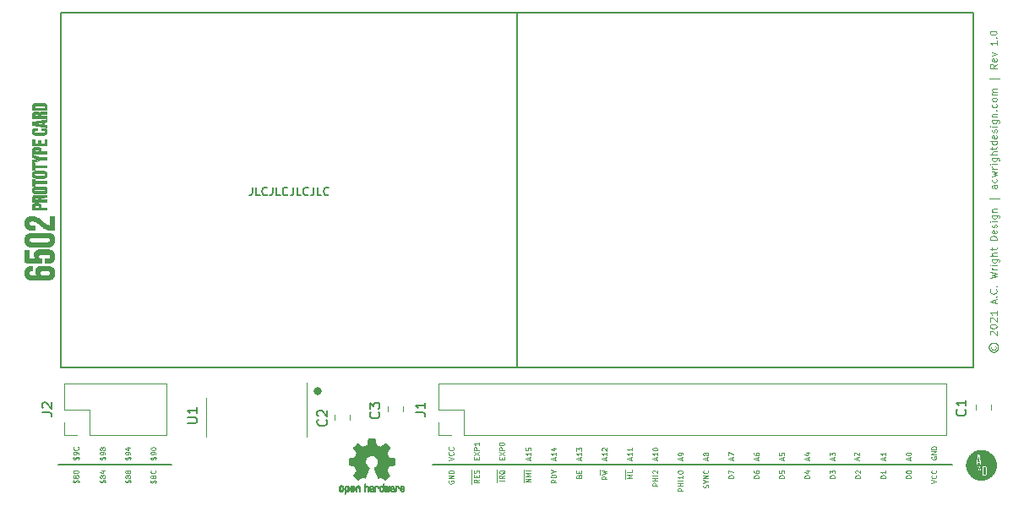
<source format=gbr>
G04 #@! TF.GenerationSoftware,KiCad,Pcbnew,(5.1.9-0-10_14)*
G04 #@! TF.CreationDate,2021-04-09T13:13:05-05:00*
G04 #@! TF.ProjectId,Prototype Card,50726f74-6f74-4797-9065-20436172642e,rev?*
G04 #@! TF.SameCoordinates,Original*
G04 #@! TF.FileFunction,Legend,Top*
G04 #@! TF.FilePolarity,Positive*
%FSLAX46Y46*%
G04 Gerber Fmt 4.6, Leading zero omitted, Abs format (unit mm)*
G04 Created by KiCad (PCBNEW (5.1.9-0-10_14)) date 2021-04-09 13:13:05*
%MOMM*%
%LPD*%
G01*
G04 APERTURE LIST*
%ADD10C,0.100000*%
%ADD11C,0.150000*%
%ADD12C,0.400000*%
%ADD13C,0.010000*%
%ADD14C,0.203200*%
%ADD15C,0.120000*%
G04 APERTURE END LIST*
D10*
X112343380Y-124612142D02*
X112367190Y-124540714D01*
X112367190Y-124421666D01*
X112343380Y-124374047D01*
X112319571Y-124350238D01*
X112271952Y-124326428D01*
X112224333Y-124326428D01*
X112176714Y-124350238D01*
X112152904Y-124374047D01*
X112129095Y-124421666D01*
X112105285Y-124516904D01*
X112081476Y-124564523D01*
X112057666Y-124588333D01*
X112010047Y-124612142D01*
X111962428Y-124612142D01*
X111914809Y-124588333D01*
X111891000Y-124564523D01*
X111867190Y-124516904D01*
X111867190Y-124397857D01*
X111891000Y-124326428D01*
X111795761Y-124469285D02*
X112438619Y-124469285D01*
X112081476Y-124040714D02*
X112057666Y-124088333D01*
X112033857Y-124112142D01*
X111986238Y-124135952D01*
X111962428Y-124135952D01*
X111914809Y-124112142D01*
X111891000Y-124088333D01*
X111867190Y-124040714D01*
X111867190Y-123945476D01*
X111891000Y-123897857D01*
X111914809Y-123874047D01*
X111962428Y-123850238D01*
X111986238Y-123850238D01*
X112033857Y-123874047D01*
X112057666Y-123897857D01*
X112081476Y-123945476D01*
X112081476Y-124040714D01*
X112105285Y-124088333D01*
X112129095Y-124112142D01*
X112176714Y-124135952D01*
X112271952Y-124135952D01*
X112319571Y-124112142D01*
X112343380Y-124088333D01*
X112367190Y-124040714D01*
X112367190Y-123945476D01*
X112343380Y-123897857D01*
X112319571Y-123874047D01*
X112271952Y-123850238D01*
X112176714Y-123850238D01*
X112129095Y-123874047D01*
X112105285Y-123897857D01*
X112081476Y-123945476D01*
X112319571Y-123350238D02*
X112343380Y-123374047D01*
X112367190Y-123445476D01*
X112367190Y-123493095D01*
X112343380Y-123564523D01*
X112295761Y-123612142D01*
X112248142Y-123635952D01*
X112152904Y-123659761D01*
X112081476Y-123659761D01*
X111986238Y-123635952D01*
X111938619Y-123612142D01*
X111891000Y-123564523D01*
X111867190Y-123493095D01*
X111867190Y-123445476D01*
X111891000Y-123374047D01*
X111914809Y-123350238D01*
X109803380Y-124588333D02*
X109827190Y-124516904D01*
X109827190Y-124397857D01*
X109803380Y-124350238D01*
X109779571Y-124326428D01*
X109731952Y-124302619D01*
X109684333Y-124302619D01*
X109636714Y-124326428D01*
X109612904Y-124350238D01*
X109589095Y-124397857D01*
X109565285Y-124493095D01*
X109541476Y-124540714D01*
X109517666Y-124564523D01*
X109470047Y-124588333D01*
X109422428Y-124588333D01*
X109374809Y-124564523D01*
X109351000Y-124540714D01*
X109327190Y-124493095D01*
X109327190Y-124374047D01*
X109351000Y-124302619D01*
X109255761Y-124445476D02*
X109898619Y-124445476D01*
X109541476Y-124016904D02*
X109517666Y-124064523D01*
X109493857Y-124088333D01*
X109446238Y-124112142D01*
X109422428Y-124112142D01*
X109374809Y-124088333D01*
X109351000Y-124064523D01*
X109327190Y-124016904D01*
X109327190Y-123921666D01*
X109351000Y-123874047D01*
X109374809Y-123850238D01*
X109422428Y-123826428D01*
X109446238Y-123826428D01*
X109493857Y-123850238D01*
X109517666Y-123874047D01*
X109541476Y-123921666D01*
X109541476Y-124016904D01*
X109565285Y-124064523D01*
X109589095Y-124088333D01*
X109636714Y-124112142D01*
X109731952Y-124112142D01*
X109779571Y-124088333D01*
X109803380Y-124064523D01*
X109827190Y-124016904D01*
X109827190Y-123921666D01*
X109803380Y-123874047D01*
X109779571Y-123850238D01*
X109731952Y-123826428D01*
X109636714Y-123826428D01*
X109589095Y-123850238D01*
X109565285Y-123874047D01*
X109541476Y-123921666D01*
X109541476Y-123540714D02*
X109517666Y-123588333D01*
X109493857Y-123612142D01*
X109446238Y-123635952D01*
X109422428Y-123635952D01*
X109374809Y-123612142D01*
X109351000Y-123588333D01*
X109327190Y-123540714D01*
X109327190Y-123445476D01*
X109351000Y-123397857D01*
X109374809Y-123374047D01*
X109422428Y-123350238D01*
X109446238Y-123350238D01*
X109493857Y-123374047D01*
X109517666Y-123397857D01*
X109541476Y-123445476D01*
X109541476Y-123540714D01*
X109565285Y-123588333D01*
X109589095Y-123612142D01*
X109636714Y-123635952D01*
X109731952Y-123635952D01*
X109779571Y-123612142D01*
X109803380Y-123588333D01*
X109827190Y-123540714D01*
X109827190Y-123445476D01*
X109803380Y-123397857D01*
X109779571Y-123374047D01*
X109731952Y-123350238D01*
X109636714Y-123350238D01*
X109589095Y-123374047D01*
X109565285Y-123397857D01*
X109541476Y-123445476D01*
X107263380Y-124588333D02*
X107287190Y-124516904D01*
X107287190Y-124397857D01*
X107263380Y-124350238D01*
X107239571Y-124326428D01*
X107191952Y-124302619D01*
X107144333Y-124302619D01*
X107096714Y-124326428D01*
X107072904Y-124350238D01*
X107049095Y-124397857D01*
X107025285Y-124493095D01*
X107001476Y-124540714D01*
X106977666Y-124564523D01*
X106930047Y-124588333D01*
X106882428Y-124588333D01*
X106834809Y-124564523D01*
X106811000Y-124540714D01*
X106787190Y-124493095D01*
X106787190Y-124374047D01*
X106811000Y-124302619D01*
X106715761Y-124445476D02*
X107358619Y-124445476D01*
X107001476Y-124016904D02*
X106977666Y-124064523D01*
X106953857Y-124088333D01*
X106906238Y-124112142D01*
X106882428Y-124112142D01*
X106834809Y-124088333D01*
X106811000Y-124064523D01*
X106787190Y-124016904D01*
X106787190Y-123921666D01*
X106811000Y-123874047D01*
X106834809Y-123850238D01*
X106882428Y-123826428D01*
X106906238Y-123826428D01*
X106953857Y-123850238D01*
X106977666Y-123874047D01*
X107001476Y-123921666D01*
X107001476Y-124016904D01*
X107025285Y-124064523D01*
X107049095Y-124088333D01*
X107096714Y-124112142D01*
X107191952Y-124112142D01*
X107239571Y-124088333D01*
X107263380Y-124064523D01*
X107287190Y-124016904D01*
X107287190Y-123921666D01*
X107263380Y-123874047D01*
X107239571Y-123850238D01*
X107191952Y-123826428D01*
X107096714Y-123826428D01*
X107049095Y-123850238D01*
X107025285Y-123874047D01*
X107001476Y-123921666D01*
X106953857Y-123397857D02*
X107287190Y-123397857D01*
X106763380Y-123516904D02*
X107120523Y-123635952D01*
X107120523Y-123326428D01*
X104596380Y-124588333D02*
X104620190Y-124516904D01*
X104620190Y-124397857D01*
X104596380Y-124350238D01*
X104572571Y-124326428D01*
X104524952Y-124302619D01*
X104477333Y-124302619D01*
X104429714Y-124326428D01*
X104405904Y-124350238D01*
X104382095Y-124397857D01*
X104358285Y-124493095D01*
X104334476Y-124540714D01*
X104310666Y-124564523D01*
X104263047Y-124588333D01*
X104215428Y-124588333D01*
X104167809Y-124564523D01*
X104144000Y-124540714D01*
X104120190Y-124493095D01*
X104120190Y-124374047D01*
X104144000Y-124302619D01*
X104048761Y-124445476D02*
X104691619Y-124445476D01*
X104334476Y-124016904D02*
X104310666Y-124064523D01*
X104286857Y-124088333D01*
X104239238Y-124112142D01*
X104215428Y-124112142D01*
X104167809Y-124088333D01*
X104144000Y-124064523D01*
X104120190Y-124016904D01*
X104120190Y-123921666D01*
X104144000Y-123874047D01*
X104167809Y-123850238D01*
X104215428Y-123826428D01*
X104239238Y-123826428D01*
X104286857Y-123850238D01*
X104310666Y-123874047D01*
X104334476Y-123921666D01*
X104334476Y-124016904D01*
X104358285Y-124064523D01*
X104382095Y-124088333D01*
X104429714Y-124112142D01*
X104524952Y-124112142D01*
X104572571Y-124088333D01*
X104596380Y-124064523D01*
X104620190Y-124016904D01*
X104620190Y-123921666D01*
X104596380Y-123874047D01*
X104572571Y-123850238D01*
X104524952Y-123826428D01*
X104429714Y-123826428D01*
X104382095Y-123850238D01*
X104358285Y-123874047D01*
X104334476Y-123921666D01*
X104120190Y-123516904D02*
X104120190Y-123469285D01*
X104144000Y-123421666D01*
X104167809Y-123397857D01*
X104215428Y-123374047D01*
X104310666Y-123350238D01*
X104429714Y-123350238D01*
X104524952Y-123374047D01*
X104572571Y-123397857D01*
X104596380Y-123421666D01*
X104620190Y-123469285D01*
X104620190Y-123516904D01*
X104596380Y-123564523D01*
X104572571Y-123588333D01*
X104524952Y-123612142D01*
X104429714Y-123635952D01*
X104310666Y-123635952D01*
X104215428Y-123612142D01*
X104167809Y-123588333D01*
X104144000Y-123564523D01*
X104120190Y-123516904D01*
D11*
X102616000Y-122809000D02*
X113919000Y-122809000D01*
D10*
X104596380Y-122267761D02*
X104620190Y-122196333D01*
X104620190Y-122077285D01*
X104596380Y-122029666D01*
X104572571Y-122005857D01*
X104524952Y-121982047D01*
X104477333Y-121982047D01*
X104429714Y-122005857D01*
X104405904Y-122029666D01*
X104382095Y-122077285D01*
X104358285Y-122172523D01*
X104334476Y-122220142D01*
X104310666Y-122243952D01*
X104263047Y-122267761D01*
X104215428Y-122267761D01*
X104167809Y-122243952D01*
X104144000Y-122220142D01*
X104120190Y-122172523D01*
X104120190Y-122053476D01*
X104144000Y-121982047D01*
X104048761Y-122124904D02*
X104691619Y-122124904D01*
X104620190Y-121743952D02*
X104620190Y-121648714D01*
X104596380Y-121601095D01*
X104572571Y-121577285D01*
X104501142Y-121529666D01*
X104405904Y-121505857D01*
X104215428Y-121505857D01*
X104167809Y-121529666D01*
X104144000Y-121553476D01*
X104120190Y-121601095D01*
X104120190Y-121696333D01*
X104144000Y-121743952D01*
X104167809Y-121767761D01*
X104215428Y-121791571D01*
X104334476Y-121791571D01*
X104382095Y-121767761D01*
X104405904Y-121743952D01*
X104429714Y-121696333D01*
X104429714Y-121601095D01*
X104405904Y-121553476D01*
X104382095Y-121529666D01*
X104334476Y-121505857D01*
X104572571Y-121005857D02*
X104596380Y-121029666D01*
X104620190Y-121101095D01*
X104620190Y-121148714D01*
X104596380Y-121220142D01*
X104548761Y-121267761D01*
X104501142Y-121291571D01*
X104405904Y-121315380D01*
X104334476Y-121315380D01*
X104239238Y-121291571D01*
X104191619Y-121267761D01*
X104144000Y-121220142D01*
X104120190Y-121148714D01*
X104120190Y-121101095D01*
X104144000Y-121029666D01*
X104167809Y-121005857D01*
X107263380Y-122267761D02*
X107287190Y-122196333D01*
X107287190Y-122077285D01*
X107263380Y-122029666D01*
X107239571Y-122005857D01*
X107191952Y-121982047D01*
X107144333Y-121982047D01*
X107096714Y-122005857D01*
X107072904Y-122029666D01*
X107049095Y-122077285D01*
X107025285Y-122172523D01*
X107001476Y-122220142D01*
X106977666Y-122243952D01*
X106930047Y-122267761D01*
X106882428Y-122267761D01*
X106834809Y-122243952D01*
X106811000Y-122220142D01*
X106787190Y-122172523D01*
X106787190Y-122053476D01*
X106811000Y-121982047D01*
X106715761Y-122124904D02*
X107358619Y-122124904D01*
X107287190Y-121743952D02*
X107287190Y-121648714D01*
X107263380Y-121601095D01*
X107239571Y-121577285D01*
X107168142Y-121529666D01*
X107072904Y-121505857D01*
X106882428Y-121505857D01*
X106834809Y-121529666D01*
X106811000Y-121553476D01*
X106787190Y-121601095D01*
X106787190Y-121696333D01*
X106811000Y-121743952D01*
X106834809Y-121767761D01*
X106882428Y-121791571D01*
X107001476Y-121791571D01*
X107049095Y-121767761D01*
X107072904Y-121743952D01*
X107096714Y-121696333D01*
X107096714Y-121601095D01*
X107072904Y-121553476D01*
X107049095Y-121529666D01*
X107001476Y-121505857D01*
X107001476Y-121220142D02*
X106977666Y-121267761D01*
X106953857Y-121291571D01*
X106906238Y-121315380D01*
X106882428Y-121315380D01*
X106834809Y-121291571D01*
X106811000Y-121267761D01*
X106787190Y-121220142D01*
X106787190Y-121124904D01*
X106811000Y-121077285D01*
X106834809Y-121053476D01*
X106882428Y-121029666D01*
X106906238Y-121029666D01*
X106953857Y-121053476D01*
X106977666Y-121077285D01*
X107001476Y-121124904D01*
X107001476Y-121220142D01*
X107025285Y-121267761D01*
X107049095Y-121291571D01*
X107096714Y-121315380D01*
X107191952Y-121315380D01*
X107239571Y-121291571D01*
X107263380Y-121267761D01*
X107287190Y-121220142D01*
X107287190Y-121124904D01*
X107263380Y-121077285D01*
X107239571Y-121053476D01*
X107191952Y-121029666D01*
X107096714Y-121029666D01*
X107049095Y-121053476D01*
X107025285Y-121077285D01*
X107001476Y-121124904D01*
X109803380Y-122267761D02*
X109827190Y-122196333D01*
X109827190Y-122077285D01*
X109803380Y-122029666D01*
X109779571Y-122005857D01*
X109731952Y-121982047D01*
X109684333Y-121982047D01*
X109636714Y-122005857D01*
X109612904Y-122029666D01*
X109589095Y-122077285D01*
X109565285Y-122172523D01*
X109541476Y-122220142D01*
X109517666Y-122243952D01*
X109470047Y-122267761D01*
X109422428Y-122267761D01*
X109374809Y-122243952D01*
X109351000Y-122220142D01*
X109327190Y-122172523D01*
X109327190Y-122053476D01*
X109351000Y-121982047D01*
X109255761Y-122124904D02*
X109898619Y-122124904D01*
X109827190Y-121743952D02*
X109827190Y-121648714D01*
X109803380Y-121601095D01*
X109779571Y-121577285D01*
X109708142Y-121529666D01*
X109612904Y-121505857D01*
X109422428Y-121505857D01*
X109374809Y-121529666D01*
X109351000Y-121553476D01*
X109327190Y-121601095D01*
X109327190Y-121696333D01*
X109351000Y-121743952D01*
X109374809Y-121767761D01*
X109422428Y-121791571D01*
X109541476Y-121791571D01*
X109589095Y-121767761D01*
X109612904Y-121743952D01*
X109636714Y-121696333D01*
X109636714Y-121601095D01*
X109612904Y-121553476D01*
X109589095Y-121529666D01*
X109541476Y-121505857D01*
X109493857Y-121077285D02*
X109827190Y-121077285D01*
X109303380Y-121196333D02*
X109660523Y-121315380D01*
X109660523Y-121005857D01*
X112343380Y-122267761D02*
X112367190Y-122196333D01*
X112367190Y-122077285D01*
X112343380Y-122029666D01*
X112319571Y-122005857D01*
X112271952Y-121982047D01*
X112224333Y-121982047D01*
X112176714Y-122005857D01*
X112152904Y-122029666D01*
X112129095Y-122077285D01*
X112105285Y-122172523D01*
X112081476Y-122220142D01*
X112057666Y-122243952D01*
X112010047Y-122267761D01*
X111962428Y-122267761D01*
X111914809Y-122243952D01*
X111891000Y-122220142D01*
X111867190Y-122172523D01*
X111867190Y-122053476D01*
X111891000Y-121982047D01*
X111795761Y-122124904D02*
X112438619Y-122124904D01*
X112367190Y-121743952D02*
X112367190Y-121648714D01*
X112343380Y-121601095D01*
X112319571Y-121577285D01*
X112248142Y-121529666D01*
X112152904Y-121505857D01*
X111962428Y-121505857D01*
X111914809Y-121529666D01*
X111891000Y-121553476D01*
X111867190Y-121601095D01*
X111867190Y-121696333D01*
X111891000Y-121743952D01*
X111914809Y-121767761D01*
X111962428Y-121791571D01*
X112081476Y-121791571D01*
X112129095Y-121767761D01*
X112152904Y-121743952D01*
X112176714Y-121696333D01*
X112176714Y-121601095D01*
X112152904Y-121553476D01*
X112129095Y-121529666D01*
X112081476Y-121505857D01*
X111867190Y-121196333D02*
X111867190Y-121148714D01*
X111891000Y-121101095D01*
X111914809Y-121077285D01*
X111962428Y-121053476D01*
X112057666Y-121029666D01*
X112176714Y-121029666D01*
X112271952Y-121053476D01*
X112319571Y-121077285D01*
X112343380Y-121101095D01*
X112367190Y-121148714D01*
X112367190Y-121196333D01*
X112343380Y-121243952D01*
X112319571Y-121267761D01*
X112271952Y-121291571D01*
X112176714Y-121315380D01*
X112057666Y-121315380D01*
X111962428Y-121291571D01*
X111914809Y-121267761D01*
X111891000Y-121243952D01*
X111867190Y-121196333D01*
X146576000Y-124516904D02*
X146576000Y-124278809D01*
X147292190Y-124397857D02*
X146792190Y-124397857D01*
X146576000Y-124278809D02*
X146576000Y-123778809D01*
X147292190Y-123874047D02*
X147054095Y-124040714D01*
X147292190Y-124159761D02*
X146792190Y-124159761D01*
X146792190Y-123969285D01*
X146816000Y-123921666D01*
X146839809Y-123897857D01*
X146887428Y-123874047D01*
X146958857Y-123874047D01*
X147006476Y-123897857D01*
X147030285Y-123921666D01*
X147054095Y-123969285D01*
X147054095Y-124159761D01*
X146576000Y-123778809D02*
X146576000Y-123255000D01*
X147339809Y-123326428D02*
X147316000Y-123374047D01*
X147268380Y-123421666D01*
X147196952Y-123493095D01*
X147173142Y-123540714D01*
X147173142Y-123588333D01*
X147292190Y-123564523D02*
X147268380Y-123612142D01*
X147220761Y-123659761D01*
X147125523Y-123683571D01*
X146958857Y-123683571D01*
X146863619Y-123659761D01*
X146816000Y-123612142D01*
X146792190Y-123564523D01*
X146792190Y-123469285D01*
X146816000Y-123421666D01*
X146863619Y-123374047D01*
X146958857Y-123350238D01*
X147125523Y-123350238D01*
X147220761Y-123374047D01*
X147268380Y-123421666D01*
X147292190Y-123469285D01*
X147292190Y-123564523D01*
X144036000Y-124683571D02*
X144036000Y-124183571D01*
X144752190Y-124278809D02*
X144514095Y-124445476D01*
X144752190Y-124564523D02*
X144252190Y-124564523D01*
X144252190Y-124374047D01*
X144276000Y-124326428D01*
X144299809Y-124302619D01*
X144347428Y-124278809D01*
X144418857Y-124278809D01*
X144466476Y-124302619D01*
X144490285Y-124326428D01*
X144514095Y-124374047D01*
X144514095Y-124564523D01*
X144036000Y-124183571D02*
X144036000Y-123731190D01*
X144490285Y-124064523D02*
X144490285Y-123897857D01*
X144752190Y-123826428D02*
X144752190Y-124064523D01*
X144252190Y-124064523D01*
X144252190Y-123826428D01*
X144036000Y-123731190D02*
X144036000Y-123255000D01*
X144728380Y-123635952D02*
X144752190Y-123564523D01*
X144752190Y-123445476D01*
X144728380Y-123397857D01*
X144704571Y-123374047D01*
X144656952Y-123350238D01*
X144609333Y-123350238D01*
X144561714Y-123374047D01*
X144537904Y-123397857D01*
X144514095Y-123445476D01*
X144490285Y-123540714D01*
X144466476Y-123588333D01*
X144442666Y-123612142D01*
X144395047Y-123635952D01*
X144347428Y-123635952D01*
X144299809Y-123612142D01*
X144276000Y-123588333D01*
X144252190Y-123540714D01*
X144252190Y-123421666D01*
X144276000Y-123350238D01*
X190123000Y-121982047D02*
X190099190Y-122029666D01*
X190099190Y-122101095D01*
X190123000Y-122172523D01*
X190170619Y-122220142D01*
X190218238Y-122243952D01*
X190313476Y-122267761D01*
X190384904Y-122267761D01*
X190480142Y-122243952D01*
X190527761Y-122220142D01*
X190575380Y-122172523D01*
X190599190Y-122101095D01*
X190599190Y-122053476D01*
X190575380Y-121982047D01*
X190551571Y-121958238D01*
X190384904Y-121958238D01*
X190384904Y-122053476D01*
X190599190Y-121743952D02*
X190099190Y-121743952D01*
X190599190Y-121458238D01*
X190099190Y-121458238D01*
X190599190Y-121220142D02*
X190099190Y-121220142D01*
X190099190Y-121101095D01*
X190123000Y-121029666D01*
X190170619Y-120982047D01*
X190218238Y-120958238D01*
X190313476Y-120934428D01*
X190384904Y-120934428D01*
X190480142Y-120958238D01*
X190527761Y-120982047D01*
X190575380Y-121029666D01*
X190599190Y-121101095D01*
X190599190Y-121220142D01*
X187916333Y-122267761D02*
X187916333Y-122029666D01*
X188059190Y-122315380D02*
X187559190Y-122148714D01*
X188059190Y-121982047D01*
X187559190Y-121720142D02*
X187559190Y-121672523D01*
X187583000Y-121624904D01*
X187606809Y-121601095D01*
X187654428Y-121577285D01*
X187749666Y-121553476D01*
X187868714Y-121553476D01*
X187963952Y-121577285D01*
X188011571Y-121601095D01*
X188035380Y-121624904D01*
X188059190Y-121672523D01*
X188059190Y-121720142D01*
X188035380Y-121767761D01*
X188011571Y-121791571D01*
X187963952Y-121815380D01*
X187868714Y-121839190D01*
X187749666Y-121839190D01*
X187654428Y-121815380D01*
X187606809Y-121791571D01*
X187583000Y-121767761D01*
X187559190Y-121720142D01*
X185376333Y-122267761D02*
X185376333Y-122029666D01*
X185519190Y-122315380D02*
X185019190Y-122148714D01*
X185519190Y-121982047D01*
X185519190Y-121553476D02*
X185519190Y-121839190D01*
X185519190Y-121696333D02*
X185019190Y-121696333D01*
X185090619Y-121743952D01*
X185138238Y-121791571D01*
X185162047Y-121839190D01*
X182709333Y-122267761D02*
X182709333Y-122029666D01*
X182852190Y-122315380D02*
X182352190Y-122148714D01*
X182852190Y-121982047D01*
X182399809Y-121839190D02*
X182376000Y-121815380D01*
X182352190Y-121767761D01*
X182352190Y-121648714D01*
X182376000Y-121601095D01*
X182399809Y-121577285D01*
X182447428Y-121553476D01*
X182495047Y-121553476D01*
X182566476Y-121577285D01*
X182852190Y-121863000D01*
X182852190Y-121553476D01*
X180296333Y-122267761D02*
X180296333Y-122029666D01*
X180439190Y-122315380D02*
X179939190Y-122148714D01*
X180439190Y-121982047D01*
X179939190Y-121863000D02*
X179939190Y-121553476D01*
X180129666Y-121720142D01*
X180129666Y-121648714D01*
X180153476Y-121601095D01*
X180177285Y-121577285D01*
X180224904Y-121553476D01*
X180343952Y-121553476D01*
X180391571Y-121577285D01*
X180415380Y-121601095D01*
X180439190Y-121648714D01*
X180439190Y-121791571D01*
X180415380Y-121839190D01*
X180391571Y-121863000D01*
X177756333Y-122267761D02*
X177756333Y-122029666D01*
X177899190Y-122315380D02*
X177399190Y-122148714D01*
X177899190Y-121982047D01*
X177565857Y-121601095D02*
X177899190Y-121601095D01*
X177375380Y-121720142D02*
X177732523Y-121839190D01*
X177732523Y-121529666D01*
X175216333Y-122267761D02*
X175216333Y-122029666D01*
X175359190Y-122315380D02*
X174859190Y-122148714D01*
X175359190Y-121982047D01*
X174859190Y-121577285D02*
X174859190Y-121815380D01*
X175097285Y-121839190D01*
X175073476Y-121815380D01*
X175049666Y-121767761D01*
X175049666Y-121648714D01*
X175073476Y-121601095D01*
X175097285Y-121577285D01*
X175144904Y-121553476D01*
X175263952Y-121553476D01*
X175311571Y-121577285D01*
X175335380Y-121601095D01*
X175359190Y-121648714D01*
X175359190Y-121767761D01*
X175335380Y-121815380D01*
X175311571Y-121839190D01*
X172676333Y-122267761D02*
X172676333Y-122029666D01*
X172819190Y-122315380D02*
X172319190Y-122148714D01*
X172819190Y-121982047D01*
X172319190Y-121601095D02*
X172319190Y-121696333D01*
X172343000Y-121743952D01*
X172366809Y-121767761D01*
X172438238Y-121815380D01*
X172533476Y-121839190D01*
X172723952Y-121839190D01*
X172771571Y-121815380D01*
X172795380Y-121791571D01*
X172819190Y-121743952D01*
X172819190Y-121648714D01*
X172795380Y-121601095D01*
X172771571Y-121577285D01*
X172723952Y-121553476D01*
X172604904Y-121553476D01*
X172557285Y-121577285D01*
X172533476Y-121601095D01*
X172509666Y-121648714D01*
X172509666Y-121743952D01*
X172533476Y-121791571D01*
X172557285Y-121815380D01*
X172604904Y-121839190D01*
X170136333Y-122267761D02*
X170136333Y-122029666D01*
X170279190Y-122315380D02*
X169779190Y-122148714D01*
X170279190Y-121982047D01*
X169779190Y-121863000D02*
X169779190Y-121529666D01*
X170279190Y-121743952D01*
X167596333Y-122267761D02*
X167596333Y-122029666D01*
X167739190Y-122315380D02*
X167239190Y-122148714D01*
X167739190Y-121982047D01*
X167453476Y-121743952D02*
X167429666Y-121791571D01*
X167405857Y-121815380D01*
X167358238Y-121839190D01*
X167334428Y-121839190D01*
X167286809Y-121815380D01*
X167263000Y-121791571D01*
X167239190Y-121743952D01*
X167239190Y-121648714D01*
X167263000Y-121601095D01*
X167286809Y-121577285D01*
X167334428Y-121553476D01*
X167358238Y-121553476D01*
X167405857Y-121577285D01*
X167429666Y-121601095D01*
X167453476Y-121648714D01*
X167453476Y-121743952D01*
X167477285Y-121791571D01*
X167501095Y-121815380D01*
X167548714Y-121839190D01*
X167643952Y-121839190D01*
X167691571Y-121815380D01*
X167715380Y-121791571D01*
X167739190Y-121743952D01*
X167739190Y-121648714D01*
X167715380Y-121601095D01*
X167691571Y-121577285D01*
X167643952Y-121553476D01*
X167548714Y-121553476D01*
X167501095Y-121577285D01*
X167477285Y-121601095D01*
X167453476Y-121648714D01*
X165056333Y-122267761D02*
X165056333Y-122029666D01*
X165199190Y-122315380D02*
X164699190Y-122148714D01*
X165199190Y-121982047D01*
X165199190Y-121791571D02*
X165199190Y-121696333D01*
X165175380Y-121648714D01*
X165151571Y-121624904D01*
X165080142Y-121577285D01*
X164984904Y-121553476D01*
X164794428Y-121553476D01*
X164746809Y-121577285D01*
X164723000Y-121601095D01*
X164699190Y-121648714D01*
X164699190Y-121743952D01*
X164723000Y-121791571D01*
X164746809Y-121815380D01*
X164794428Y-121839190D01*
X164913476Y-121839190D01*
X164961095Y-121815380D01*
X164984904Y-121791571D01*
X165008714Y-121743952D01*
X165008714Y-121648714D01*
X164984904Y-121601095D01*
X164961095Y-121577285D01*
X164913476Y-121553476D01*
X162516333Y-122267761D02*
X162516333Y-122029666D01*
X162659190Y-122315380D02*
X162159190Y-122148714D01*
X162659190Y-121982047D01*
X162659190Y-121553476D02*
X162659190Y-121839190D01*
X162659190Y-121696333D02*
X162159190Y-121696333D01*
X162230619Y-121743952D01*
X162278238Y-121791571D01*
X162302047Y-121839190D01*
X162159190Y-121243952D02*
X162159190Y-121196333D01*
X162183000Y-121148714D01*
X162206809Y-121124904D01*
X162254428Y-121101095D01*
X162349666Y-121077285D01*
X162468714Y-121077285D01*
X162563952Y-121101095D01*
X162611571Y-121124904D01*
X162635380Y-121148714D01*
X162659190Y-121196333D01*
X162659190Y-121243952D01*
X162635380Y-121291571D01*
X162611571Y-121315380D01*
X162563952Y-121339190D01*
X162468714Y-121363000D01*
X162349666Y-121363000D01*
X162254428Y-121339190D01*
X162206809Y-121315380D01*
X162183000Y-121291571D01*
X162159190Y-121243952D01*
X159976333Y-122267761D02*
X159976333Y-122029666D01*
X160119190Y-122315380D02*
X159619190Y-122148714D01*
X160119190Y-121982047D01*
X160119190Y-121553476D02*
X160119190Y-121839190D01*
X160119190Y-121696333D02*
X159619190Y-121696333D01*
X159690619Y-121743952D01*
X159738238Y-121791571D01*
X159762047Y-121839190D01*
X160119190Y-121077285D02*
X160119190Y-121363000D01*
X160119190Y-121220142D02*
X159619190Y-121220142D01*
X159690619Y-121267761D01*
X159738238Y-121315380D01*
X159762047Y-121363000D01*
X157436333Y-122267761D02*
X157436333Y-122029666D01*
X157579190Y-122315380D02*
X157079190Y-122148714D01*
X157579190Y-121982047D01*
X157579190Y-121553476D02*
X157579190Y-121839190D01*
X157579190Y-121696333D02*
X157079190Y-121696333D01*
X157150619Y-121743952D01*
X157198238Y-121791571D01*
X157222047Y-121839190D01*
X157126809Y-121363000D02*
X157103000Y-121339190D01*
X157079190Y-121291571D01*
X157079190Y-121172523D01*
X157103000Y-121124904D01*
X157126809Y-121101095D01*
X157174428Y-121077285D01*
X157222047Y-121077285D01*
X157293476Y-121101095D01*
X157579190Y-121386809D01*
X157579190Y-121077285D01*
X154896333Y-122267761D02*
X154896333Y-122029666D01*
X155039190Y-122315380D02*
X154539190Y-122148714D01*
X155039190Y-121982047D01*
X155039190Y-121553476D02*
X155039190Y-121839190D01*
X155039190Y-121696333D02*
X154539190Y-121696333D01*
X154610619Y-121743952D01*
X154658238Y-121791571D01*
X154682047Y-121839190D01*
X154539190Y-121386809D02*
X154539190Y-121077285D01*
X154729666Y-121243952D01*
X154729666Y-121172523D01*
X154753476Y-121124904D01*
X154777285Y-121101095D01*
X154824904Y-121077285D01*
X154943952Y-121077285D01*
X154991571Y-121101095D01*
X155015380Y-121124904D01*
X155039190Y-121172523D01*
X155039190Y-121315380D01*
X155015380Y-121363000D01*
X154991571Y-121386809D01*
X152356333Y-122267761D02*
X152356333Y-122029666D01*
X152499190Y-122315380D02*
X151999190Y-122148714D01*
X152499190Y-121982047D01*
X152499190Y-121553476D02*
X152499190Y-121839190D01*
X152499190Y-121696333D02*
X151999190Y-121696333D01*
X152070619Y-121743952D01*
X152118238Y-121791571D01*
X152142047Y-121839190D01*
X152165857Y-121124904D02*
X152499190Y-121124904D01*
X151975380Y-121243952D02*
X152332523Y-121363000D01*
X152332523Y-121053476D01*
X149816333Y-122267761D02*
X149816333Y-122029666D01*
X149959190Y-122315380D02*
X149459190Y-122148714D01*
X149959190Y-121982047D01*
X149959190Y-121553476D02*
X149959190Y-121839190D01*
X149959190Y-121696333D02*
X149459190Y-121696333D01*
X149530619Y-121743952D01*
X149578238Y-121791571D01*
X149602047Y-121839190D01*
X149459190Y-121101095D02*
X149459190Y-121339190D01*
X149697285Y-121363000D01*
X149673476Y-121339190D01*
X149649666Y-121291571D01*
X149649666Y-121172523D01*
X149673476Y-121124904D01*
X149697285Y-121101095D01*
X149744904Y-121077285D01*
X149863952Y-121077285D01*
X149911571Y-121101095D01*
X149935380Y-121124904D01*
X149959190Y-121172523D01*
X149959190Y-121291571D01*
X149935380Y-121339190D01*
X149911571Y-121363000D01*
X141736000Y-124397857D02*
X141712190Y-124445476D01*
X141712190Y-124516904D01*
X141736000Y-124588333D01*
X141783619Y-124635952D01*
X141831238Y-124659761D01*
X141926476Y-124683571D01*
X141997904Y-124683571D01*
X142093142Y-124659761D01*
X142140761Y-124635952D01*
X142188380Y-124588333D01*
X142212190Y-124516904D01*
X142212190Y-124469285D01*
X142188380Y-124397857D01*
X142164571Y-124374047D01*
X141997904Y-124374047D01*
X141997904Y-124469285D01*
X142212190Y-124159761D02*
X141712190Y-124159761D01*
X142212190Y-123874047D01*
X141712190Y-123874047D01*
X142212190Y-123635952D02*
X141712190Y-123635952D01*
X141712190Y-123516904D01*
X141736000Y-123445476D01*
X141783619Y-123397857D01*
X141831238Y-123374047D01*
X141926476Y-123350238D01*
X141997904Y-123350238D01*
X142093142Y-123374047D01*
X142140761Y-123397857D01*
X142188380Y-123445476D01*
X142212190Y-123516904D01*
X142212190Y-123635952D01*
X190099190Y-124635952D02*
X190599190Y-124469285D01*
X190099190Y-124302619D01*
X190551571Y-123850238D02*
X190575380Y-123874047D01*
X190599190Y-123945476D01*
X190599190Y-123993095D01*
X190575380Y-124064523D01*
X190527761Y-124112142D01*
X190480142Y-124135952D01*
X190384904Y-124159761D01*
X190313476Y-124159761D01*
X190218238Y-124135952D01*
X190170619Y-124112142D01*
X190123000Y-124064523D01*
X190099190Y-123993095D01*
X190099190Y-123945476D01*
X190123000Y-123874047D01*
X190146809Y-123850238D01*
X190551571Y-123350238D02*
X190575380Y-123374047D01*
X190599190Y-123445476D01*
X190599190Y-123493095D01*
X190575380Y-123564523D01*
X190527761Y-123612142D01*
X190480142Y-123635952D01*
X190384904Y-123659761D01*
X190313476Y-123659761D01*
X190218238Y-123635952D01*
X190170619Y-123612142D01*
X190123000Y-123564523D01*
X190099190Y-123493095D01*
X190099190Y-123445476D01*
X190123000Y-123374047D01*
X190146809Y-123350238D01*
X188059190Y-124112142D02*
X187559190Y-124112142D01*
X187559190Y-123993095D01*
X187583000Y-123921666D01*
X187630619Y-123874047D01*
X187678238Y-123850238D01*
X187773476Y-123826428D01*
X187844904Y-123826428D01*
X187940142Y-123850238D01*
X187987761Y-123874047D01*
X188035380Y-123921666D01*
X188059190Y-123993095D01*
X188059190Y-124112142D01*
X187559190Y-123516904D02*
X187559190Y-123469285D01*
X187583000Y-123421666D01*
X187606809Y-123397857D01*
X187654428Y-123374047D01*
X187749666Y-123350238D01*
X187868714Y-123350238D01*
X187963952Y-123374047D01*
X188011571Y-123397857D01*
X188035380Y-123421666D01*
X188059190Y-123469285D01*
X188059190Y-123516904D01*
X188035380Y-123564523D01*
X188011571Y-123588333D01*
X187963952Y-123612142D01*
X187868714Y-123635952D01*
X187749666Y-123635952D01*
X187654428Y-123612142D01*
X187606809Y-123588333D01*
X187583000Y-123564523D01*
X187559190Y-123516904D01*
X185519190Y-124112142D02*
X185019190Y-124112142D01*
X185019190Y-123993095D01*
X185043000Y-123921666D01*
X185090619Y-123874047D01*
X185138238Y-123850238D01*
X185233476Y-123826428D01*
X185304904Y-123826428D01*
X185400142Y-123850238D01*
X185447761Y-123874047D01*
X185495380Y-123921666D01*
X185519190Y-123993095D01*
X185519190Y-124112142D01*
X185519190Y-123350238D02*
X185519190Y-123635952D01*
X185519190Y-123493095D02*
X185019190Y-123493095D01*
X185090619Y-123540714D01*
X185138238Y-123588333D01*
X185162047Y-123635952D01*
X182979190Y-124112142D02*
X182479190Y-124112142D01*
X182479190Y-123993095D01*
X182503000Y-123921666D01*
X182550619Y-123874047D01*
X182598238Y-123850238D01*
X182693476Y-123826428D01*
X182764904Y-123826428D01*
X182860142Y-123850238D01*
X182907761Y-123874047D01*
X182955380Y-123921666D01*
X182979190Y-123993095D01*
X182979190Y-124112142D01*
X182526809Y-123635952D02*
X182503000Y-123612142D01*
X182479190Y-123564523D01*
X182479190Y-123445476D01*
X182503000Y-123397857D01*
X182526809Y-123374047D01*
X182574428Y-123350238D01*
X182622047Y-123350238D01*
X182693476Y-123374047D01*
X182979190Y-123659761D01*
X182979190Y-123350238D01*
X180439190Y-124112142D02*
X179939190Y-124112142D01*
X179939190Y-123993095D01*
X179963000Y-123921666D01*
X180010619Y-123874047D01*
X180058238Y-123850238D01*
X180153476Y-123826428D01*
X180224904Y-123826428D01*
X180320142Y-123850238D01*
X180367761Y-123874047D01*
X180415380Y-123921666D01*
X180439190Y-123993095D01*
X180439190Y-124112142D01*
X179939190Y-123659761D02*
X179939190Y-123350238D01*
X180129666Y-123516904D01*
X180129666Y-123445476D01*
X180153476Y-123397857D01*
X180177285Y-123374047D01*
X180224904Y-123350238D01*
X180343952Y-123350238D01*
X180391571Y-123374047D01*
X180415380Y-123397857D01*
X180439190Y-123445476D01*
X180439190Y-123588333D01*
X180415380Y-123635952D01*
X180391571Y-123659761D01*
X177899190Y-124112142D02*
X177399190Y-124112142D01*
X177399190Y-123993095D01*
X177423000Y-123921666D01*
X177470619Y-123874047D01*
X177518238Y-123850238D01*
X177613476Y-123826428D01*
X177684904Y-123826428D01*
X177780142Y-123850238D01*
X177827761Y-123874047D01*
X177875380Y-123921666D01*
X177899190Y-123993095D01*
X177899190Y-124112142D01*
X177565857Y-123397857D02*
X177899190Y-123397857D01*
X177375380Y-123516904D02*
X177732523Y-123635952D01*
X177732523Y-123326428D01*
X175359190Y-124112142D02*
X174859190Y-124112142D01*
X174859190Y-123993095D01*
X174883000Y-123921666D01*
X174930619Y-123874047D01*
X174978238Y-123850238D01*
X175073476Y-123826428D01*
X175144904Y-123826428D01*
X175240142Y-123850238D01*
X175287761Y-123874047D01*
X175335380Y-123921666D01*
X175359190Y-123993095D01*
X175359190Y-124112142D01*
X174859190Y-123374047D02*
X174859190Y-123612142D01*
X175097285Y-123635952D01*
X175073476Y-123612142D01*
X175049666Y-123564523D01*
X175049666Y-123445476D01*
X175073476Y-123397857D01*
X175097285Y-123374047D01*
X175144904Y-123350238D01*
X175263952Y-123350238D01*
X175311571Y-123374047D01*
X175335380Y-123397857D01*
X175359190Y-123445476D01*
X175359190Y-123564523D01*
X175335380Y-123612142D01*
X175311571Y-123635952D01*
X172819190Y-124112142D02*
X172319190Y-124112142D01*
X172319190Y-123993095D01*
X172343000Y-123921666D01*
X172390619Y-123874047D01*
X172438238Y-123850238D01*
X172533476Y-123826428D01*
X172604904Y-123826428D01*
X172700142Y-123850238D01*
X172747761Y-123874047D01*
X172795380Y-123921666D01*
X172819190Y-123993095D01*
X172819190Y-124112142D01*
X172319190Y-123397857D02*
X172319190Y-123493095D01*
X172343000Y-123540714D01*
X172366809Y-123564523D01*
X172438238Y-123612142D01*
X172533476Y-123635952D01*
X172723952Y-123635952D01*
X172771571Y-123612142D01*
X172795380Y-123588333D01*
X172819190Y-123540714D01*
X172819190Y-123445476D01*
X172795380Y-123397857D01*
X172771571Y-123374047D01*
X172723952Y-123350238D01*
X172604904Y-123350238D01*
X172557285Y-123374047D01*
X172533476Y-123397857D01*
X172509666Y-123445476D01*
X172509666Y-123540714D01*
X172533476Y-123588333D01*
X172557285Y-123612142D01*
X172604904Y-123635952D01*
X170279190Y-124112142D02*
X169779190Y-124112142D01*
X169779190Y-123993095D01*
X169803000Y-123921666D01*
X169850619Y-123874047D01*
X169898238Y-123850238D01*
X169993476Y-123826428D01*
X170064904Y-123826428D01*
X170160142Y-123850238D01*
X170207761Y-123874047D01*
X170255380Y-123921666D01*
X170279190Y-123993095D01*
X170279190Y-124112142D01*
X169779190Y-123659761D02*
X169779190Y-123326428D01*
X170279190Y-123540714D01*
X167715380Y-125088333D02*
X167739190Y-125016904D01*
X167739190Y-124897857D01*
X167715380Y-124850238D01*
X167691571Y-124826428D01*
X167643952Y-124802619D01*
X167596333Y-124802619D01*
X167548714Y-124826428D01*
X167524904Y-124850238D01*
X167501095Y-124897857D01*
X167477285Y-124993095D01*
X167453476Y-125040714D01*
X167429666Y-125064523D01*
X167382047Y-125088333D01*
X167334428Y-125088333D01*
X167286809Y-125064523D01*
X167263000Y-125040714D01*
X167239190Y-124993095D01*
X167239190Y-124874047D01*
X167263000Y-124802619D01*
X167501095Y-124493095D02*
X167739190Y-124493095D01*
X167239190Y-124659761D02*
X167501095Y-124493095D01*
X167239190Y-124326428D01*
X167739190Y-124159761D02*
X167239190Y-124159761D01*
X167739190Y-123874047D01*
X167239190Y-123874047D01*
X167691571Y-123350238D02*
X167715380Y-123374047D01*
X167739190Y-123445476D01*
X167739190Y-123493095D01*
X167715380Y-123564523D01*
X167667761Y-123612142D01*
X167620142Y-123635952D01*
X167524904Y-123659761D01*
X167453476Y-123659761D01*
X167358238Y-123635952D01*
X167310619Y-123612142D01*
X167263000Y-123564523D01*
X167239190Y-123493095D01*
X167239190Y-123445476D01*
X167263000Y-123374047D01*
X167286809Y-123350238D01*
X165199190Y-125397857D02*
X164699190Y-125397857D01*
X164699190Y-125207380D01*
X164723000Y-125159761D01*
X164746809Y-125135952D01*
X164794428Y-125112142D01*
X164865857Y-125112142D01*
X164913476Y-125135952D01*
X164937285Y-125159761D01*
X164961095Y-125207380D01*
X164961095Y-125397857D01*
X165199190Y-124897857D02*
X164699190Y-124897857D01*
X164937285Y-124897857D02*
X164937285Y-124612142D01*
X165199190Y-124612142D02*
X164699190Y-124612142D01*
X165199190Y-124374047D02*
X164699190Y-124374047D01*
X165199190Y-123874047D02*
X165199190Y-124159761D01*
X165199190Y-124016904D02*
X164699190Y-124016904D01*
X164770619Y-124064523D01*
X164818238Y-124112142D01*
X164842047Y-124159761D01*
X164699190Y-123564523D02*
X164699190Y-123469285D01*
X164723000Y-123421666D01*
X164770619Y-123374047D01*
X164865857Y-123350238D01*
X165032523Y-123350238D01*
X165127761Y-123374047D01*
X165175380Y-123421666D01*
X165199190Y-123469285D01*
X165199190Y-123564523D01*
X165175380Y-123612142D01*
X165127761Y-123659761D01*
X165032523Y-123683571D01*
X164865857Y-123683571D01*
X164770619Y-123659761D01*
X164723000Y-123612142D01*
X164699190Y-123564523D01*
X162659190Y-124874047D02*
X162159190Y-124874047D01*
X162159190Y-124683571D01*
X162183000Y-124635952D01*
X162206809Y-124612142D01*
X162254428Y-124588333D01*
X162325857Y-124588333D01*
X162373476Y-124612142D01*
X162397285Y-124635952D01*
X162421095Y-124683571D01*
X162421095Y-124874047D01*
X162659190Y-124374047D02*
X162159190Y-124374047D01*
X162397285Y-124374047D02*
X162397285Y-124088333D01*
X162659190Y-124088333D02*
X162159190Y-124088333D01*
X162659190Y-123850238D02*
X162159190Y-123850238D01*
X162206809Y-123635952D02*
X162183000Y-123612142D01*
X162159190Y-123564523D01*
X162159190Y-123445476D01*
X162183000Y-123397857D01*
X162206809Y-123374047D01*
X162254428Y-123350238D01*
X162302047Y-123350238D01*
X162373476Y-123374047D01*
X162659190Y-123659761D01*
X162659190Y-123350238D01*
X159403000Y-124231190D02*
X159403000Y-123659761D01*
X160119190Y-124112142D02*
X159619190Y-124112142D01*
X159976333Y-123945476D01*
X159619190Y-123778809D01*
X160119190Y-123778809D01*
X159403000Y-123659761D02*
X159403000Y-123255000D01*
X160119190Y-123302619D02*
X160119190Y-123540714D01*
X159619190Y-123540714D01*
X157579190Y-123921666D02*
X157341095Y-124088333D01*
X157579190Y-124207380D02*
X157079190Y-124207380D01*
X157079190Y-124016904D01*
X157103000Y-123969285D01*
X157126809Y-123945476D01*
X157174428Y-123921666D01*
X157245857Y-123921666D01*
X157293476Y-123945476D01*
X157317285Y-123969285D01*
X157341095Y-124016904D01*
X157341095Y-124207380D01*
X156863000Y-123826428D02*
X156863000Y-123255000D01*
X157079190Y-123755000D02*
X157579190Y-123635952D01*
X157222047Y-123540714D01*
X157579190Y-123445476D01*
X157079190Y-123326428D01*
X154777285Y-123921666D02*
X154801095Y-123850238D01*
X154824904Y-123826428D01*
X154872523Y-123802619D01*
X154943952Y-123802619D01*
X154991571Y-123826428D01*
X155015380Y-123850238D01*
X155039190Y-123897857D01*
X155039190Y-124088333D01*
X154539190Y-124088333D01*
X154539190Y-123921666D01*
X154563000Y-123874047D01*
X154586809Y-123850238D01*
X154634428Y-123826428D01*
X154682047Y-123826428D01*
X154729666Y-123850238D01*
X154753476Y-123874047D01*
X154777285Y-123921666D01*
X154777285Y-124088333D01*
X154777285Y-123588333D02*
X154777285Y-123421666D01*
X155039190Y-123350238D02*
X155039190Y-123588333D01*
X154539190Y-123588333D01*
X154539190Y-123350238D01*
X152499190Y-124278809D02*
X152261095Y-124445476D01*
X152499190Y-124564523D02*
X151999190Y-124564523D01*
X151999190Y-124374047D01*
X152023000Y-124326428D01*
X152046809Y-124302619D01*
X152094428Y-124278809D01*
X152165857Y-124278809D01*
X152213476Y-124302619D01*
X152237285Y-124326428D01*
X152261095Y-124374047D01*
X152261095Y-124564523D01*
X152499190Y-124064523D02*
X151999190Y-124064523D01*
X151999190Y-123945476D01*
X152023000Y-123874047D01*
X152070619Y-123826428D01*
X152118238Y-123802619D01*
X152213476Y-123778809D01*
X152284904Y-123778809D01*
X152380142Y-123802619D01*
X152427761Y-123826428D01*
X152475380Y-123874047D01*
X152499190Y-123945476D01*
X152499190Y-124064523D01*
X152261095Y-123469285D02*
X152499190Y-123469285D01*
X151999190Y-123635952D02*
X152261095Y-123469285D01*
X151999190Y-123302619D01*
X149243000Y-124588333D02*
X149243000Y-124064523D01*
X149959190Y-124469285D02*
X149459190Y-124469285D01*
X149959190Y-124183571D01*
X149459190Y-124183571D01*
X149243000Y-124064523D02*
X149243000Y-123493095D01*
X149959190Y-123945476D02*
X149459190Y-123945476D01*
X149816333Y-123778809D01*
X149459190Y-123612142D01*
X149959190Y-123612142D01*
X149243000Y-123493095D02*
X149243000Y-123255000D01*
X149959190Y-123374047D02*
X149459190Y-123374047D01*
X147030285Y-122243952D02*
X147030285Y-122077285D01*
X147292190Y-122005857D02*
X147292190Y-122243952D01*
X146792190Y-122243952D01*
X146792190Y-122005857D01*
X146792190Y-121839190D02*
X147292190Y-121505857D01*
X146792190Y-121505857D02*
X147292190Y-121839190D01*
X147292190Y-121315380D02*
X146792190Y-121315380D01*
X146792190Y-121124904D01*
X146816000Y-121077285D01*
X146839809Y-121053476D01*
X146887428Y-121029666D01*
X146958857Y-121029666D01*
X147006476Y-121053476D01*
X147030285Y-121077285D01*
X147054095Y-121124904D01*
X147054095Y-121315380D01*
X146792190Y-120720142D02*
X146792190Y-120672523D01*
X146816000Y-120624904D01*
X146839809Y-120601095D01*
X146887428Y-120577285D01*
X146982666Y-120553476D01*
X147101714Y-120553476D01*
X147196952Y-120577285D01*
X147244571Y-120601095D01*
X147268380Y-120624904D01*
X147292190Y-120672523D01*
X147292190Y-120720142D01*
X147268380Y-120767761D01*
X147244571Y-120791571D01*
X147196952Y-120815380D01*
X147101714Y-120839190D01*
X146982666Y-120839190D01*
X146887428Y-120815380D01*
X146839809Y-120791571D01*
X146816000Y-120767761D01*
X146792190Y-120720142D01*
X144490285Y-122243952D02*
X144490285Y-122077285D01*
X144752190Y-122005857D02*
X144752190Y-122243952D01*
X144252190Y-122243952D01*
X144252190Y-122005857D01*
X144252190Y-121839190D02*
X144752190Y-121505857D01*
X144252190Y-121505857D02*
X144752190Y-121839190D01*
X144752190Y-121315380D02*
X144252190Y-121315380D01*
X144252190Y-121124904D01*
X144276000Y-121077285D01*
X144299809Y-121053476D01*
X144347428Y-121029666D01*
X144418857Y-121029666D01*
X144466476Y-121053476D01*
X144490285Y-121077285D01*
X144514095Y-121124904D01*
X144514095Y-121315380D01*
X144752190Y-120553476D02*
X144752190Y-120839190D01*
X144752190Y-120696333D02*
X144252190Y-120696333D01*
X144323619Y-120743952D01*
X144371238Y-120791571D01*
X144395047Y-120839190D01*
D11*
X140081000Y-122809000D02*
X192151000Y-122809000D01*
D10*
X141712190Y-122315380D02*
X142212190Y-122148714D01*
X141712190Y-121982047D01*
X142164571Y-121529666D02*
X142188380Y-121553476D01*
X142212190Y-121624904D01*
X142212190Y-121672523D01*
X142188380Y-121743952D01*
X142140761Y-121791571D01*
X142093142Y-121815380D01*
X141997904Y-121839190D01*
X141926476Y-121839190D01*
X141831238Y-121815380D01*
X141783619Y-121791571D01*
X141736000Y-121743952D01*
X141712190Y-121672523D01*
X141712190Y-121624904D01*
X141736000Y-121553476D01*
X141759809Y-121529666D01*
X142164571Y-121029666D02*
X142188380Y-121053476D01*
X142212190Y-121124904D01*
X142212190Y-121172523D01*
X142188380Y-121243952D01*
X142140761Y-121291571D01*
X142093142Y-121315380D01*
X141997904Y-121339190D01*
X141926476Y-121339190D01*
X141831238Y-121315380D01*
X141783619Y-121291571D01*
X141736000Y-121243952D01*
X141712190Y-121172523D01*
X141712190Y-121124904D01*
X141736000Y-121053476D01*
X141759809Y-121029666D01*
D12*
X128798100Y-115398600D02*
G75*
G03*
X128798100Y-115398600I-200000J0D01*
G01*
D10*
X196125333Y-110899999D02*
X196092000Y-110966666D01*
X196092000Y-111099999D01*
X196125333Y-111166666D01*
X196192000Y-111233333D01*
X196258666Y-111266666D01*
X196392000Y-111266666D01*
X196458666Y-111233333D01*
X196525333Y-111166666D01*
X196558666Y-111099999D01*
X196558666Y-110966666D01*
X196525333Y-110899999D01*
X195858666Y-111033333D02*
X195892000Y-111199999D01*
X195992000Y-111366666D01*
X196158666Y-111466666D01*
X196325333Y-111499999D01*
X196492000Y-111466666D01*
X196658666Y-111366666D01*
X196758666Y-111199999D01*
X196792000Y-111033333D01*
X196758666Y-110866666D01*
X196658666Y-110699999D01*
X196492000Y-110599999D01*
X196325333Y-110566666D01*
X196158666Y-110599999D01*
X195992000Y-110699999D01*
X195892000Y-110866666D01*
X195858666Y-111033333D01*
X196025333Y-109766666D02*
X195992000Y-109733333D01*
X195958666Y-109666666D01*
X195958666Y-109499999D01*
X195992000Y-109433333D01*
X196025333Y-109399999D01*
X196092000Y-109366666D01*
X196158666Y-109366666D01*
X196258666Y-109399999D01*
X196658666Y-109799999D01*
X196658666Y-109366666D01*
X195958666Y-108933333D02*
X195958666Y-108866666D01*
X195992000Y-108799999D01*
X196025333Y-108766666D01*
X196092000Y-108733333D01*
X196225333Y-108699999D01*
X196392000Y-108699999D01*
X196525333Y-108733333D01*
X196592000Y-108766666D01*
X196625333Y-108799999D01*
X196658666Y-108866666D01*
X196658666Y-108933333D01*
X196625333Y-108999999D01*
X196592000Y-109033333D01*
X196525333Y-109066666D01*
X196392000Y-109099999D01*
X196225333Y-109099999D01*
X196092000Y-109066666D01*
X196025333Y-109033333D01*
X195992000Y-108999999D01*
X195958666Y-108933333D01*
X196025333Y-108433333D02*
X195992000Y-108399999D01*
X195958666Y-108333333D01*
X195958666Y-108166666D01*
X195992000Y-108099999D01*
X196025333Y-108066666D01*
X196092000Y-108033333D01*
X196158666Y-108033333D01*
X196258666Y-108066666D01*
X196658666Y-108466666D01*
X196658666Y-108033333D01*
X196658666Y-107366666D02*
X196658666Y-107766666D01*
X196658666Y-107566666D02*
X195958666Y-107566666D01*
X196058666Y-107633333D01*
X196125333Y-107699999D01*
X196158666Y-107766666D01*
X196458666Y-106566666D02*
X196458666Y-106233333D01*
X196658666Y-106633333D02*
X195958666Y-106399999D01*
X196658666Y-106166666D01*
X196592000Y-105933333D02*
X196625333Y-105899999D01*
X196658666Y-105933333D01*
X196625333Y-105966666D01*
X196592000Y-105933333D01*
X196658666Y-105933333D01*
X196592000Y-105199999D02*
X196625333Y-105233333D01*
X196658666Y-105333333D01*
X196658666Y-105399999D01*
X196625333Y-105499999D01*
X196558666Y-105566666D01*
X196492000Y-105599999D01*
X196358666Y-105633333D01*
X196258666Y-105633333D01*
X196125333Y-105599999D01*
X196058666Y-105566666D01*
X195992000Y-105499999D01*
X195958666Y-105399999D01*
X195958666Y-105333333D01*
X195992000Y-105233333D01*
X196025333Y-105199999D01*
X196592000Y-104899999D02*
X196625333Y-104866666D01*
X196658666Y-104899999D01*
X196625333Y-104933333D01*
X196592000Y-104899999D01*
X196658666Y-104899999D01*
X195958666Y-104099999D02*
X196658666Y-103933333D01*
X196158666Y-103799999D01*
X196658666Y-103666666D01*
X195958666Y-103499999D01*
X196658666Y-103233333D02*
X196192000Y-103233333D01*
X196325333Y-103233333D02*
X196258666Y-103199999D01*
X196225333Y-103166666D01*
X196192000Y-103099999D01*
X196192000Y-103033333D01*
X196658666Y-102799999D02*
X196192000Y-102799999D01*
X195958666Y-102799999D02*
X195992000Y-102833333D01*
X196025333Y-102799999D01*
X195992000Y-102766666D01*
X195958666Y-102799999D01*
X196025333Y-102799999D01*
X196192000Y-102166666D02*
X196758666Y-102166666D01*
X196825333Y-102199999D01*
X196858666Y-102233333D01*
X196892000Y-102299999D01*
X196892000Y-102399999D01*
X196858666Y-102466666D01*
X196625333Y-102166666D02*
X196658666Y-102233333D01*
X196658666Y-102366666D01*
X196625333Y-102433333D01*
X196592000Y-102466666D01*
X196525333Y-102499999D01*
X196325333Y-102499999D01*
X196258666Y-102466666D01*
X196225333Y-102433333D01*
X196192000Y-102366666D01*
X196192000Y-102233333D01*
X196225333Y-102166666D01*
X196658666Y-101833333D02*
X195958666Y-101833333D01*
X196658666Y-101533333D02*
X196292000Y-101533333D01*
X196225333Y-101566666D01*
X196192000Y-101633333D01*
X196192000Y-101733333D01*
X196225333Y-101799999D01*
X196258666Y-101833333D01*
X196192000Y-101299999D02*
X196192000Y-101033333D01*
X195958666Y-101199999D02*
X196558666Y-101199999D01*
X196625333Y-101166666D01*
X196658666Y-101099999D01*
X196658666Y-101033333D01*
X196658666Y-100266666D02*
X195958666Y-100266666D01*
X195958666Y-100099999D01*
X195992000Y-99999999D01*
X196058666Y-99933333D01*
X196125333Y-99899999D01*
X196258666Y-99866666D01*
X196358666Y-99866666D01*
X196492000Y-99899999D01*
X196558666Y-99933333D01*
X196625333Y-99999999D01*
X196658666Y-100099999D01*
X196658666Y-100266666D01*
X196625333Y-99299999D02*
X196658666Y-99366666D01*
X196658666Y-99499999D01*
X196625333Y-99566666D01*
X196558666Y-99599999D01*
X196292000Y-99599999D01*
X196225333Y-99566666D01*
X196192000Y-99499999D01*
X196192000Y-99366666D01*
X196225333Y-99299999D01*
X196292000Y-99266666D01*
X196358666Y-99266666D01*
X196425333Y-99599999D01*
X196625333Y-98999999D02*
X196658666Y-98933333D01*
X196658666Y-98799999D01*
X196625333Y-98733333D01*
X196558666Y-98699999D01*
X196525333Y-98699999D01*
X196458666Y-98733333D01*
X196425333Y-98799999D01*
X196425333Y-98899999D01*
X196392000Y-98966666D01*
X196325333Y-98999999D01*
X196292000Y-98999999D01*
X196225333Y-98966666D01*
X196192000Y-98899999D01*
X196192000Y-98799999D01*
X196225333Y-98733333D01*
X196658666Y-98399999D02*
X196192000Y-98399999D01*
X195958666Y-98399999D02*
X195992000Y-98433333D01*
X196025333Y-98399999D01*
X195992000Y-98366666D01*
X195958666Y-98399999D01*
X196025333Y-98399999D01*
X196192000Y-97766666D02*
X196758666Y-97766666D01*
X196825333Y-97799999D01*
X196858666Y-97833333D01*
X196892000Y-97899999D01*
X196892000Y-97999999D01*
X196858666Y-98066666D01*
X196625333Y-97766666D02*
X196658666Y-97833333D01*
X196658666Y-97966666D01*
X196625333Y-98033333D01*
X196592000Y-98066666D01*
X196525333Y-98099999D01*
X196325333Y-98099999D01*
X196258666Y-98066666D01*
X196225333Y-98033333D01*
X196192000Y-97966666D01*
X196192000Y-97833333D01*
X196225333Y-97766666D01*
X196192000Y-97433333D02*
X196658666Y-97433333D01*
X196258666Y-97433333D02*
X196225333Y-97399999D01*
X196192000Y-97333333D01*
X196192000Y-97233333D01*
X196225333Y-97166666D01*
X196292000Y-97133333D01*
X196658666Y-97133333D01*
X196892000Y-96099999D02*
X195892000Y-96099999D01*
X196658666Y-94766666D02*
X196292000Y-94766666D01*
X196225333Y-94799999D01*
X196192000Y-94866666D01*
X196192000Y-94999999D01*
X196225333Y-95066666D01*
X196625333Y-94766666D02*
X196658666Y-94833333D01*
X196658666Y-94999999D01*
X196625333Y-95066666D01*
X196558666Y-95099999D01*
X196492000Y-95099999D01*
X196425333Y-95066666D01*
X196392000Y-94999999D01*
X196392000Y-94833333D01*
X196358666Y-94766666D01*
X196625333Y-94133333D02*
X196658666Y-94199999D01*
X196658666Y-94333333D01*
X196625333Y-94399999D01*
X196592000Y-94433333D01*
X196525333Y-94466666D01*
X196325333Y-94466666D01*
X196258666Y-94433333D01*
X196225333Y-94399999D01*
X196192000Y-94333333D01*
X196192000Y-94199999D01*
X196225333Y-94133333D01*
X196192000Y-93899999D02*
X196658666Y-93766666D01*
X196325333Y-93633333D01*
X196658666Y-93499999D01*
X196192000Y-93366666D01*
X196658666Y-93099999D02*
X196192000Y-93099999D01*
X196325333Y-93099999D02*
X196258666Y-93066666D01*
X196225333Y-93033333D01*
X196192000Y-92966666D01*
X196192000Y-92899999D01*
X196658666Y-92666666D02*
X196192000Y-92666666D01*
X195958666Y-92666666D02*
X195992000Y-92699999D01*
X196025333Y-92666666D01*
X195992000Y-92633333D01*
X195958666Y-92666666D01*
X196025333Y-92666666D01*
X196192000Y-92033333D02*
X196758666Y-92033333D01*
X196825333Y-92066666D01*
X196858666Y-92099999D01*
X196892000Y-92166666D01*
X196892000Y-92266666D01*
X196858666Y-92333333D01*
X196625333Y-92033333D02*
X196658666Y-92099999D01*
X196658666Y-92233333D01*
X196625333Y-92299999D01*
X196592000Y-92333333D01*
X196525333Y-92366666D01*
X196325333Y-92366666D01*
X196258666Y-92333333D01*
X196225333Y-92299999D01*
X196192000Y-92233333D01*
X196192000Y-92099999D01*
X196225333Y-92033333D01*
X196658666Y-91699999D02*
X195958666Y-91699999D01*
X196658666Y-91399999D02*
X196292000Y-91399999D01*
X196225333Y-91433333D01*
X196192000Y-91499999D01*
X196192000Y-91599999D01*
X196225333Y-91666666D01*
X196258666Y-91699999D01*
X196192000Y-91166666D02*
X196192000Y-90900000D01*
X195958666Y-91066666D02*
X196558666Y-91066666D01*
X196625333Y-91033333D01*
X196658666Y-90966666D01*
X196658666Y-90900000D01*
X196658666Y-90366666D02*
X195958666Y-90366666D01*
X196625333Y-90366666D02*
X196658666Y-90433333D01*
X196658666Y-90566666D01*
X196625333Y-90633333D01*
X196592000Y-90666666D01*
X196525333Y-90700000D01*
X196325333Y-90700000D01*
X196258666Y-90666666D01*
X196225333Y-90633333D01*
X196192000Y-90566666D01*
X196192000Y-90433333D01*
X196225333Y-90366666D01*
X196625333Y-89766666D02*
X196658666Y-89833333D01*
X196658666Y-89966666D01*
X196625333Y-90033333D01*
X196558666Y-90066666D01*
X196292000Y-90066666D01*
X196225333Y-90033333D01*
X196192000Y-89966666D01*
X196192000Y-89833333D01*
X196225333Y-89766666D01*
X196292000Y-89733333D01*
X196358666Y-89733333D01*
X196425333Y-90066666D01*
X196625333Y-89466666D02*
X196658666Y-89400000D01*
X196658666Y-89266666D01*
X196625333Y-89200000D01*
X196558666Y-89166666D01*
X196525333Y-89166666D01*
X196458666Y-89200000D01*
X196425333Y-89266666D01*
X196425333Y-89366666D01*
X196392000Y-89433333D01*
X196325333Y-89466666D01*
X196292000Y-89466666D01*
X196225333Y-89433333D01*
X196192000Y-89366666D01*
X196192000Y-89266666D01*
X196225333Y-89200000D01*
X196658666Y-88866666D02*
X196192000Y-88866666D01*
X195958666Y-88866666D02*
X195992000Y-88900000D01*
X196025333Y-88866666D01*
X195992000Y-88833333D01*
X195958666Y-88866666D01*
X196025333Y-88866666D01*
X196192000Y-88233333D02*
X196758666Y-88233333D01*
X196825333Y-88266666D01*
X196858666Y-88300000D01*
X196892000Y-88366666D01*
X196892000Y-88466666D01*
X196858666Y-88533333D01*
X196625333Y-88233333D02*
X196658666Y-88300000D01*
X196658666Y-88433333D01*
X196625333Y-88500000D01*
X196592000Y-88533333D01*
X196525333Y-88566666D01*
X196325333Y-88566666D01*
X196258666Y-88533333D01*
X196225333Y-88500000D01*
X196192000Y-88433333D01*
X196192000Y-88300000D01*
X196225333Y-88233333D01*
X196192000Y-87900000D02*
X196658666Y-87900000D01*
X196258666Y-87900000D02*
X196225333Y-87866666D01*
X196192000Y-87800000D01*
X196192000Y-87700000D01*
X196225333Y-87633333D01*
X196292000Y-87600000D01*
X196658666Y-87600000D01*
X196592000Y-87266666D02*
X196625333Y-87233333D01*
X196658666Y-87266666D01*
X196625333Y-87300000D01*
X196592000Y-87266666D01*
X196658666Y-87266666D01*
X196625333Y-86633333D02*
X196658666Y-86700000D01*
X196658666Y-86833333D01*
X196625333Y-86900000D01*
X196592000Y-86933333D01*
X196525333Y-86966666D01*
X196325333Y-86966666D01*
X196258666Y-86933333D01*
X196225333Y-86900000D01*
X196192000Y-86833333D01*
X196192000Y-86700000D01*
X196225333Y-86633333D01*
X196658666Y-86233333D02*
X196625333Y-86300000D01*
X196592000Y-86333333D01*
X196525333Y-86366666D01*
X196325333Y-86366666D01*
X196258666Y-86333333D01*
X196225333Y-86300000D01*
X196192000Y-86233333D01*
X196192000Y-86133333D01*
X196225333Y-86066666D01*
X196258666Y-86033333D01*
X196325333Y-86000000D01*
X196525333Y-86000000D01*
X196592000Y-86033333D01*
X196625333Y-86066666D01*
X196658666Y-86133333D01*
X196658666Y-86233333D01*
X196658666Y-85700000D02*
X196192000Y-85700000D01*
X196258666Y-85700000D02*
X196225333Y-85666666D01*
X196192000Y-85600000D01*
X196192000Y-85500000D01*
X196225333Y-85433333D01*
X196292000Y-85400000D01*
X196658666Y-85400000D01*
X196292000Y-85400000D02*
X196225333Y-85366666D01*
X196192000Y-85300000D01*
X196192000Y-85200000D01*
X196225333Y-85133333D01*
X196292000Y-85100000D01*
X196658666Y-85100000D01*
X196892000Y-84066666D02*
X195892000Y-84066666D01*
X196658666Y-82633333D02*
X196325333Y-82866666D01*
X196658666Y-83033333D02*
X195958666Y-83033333D01*
X195958666Y-82766666D01*
X195992000Y-82700000D01*
X196025333Y-82666666D01*
X196092000Y-82633333D01*
X196192000Y-82633333D01*
X196258666Y-82666666D01*
X196292000Y-82700000D01*
X196325333Y-82766666D01*
X196325333Y-83033333D01*
X196625333Y-82066666D02*
X196658666Y-82133333D01*
X196658666Y-82266666D01*
X196625333Y-82333333D01*
X196558666Y-82366666D01*
X196292000Y-82366666D01*
X196225333Y-82333333D01*
X196192000Y-82266666D01*
X196192000Y-82133333D01*
X196225333Y-82066666D01*
X196292000Y-82033333D01*
X196358666Y-82033333D01*
X196425333Y-82366666D01*
X196192000Y-81800000D02*
X196658666Y-81633333D01*
X196192000Y-81466666D01*
X196658666Y-80300000D02*
X196658666Y-80700000D01*
X196658666Y-80500000D02*
X195958666Y-80500000D01*
X196058666Y-80566666D01*
X196125333Y-80633333D01*
X196158666Y-80700000D01*
X196592000Y-80000000D02*
X196625333Y-79966666D01*
X196658666Y-80000000D01*
X196625333Y-80033333D01*
X196592000Y-80000000D01*
X196658666Y-80000000D01*
X195958666Y-79533333D02*
X195958666Y-79466666D01*
X195992000Y-79400000D01*
X196025333Y-79366666D01*
X196092000Y-79333333D01*
X196225333Y-79300000D01*
X196392000Y-79300000D01*
X196525333Y-79333333D01*
X196592000Y-79366666D01*
X196625333Y-79400000D01*
X196658666Y-79466666D01*
X196658666Y-79533333D01*
X196625333Y-79600000D01*
X196592000Y-79633333D01*
X196525333Y-79666666D01*
X196392000Y-79700000D01*
X196225333Y-79700000D01*
X196092000Y-79666666D01*
X196025333Y-79633333D01*
X195992000Y-79600000D01*
X195958666Y-79533333D01*
D11*
X122034761Y-94961904D02*
X122034761Y-95533333D01*
X121996666Y-95647619D01*
X121920476Y-95723809D01*
X121806190Y-95761904D01*
X121730000Y-95761904D01*
X122796666Y-95761904D02*
X122415714Y-95761904D01*
X122415714Y-94961904D01*
X123520476Y-95685714D02*
X123482380Y-95723809D01*
X123368095Y-95761904D01*
X123291904Y-95761904D01*
X123177619Y-95723809D01*
X123101428Y-95647619D01*
X123063333Y-95571428D01*
X123025238Y-95419047D01*
X123025238Y-95304761D01*
X123063333Y-95152380D01*
X123101428Y-95076190D01*
X123177619Y-95000000D01*
X123291904Y-94961904D01*
X123368095Y-94961904D01*
X123482380Y-95000000D01*
X123520476Y-95038095D01*
X124091904Y-94961904D02*
X124091904Y-95533333D01*
X124053809Y-95647619D01*
X123977619Y-95723809D01*
X123863333Y-95761904D01*
X123787142Y-95761904D01*
X124853809Y-95761904D02*
X124472857Y-95761904D01*
X124472857Y-94961904D01*
X125577619Y-95685714D02*
X125539523Y-95723809D01*
X125425238Y-95761904D01*
X125349047Y-95761904D01*
X125234761Y-95723809D01*
X125158571Y-95647619D01*
X125120476Y-95571428D01*
X125082380Y-95419047D01*
X125082380Y-95304761D01*
X125120476Y-95152380D01*
X125158571Y-95076190D01*
X125234761Y-95000000D01*
X125349047Y-94961904D01*
X125425238Y-94961904D01*
X125539523Y-95000000D01*
X125577619Y-95038095D01*
X126149047Y-94961904D02*
X126149047Y-95533333D01*
X126110952Y-95647619D01*
X126034761Y-95723809D01*
X125920476Y-95761904D01*
X125844285Y-95761904D01*
X126910952Y-95761904D02*
X126530000Y-95761904D01*
X126530000Y-94961904D01*
X127634761Y-95685714D02*
X127596666Y-95723809D01*
X127482380Y-95761904D01*
X127406190Y-95761904D01*
X127291904Y-95723809D01*
X127215714Y-95647619D01*
X127177619Y-95571428D01*
X127139523Y-95419047D01*
X127139523Y-95304761D01*
X127177619Y-95152380D01*
X127215714Y-95076190D01*
X127291904Y-95000000D01*
X127406190Y-94961904D01*
X127482380Y-94961904D01*
X127596666Y-95000000D01*
X127634761Y-95038095D01*
X128206190Y-94961904D02*
X128206190Y-95533333D01*
X128168095Y-95647619D01*
X128091904Y-95723809D01*
X127977619Y-95761904D01*
X127901428Y-95761904D01*
X128968095Y-95761904D02*
X128587142Y-95761904D01*
X128587142Y-94961904D01*
X129691904Y-95685714D02*
X129653809Y-95723809D01*
X129539523Y-95761904D01*
X129463333Y-95761904D01*
X129349047Y-95723809D01*
X129272857Y-95647619D01*
X129234761Y-95571428D01*
X129196666Y-95419047D01*
X129196666Y-95304761D01*
X129234761Y-95152380D01*
X129272857Y-95076190D01*
X129349047Y-95000000D01*
X129463333Y-94961904D01*
X129539523Y-94961904D01*
X129653809Y-95000000D01*
X129691904Y-95038095D01*
D13*
G36*
X99982069Y-87038815D02*
G01*
X99982097Y-87000457D01*
X99982163Y-86966827D01*
X99982275Y-86937572D01*
X99982436Y-86912340D01*
X99982654Y-86890780D01*
X99982935Y-86872538D01*
X99983284Y-86857264D01*
X99983706Y-86844604D01*
X99984209Y-86834207D01*
X99984798Y-86825721D01*
X99985478Y-86818792D01*
X99985796Y-86816243D01*
X99992793Y-86776276D01*
X100002720Y-86740185D01*
X100015766Y-86707572D01*
X100032117Y-86678037D01*
X100051962Y-86651181D01*
X100074636Y-86627397D01*
X100102619Y-86604676D01*
X100134090Y-86585552D01*
X100169115Y-86569991D01*
X100207757Y-86557959D01*
X100211011Y-86557147D01*
X100217587Y-86555525D01*
X100223657Y-86554044D01*
X100229466Y-86552697D01*
X100235260Y-86551478D01*
X100241285Y-86550380D01*
X100247786Y-86549398D01*
X100255009Y-86548525D01*
X100263200Y-86547754D01*
X100272604Y-86547080D01*
X100283467Y-86546495D01*
X100296035Y-86545993D01*
X100310553Y-86545569D01*
X100327267Y-86545215D01*
X100346423Y-86544925D01*
X100368266Y-86544693D01*
X100393041Y-86544512D01*
X100420995Y-86544376D01*
X100452374Y-86544279D01*
X100487422Y-86544214D01*
X100526386Y-86544175D01*
X100569511Y-86544156D01*
X100617043Y-86544149D01*
X100669228Y-86544150D01*
X100711000Y-86544150D01*
X100766786Y-86544149D01*
X100817739Y-86544150D01*
X100864102Y-86544159D01*
X100906123Y-86544183D01*
X100944046Y-86544228D01*
X100978118Y-86544301D01*
X101008583Y-86544407D01*
X101035688Y-86544554D01*
X101059679Y-86544748D01*
X101080800Y-86544994D01*
X101099298Y-86545300D01*
X101115418Y-86545672D01*
X101129406Y-86546116D01*
X101141507Y-86546639D01*
X101151968Y-86547246D01*
X101161033Y-86547945D01*
X101168949Y-86548742D01*
X101175961Y-86549643D01*
X101182315Y-86550654D01*
X101188256Y-86551782D01*
X101194030Y-86553034D01*
X101199883Y-86554415D01*
X101206061Y-86555933D01*
X101210988Y-86557147D01*
X101250109Y-86569000D01*
X101285727Y-86584482D01*
X101317782Y-86603536D01*
X101346216Y-86626107D01*
X101370970Y-86652137D01*
X101391986Y-86681569D01*
X101409204Y-86714346D01*
X101422566Y-86750412D01*
X101427061Y-86766713D01*
X101429319Y-86775989D01*
X101431296Y-86784809D01*
X101433010Y-86793569D01*
X101434482Y-86802662D01*
X101435728Y-86812483D01*
X101436768Y-86823427D01*
X101437621Y-86835888D01*
X101438305Y-86850261D01*
X101438838Y-86866940D01*
X101439240Y-86886320D01*
X101439529Y-86908794D01*
X101439724Y-86934759D01*
X101439843Y-86964608D01*
X101439906Y-86998735D01*
X101439930Y-87037536D01*
X101439930Y-87038815D01*
X101439980Y-87233760D01*
X100190300Y-87233760D01*
X100190300Y-87005160D01*
X101231700Y-87005160D01*
X101231700Y-86937717D01*
X101231624Y-86915038D01*
X101231378Y-86896765D01*
X101230928Y-86882225D01*
X101230244Y-86870744D01*
X101229294Y-86861651D01*
X101228046Y-86854273D01*
X101227714Y-86852748D01*
X101220572Y-86831508D01*
X101209520Y-86813470D01*
X101194526Y-86798602D01*
X101175556Y-86786874D01*
X101152578Y-86778254D01*
X101148569Y-86777172D01*
X101146102Y-86776600D01*
X101143198Y-86776080D01*
X101139618Y-86775608D01*
X101135128Y-86775183D01*
X101129490Y-86774802D01*
X101122469Y-86774463D01*
X101113828Y-86774163D01*
X101103331Y-86773900D01*
X101090742Y-86773671D01*
X101075824Y-86773475D01*
X101058341Y-86773308D01*
X101038057Y-86773169D01*
X101014736Y-86773054D01*
X100988140Y-86772963D01*
X100958035Y-86772891D01*
X100924183Y-86772837D01*
X100886349Y-86772798D01*
X100844296Y-86772773D01*
X100797788Y-86772758D01*
X100746588Y-86772752D01*
X100711000Y-86772750D01*
X100656651Y-86772753D01*
X100607147Y-86772762D01*
X100562250Y-86772781D01*
X100521724Y-86772811D01*
X100485333Y-86772854D01*
X100452841Y-86772914D01*
X100424011Y-86772993D01*
X100398607Y-86773092D01*
X100376393Y-86773215D01*
X100357132Y-86773364D01*
X100340588Y-86773541D01*
X100326525Y-86773749D01*
X100314707Y-86773990D01*
X100304897Y-86774266D01*
X100296860Y-86774579D01*
X100290358Y-86774933D01*
X100285155Y-86775329D01*
X100281016Y-86775771D01*
X100277703Y-86776259D01*
X100274982Y-86776797D01*
X100273430Y-86777172D01*
X100251666Y-86784287D01*
X100233935Y-86793609D01*
X100219485Y-86805634D01*
X100207799Y-86820497D01*
X100203018Y-86828445D01*
X100199177Y-86836395D01*
X100196178Y-86845011D01*
X100193922Y-86854958D01*
X100192310Y-86866899D01*
X100191242Y-86881500D01*
X100190618Y-86899424D01*
X100190341Y-86921337D01*
X100190300Y-86937717D01*
X100190300Y-87005160D01*
X100190300Y-87233760D01*
X99982020Y-87233760D01*
X99982069Y-87038815D01*
G37*
X99982069Y-87038815D02*
X99982097Y-87000457D01*
X99982163Y-86966827D01*
X99982275Y-86937572D01*
X99982436Y-86912340D01*
X99982654Y-86890780D01*
X99982935Y-86872538D01*
X99983284Y-86857264D01*
X99983706Y-86844604D01*
X99984209Y-86834207D01*
X99984798Y-86825721D01*
X99985478Y-86818792D01*
X99985796Y-86816243D01*
X99992793Y-86776276D01*
X100002720Y-86740185D01*
X100015766Y-86707572D01*
X100032117Y-86678037D01*
X100051962Y-86651181D01*
X100074636Y-86627397D01*
X100102619Y-86604676D01*
X100134090Y-86585552D01*
X100169115Y-86569991D01*
X100207757Y-86557959D01*
X100211011Y-86557147D01*
X100217587Y-86555525D01*
X100223657Y-86554044D01*
X100229466Y-86552697D01*
X100235260Y-86551478D01*
X100241285Y-86550380D01*
X100247786Y-86549398D01*
X100255009Y-86548525D01*
X100263200Y-86547754D01*
X100272604Y-86547080D01*
X100283467Y-86546495D01*
X100296035Y-86545993D01*
X100310553Y-86545569D01*
X100327267Y-86545215D01*
X100346423Y-86544925D01*
X100368266Y-86544693D01*
X100393041Y-86544512D01*
X100420995Y-86544376D01*
X100452374Y-86544279D01*
X100487422Y-86544214D01*
X100526386Y-86544175D01*
X100569511Y-86544156D01*
X100617043Y-86544149D01*
X100669228Y-86544150D01*
X100711000Y-86544150D01*
X100766786Y-86544149D01*
X100817739Y-86544150D01*
X100864102Y-86544159D01*
X100906123Y-86544183D01*
X100944046Y-86544228D01*
X100978118Y-86544301D01*
X101008583Y-86544407D01*
X101035688Y-86544554D01*
X101059679Y-86544748D01*
X101080800Y-86544994D01*
X101099298Y-86545300D01*
X101115418Y-86545672D01*
X101129406Y-86546116D01*
X101141507Y-86546639D01*
X101151968Y-86547246D01*
X101161033Y-86547945D01*
X101168949Y-86548742D01*
X101175961Y-86549643D01*
X101182315Y-86550654D01*
X101188256Y-86551782D01*
X101194030Y-86553034D01*
X101199883Y-86554415D01*
X101206061Y-86555933D01*
X101210988Y-86557147D01*
X101250109Y-86569000D01*
X101285727Y-86584482D01*
X101317782Y-86603536D01*
X101346216Y-86626107D01*
X101370970Y-86652137D01*
X101391986Y-86681569D01*
X101409204Y-86714346D01*
X101422566Y-86750412D01*
X101427061Y-86766713D01*
X101429319Y-86775989D01*
X101431296Y-86784809D01*
X101433010Y-86793569D01*
X101434482Y-86802662D01*
X101435728Y-86812483D01*
X101436768Y-86823427D01*
X101437621Y-86835888D01*
X101438305Y-86850261D01*
X101438838Y-86866940D01*
X101439240Y-86886320D01*
X101439529Y-86908794D01*
X101439724Y-86934759D01*
X101439843Y-86964608D01*
X101439906Y-86998735D01*
X101439930Y-87037536D01*
X101439930Y-87038815D01*
X101439980Y-87233760D01*
X100190300Y-87233760D01*
X100190300Y-87005160D01*
X101231700Y-87005160D01*
X101231700Y-86937717D01*
X101231624Y-86915038D01*
X101231378Y-86896765D01*
X101230928Y-86882225D01*
X101230244Y-86870744D01*
X101229294Y-86861651D01*
X101228046Y-86854273D01*
X101227714Y-86852748D01*
X101220572Y-86831508D01*
X101209520Y-86813470D01*
X101194526Y-86798602D01*
X101175556Y-86786874D01*
X101152578Y-86778254D01*
X101148569Y-86777172D01*
X101146102Y-86776600D01*
X101143198Y-86776080D01*
X101139618Y-86775608D01*
X101135128Y-86775183D01*
X101129490Y-86774802D01*
X101122469Y-86774463D01*
X101113828Y-86774163D01*
X101103331Y-86773900D01*
X101090742Y-86773671D01*
X101075824Y-86773475D01*
X101058341Y-86773308D01*
X101038057Y-86773169D01*
X101014736Y-86773054D01*
X100988140Y-86772963D01*
X100958035Y-86772891D01*
X100924183Y-86772837D01*
X100886349Y-86772798D01*
X100844296Y-86772773D01*
X100797788Y-86772758D01*
X100746588Y-86772752D01*
X100711000Y-86772750D01*
X100656651Y-86772753D01*
X100607147Y-86772762D01*
X100562250Y-86772781D01*
X100521724Y-86772811D01*
X100485333Y-86772854D01*
X100452841Y-86772914D01*
X100424011Y-86772993D01*
X100398607Y-86773092D01*
X100376393Y-86773215D01*
X100357132Y-86773364D01*
X100340588Y-86773541D01*
X100326525Y-86773749D01*
X100314707Y-86773990D01*
X100304897Y-86774266D01*
X100296860Y-86774579D01*
X100290358Y-86774933D01*
X100285155Y-86775329D01*
X100281016Y-86775771D01*
X100277703Y-86776259D01*
X100274982Y-86776797D01*
X100273430Y-86777172D01*
X100251666Y-86784287D01*
X100233935Y-86793609D01*
X100219485Y-86805634D01*
X100207799Y-86820497D01*
X100203018Y-86828445D01*
X100199177Y-86836395D01*
X100196178Y-86845011D01*
X100193922Y-86854958D01*
X100192310Y-86866899D01*
X100191242Y-86881500D01*
X100190618Y-86899424D01*
X100190341Y-86921337D01*
X100190300Y-86937717D01*
X100190300Y-87005160D01*
X100190300Y-87233760D01*
X99982020Y-87233760D01*
X99982069Y-87038815D01*
G36*
X99982732Y-87868125D02*
G01*
X99982915Y-87830769D01*
X99983091Y-87798121D01*
X99983268Y-87769809D01*
X99983458Y-87745462D01*
X99983670Y-87724706D01*
X99983915Y-87707172D01*
X99984202Y-87692485D01*
X99984542Y-87680275D01*
X99984944Y-87670170D01*
X99985419Y-87661798D01*
X99985977Y-87654787D01*
X99986627Y-87648764D01*
X99987381Y-87643359D01*
X99988247Y-87638199D01*
X99989070Y-87633775D01*
X99993275Y-87614633D01*
X99998654Y-87594417D01*
X100004760Y-87574554D01*
X100011147Y-87556472D01*
X100017367Y-87541598D01*
X100018980Y-87538277D01*
X100036779Y-87508549D01*
X100058393Y-87482149D01*
X100083760Y-87459125D01*
X100112817Y-87439524D01*
X100145501Y-87423393D01*
X100181751Y-87410780D01*
X100191570Y-87408129D01*
X100207851Y-87404401D01*
X100225027Y-87401380D01*
X100243873Y-87398990D01*
X100265168Y-87397154D01*
X100289690Y-87395797D01*
X100318215Y-87394841D01*
X100330000Y-87394573D01*
X100368641Y-87394181D01*
X100404474Y-87394613D01*
X100437049Y-87395844D01*
X100465916Y-87397853D01*
X100490623Y-87400614D01*
X100509563Y-87403857D01*
X100547384Y-87413856D01*
X100581247Y-87427016D01*
X100611188Y-87443365D01*
X100637246Y-87462929D01*
X100659457Y-87485734D01*
X100677861Y-87511806D01*
X100686055Y-87526901D01*
X100691201Y-87536678D01*
X100694931Y-87541970D01*
X100697601Y-87543053D01*
X100699567Y-87540204D01*
X100700263Y-87537925D01*
X100704102Y-87527365D01*
X100710440Y-87514388D01*
X100718444Y-87500414D01*
X100727279Y-87486859D01*
X100736112Y-87475142D01*
X100739484Y-87471258D01*
X100758481Y-87453246D01*
X100780129Y-87438015D01*
X100804999Y-87425264D01*
X100833663Y-87414689D01*
X100859075Y-87407743D01*
X100869435Y-87405315D01*
X100879243Y-87403173D01*
X100888885Y-87401293D01*
X100898746Y-87399655D01*
X100909211Y-87398237D01*
X100920669Y-87397018D01*
X100933503Y-87395976D01*
X100948100Y-87395090D01*
X100964846Y-87394338D01*
X100984128Y-87393699D01*
X101006330Y-87393152D01*
X101031839Y-87392674D01*
X101061040Y-87392246D01*
X101094321Y-87391844D01*
X101132066Y-87391449D01*
X101156770Y-87391207D01*
X101195397Y-87390833D01*
X101229312Y-87390486D01*
X101258881Y-87390144D01*
X101284474Y-87389788D01*
X101306456Y-87389394D01*
X101325196Y-87388944D01*
X101341060Y-87388416D01*
X101354417Y-87387788D01*
X101365633Y-87387040D01*
X101375076Y-87386151D01*
X101383114Y-87385100D01*
X101390113Y-87383867D01*
X101396442Y-87382429D01*
X101402468Y-87380766D01*
X101408558Y-87378857D01*
X101415079Y-87376681D01*
X101415850Y-87376421D01*
X101424621Y-87373424D01*
X101431918Y-87370873D01*
X101435535Y-87369554D01*
X101436578Y-87369384D01*
X101437445Y-87370036D01*
X101438151Y-87371933D01*
X101438712Y-87375497D01*
X101439146Y-87381154D01*
X101439468Y-87389325D01*
X101439695Y-87400435D01*
X101439844Y-87414906D01*
X101439930Y-87433162D01*
X101439969Y-87455626D01*
X101439979Y-87482722D01*
X101439980Y-87484475D01*
X101439980Y-87601113D01*
X101420295Y-87606556D01*
X101408585Y-87609653D01*
X101396594Y-87612597D01*
X101386865Y-87614766D01*
X101386640Y-87614812D01*
X101376849Y-87616210D01*
X101362126Y-87617475D01*
X101342618Y-87618601D01*
X101318471Y-87619586D01*
X101289831Y-87620425D01*
X101256845Y-87621114D01*
X101219660Y-87621649D01*
X101178421Y-87622028D01*
X101133275Y-87622245D01*
X101101857Y-87622298D01*
X101067370Y-87622337D01*
X101037523Y-87622433D01*
X101011880Y-87622615D01*
X100990000Y-87622912D01*
X100971446Y-87623352D01*
X100955778Y-87623966D01*
X100942558Y-87624781D01*
X100931348Y-87625827D01*
X100921708Y-87627133D01*
X100913201Y-87628727D01*
X100905387Y-87630639D01*
X100897828Y-87632897D01*
X100890085Y-87635531D01*
X100887530Y-87636446D01*
X100866600Y-87646126D01*
X100849890Y-87658508D01*
X100838474Y-87671991D01*
X100831555Y-87683663D01*
X100826054Y-87695988D01*
X100821839Y-87709680D01*
X100818774Y-87725454D01*
X100816726Y-87744026D01*
X100815562Y-87766111D01*
X100815146Y-87792424D01*
X100815140Y-87796554D01*
X100815140Y-87843360D01*
X101439980Y-87843360D01*
X101439980Y-88074500D01*
X100190300Y-88074500D01*
X100190300Y-87843360D01*
X100606860Y-87843360D01*
X100606860Y-87798209D01*
X100606699Y-87781638D01*
X100606257Y-87765030D01*
X100605589Y-87749794D01*
X100604752Y-87737337D01*
X100604162Y-87731534D01*
X100598973Y-87705998D01*
X100590232Y-87684078D01*
X100577887Y-87665709D01*
X100561889Y-87650828D01*
X100542186Y-87639369D01*
X100527313Y-87633708D01*
X100512237Y-87629850D01*
X100493966Y-87626848D01*
X100472157Y-87624680D01*
X100446466Y-87623322D01*
X100416551Y-87622753D01*
X100382067Y-87622948D01*
X100369370Y-87623182D01*
X100342415Y-87623925D01*
X100319872Y-87624968D01*
X100301078Y-87626402D01*
X100285367Y-87628316D01*
X100272076Y-87630803D01*
X100260542Y-87633953D01*
X100250100Y-87637856D01*
X100244910Y-87640201D01*
X100226509Y-87651673D01*
X100211563Y-87666705D01*
X100200428Y-87684829D01*
X100193458Y-87705579D01*
X100192875Y-87708452D01*
X100192137Y-87714919D01*
X100191482Y-87725545D01*
X100190941Y-87739406D01*
X100190547Y-87755583D01*
X100190331Y-87773152D01*
X100190300Y-87782747D01*
X100190300Y-87843360D01*
X100190300Y-88074500D01*
X99981746Y-88074500D01*
X99982732Y-87868125D01*
G37*
X99982732Y-87868125D02*
X99982915Y-87830769D01*
X99983091Y-87798121D01*
X99983268Y-87769809D01*
X99983458Y-87745462D01*
X99983670Y-87724706D01*
X99983915Y-87707172D01*
X99984202Y-87692485D01*
X99984542Y-87680275D01*
X99984944Y-87670170D01*
X99985419Y-87661798D01*
X99985977Y-87654787D01*
X99986627Y-87648764D01*
X99987381Y-87643359D01*
X99988247Y-87638199D01*
X99989070Y-87633775D01*
X99993275Y-87614633D01*
X99998654Y-87594417D01*
X100004760Y-87574554D01*
X100011147Y-87556472D01*
X100017367Y-87541598D01*
X100018980Y-87538277D01*
X100036779Y-87508549D01*
X100058393Y-87482149D01*
X100083760Y-87459125D01*
X100112817Y-87439524D01*
X100145501Y-87423393D01*
X100181751Y-87410780D01*
X100191570Y-87408129D01*
X100207851Y-87404401D01*
X100225027Y-87401380D01*
X100243873Y-87398990D01*
X100265168Y-87397154D01*
X100289690Y-87395797D01*
X100318215Y-87394841D01*
X100330000Y-87394573D01*
X100368641Y-87394181D01*
X100404474Y-87394613D01*
X100437049Y-87395844D01*
X100465916Y-87397853D01*
X100490623Y-87400614D01*
X100509563Y-87403857D01*
X100547384Y-87413856D01*
X100581247Y-87427016D01*
X100611188Y-87443365D01*
X100637246Y-87462929D01*
X100659457Y-87485734D01*
X100677861Y-87511806D01*
X100686055Y-87526901D01*
X100691201Y-87536678D01*
X100694931Y-87541970D01*
X100697601Y-87543053D01*
X100699567Y-87540204D01*
X100700263Y-87537925D01*
X100704102Y-87527365D01*
X100710440Y-87514388D01*
X100718444Y-87500414D01*
X100727279Y-87486859D01*
X100736112Y-87475142D01*
X100739484Y-87471258D01*
X100758481Y-87453246D01*
X100780129Y-87438015D01*
X100804999Y-87425264D01*
X100833663Y-87414689D01*
X100859075Y-87407743D01*
X100869435Y-87405315D01*
X100879243Y-87403173D01*
X100888885Y-87401293D01*
X100898746Y-87399655D01*
X100909211Y-87398237D01*
X100920669Y-87397018D01*
X100933503Y-87395976D01*
X100948100Y-87395090D01*
X100964846Y-87394338D01*
X100984128Y-87393699D01*
X101006330Y-87393152D01*
X101031839Y-87392674D01*
X101061040Y-87392246D01*
X101094321Y-87391844D01*
X101132066Y-87391449D01*
X101156770Y-87391207D01*
X101195397Y-87390833D01*
X101229312Y-87390486D01*
X101258881Y-87390144D01*
X101284474Y-87389788D01*
X101306456Y-87389394D01*
X101325196Y-87388944D01*
X101341060Y-87388416D01*
X101354417Y-87387788D01*
X101365633Y-87387040D01*
X101375076Y-87386151D01*
X101383114Y-87385100D01*
X101390113Y-87383867D01*
X101396442Y-87382429D01*
X101402468Y-87380766D01*
X101408558Y-87378857D01*
X101415079Y-87376681D01*
X101415850Y-87376421D01*
X101424621Y-87373424D01*
X101431918Y-87370873D01*
X101435535Y-87369554D01*
X101436578Y-87369384D01*
X101437445Y-87370036D01*
X101438151Y-87371933D01*
X101438712Y-87375497D01*
X101439146Y-87381154D01*
X101439468Y-87389325D01*
X101439695Y-87400435D01*
X101439844Y-87414906D01*
X101439930Y-87433162D01*
X101439969Y-87455626D01*
X101439979Y-87482722D01*
X101439980Y-87484475D01*
X101439980Y-87601113D01*
X101420295Y-87606556D01*
X101408585Y-87609653D01*
X101396594Y-87612597D01*
X101386865Y-87614766D01*
X101386640Y-87614812D01*
X101376849Y-87616210D01*
X101362126Y-87617475D01*
X101342618Y-87618601D01*
X101318471Y-87619586D01*
X101289831Y-87620425D01*
X101256845Y-87621114D01*
X101219660Y-87621649D01*
X101178421Y-87622028D01*
X101133275Y-87622245D01*
X101101857Y-87622298D01*
X101067370Y-87622337D01*
X101037523Y-87622433D01*
X101011880Y-87622615D01*
X100990000Y-87622912D01*
X100971446Y-87623352D01*
X100955778Y-87623966D01*
X100942558Y-87624781D01*
X100931348Y-87625827D01*
X100921708Y-87627133D01*
X100913201Y-87628727D01*
X100905387Y-87630639D01*
X100897828Y-87632897D01*
X100890085Y-87635531D01*
X100887530Y-87636446D01*
X100866600Y-87646126D01*
X100849890Y-87658508D01*
X100838474Y-87671991D01*
X100831555Y-87683663D01*
X100826054Y-87695988D01*
X100821839Y-87709680D01*
X100818774Y-87725454D01*
X100816726Y-87744026D01*
X100815562Y-87766111D01*
X100815146Y-87792424D01*
X100815140Y-87796554D01*
X100815140Y-87843360D01*
X101439980Y-87843360D01*
X101439980Y-88074500D01*
X100190300Y-88074500D01*
X100190300Y-87843360D01*
X100606860Y-87843360D01*
X100606860Y-87798209D01*
X100606699Y-87781638D01*
X100606257Y-87765030D01*
X100605589Y-87749794D01*
X100604752Y-87737337D01*
X100604162Y-87731534D01*
X100598973Y-87705998D01*
X100590232Y-87684078D01*
X100577887Y-87665709D01*
X100561889Y-87650828D01*
X100542186Y-87639369D01*
X100527313Y-87633708D01*
X100512237Y-87629850D01*
X100493966Y-87626848D01*
X100472157Y-87624680D01*
X100446466Y-87623322D01*
X100416551Y-87622753D01*
X100382067Y-87622948D01*
X100369370Y-87623182D01*
X100342415Y-87623925D01*
X100319872Y-87624968D01*
X100301078Y-87626402D01*
X100285367Y-87628316D01*
X100272076Y-87630803D01*
X100260542Y-87633953D01*
X100250100Y-87637856D01*
X100244910Y-87640201D01*
X100226509Y-87651673D01*
X100211563Y-87666705D01*
X100200428Y-87684829D01*
X100193458Y-87705579D01*
X100192875Y-87708452D01*
X100192137Y-87714919D01*
X100191482Y-87725545D01*
X100190941Y-87739406D01*
X100190547Y-87755583D01*
X100190331Y-87773152D01*
X100190300Y-87782747D01*
X100190300Y-87843360D01*
X100190300Y-88074500D01*
X99981746Y-88074500D01*
X99982732Y-87868125D01*
G36*
X99982022Y-88576503D02*
G01*
X99982024Y-88421210D01*
X100706557Y-88303504D01*
X100766548Y-88293756D01*
X100825256Y-88284214D01*
X100882481Y-88274909D01*
X100938023Y-88265875D01*
X100991685Y-88257143D01*
X101043266Y-88248747D01*
X101092568Y-88240718D01*
X101139391Y-88233089D01*
X101183537Y-88225893D01*
X101224806Y-88219162D01*
X101262999Y-88212929D01*
X101297918Y-88207226D01*
X101329363Y-88202085D01*
X101357135Y-88197540D01*
X101381035Y-88193622D01*
X101400863Y-88190364D01*
X101416422Y-88187798D01*
X101427511Y-88185958D01*
X101433932Y-88184874D01*
X101435561Y-88184580D01*
X101436616Y-88184520D01*
X101437486Y-88185252D01*
X101438186Y-88187206D01*
X101438730Y-88190810D01*
X101439132Y-88196492D01*
X101439407Y-88204681D01*
X101439568Y-88215805D01*
X101439631Y-88230292D01*
X101439610Y-88248571D01*
X101439519Y-88271071D01*
X101439372Y-88298219D01*
X101439371Y-88298406D01*
X101438710Y-88413450D01*
X101297105Y-88433639D01*
X101155500Y-88453827D01*
X101155500Y-88584204D01*
X101155511Y-88609411D01*
X101155546Y-88633021D01*
X101155600Y-88654559D01*
X101155673Y-88673548D01*
X101155761Y-88689514D01*
X101155862Y-88701980D01*
X101155974Y-88710471D01*
X101156094Y-88714511D01*
X101156135Y-88714787D01*
X101158693Y-88715184D01*
X101165825Y-88716254D01*
X101177079Y-88717928D01*
X101192004Y-88720141D01*
X101210147Y-88722825D01*
X101231056Y-88725913D01*
X101254280Y-88729340D01*
X101279367Y-88733037D01*
X101297740Y-88735742D01*
X101438710Y-88756490D01*
X101439372Y-88862535D01*
X101439470Y-88885189D01*
X101439474Y-88906188D01*
X101439392Y-88925006D01*
X101439230Y-88941116D01*
X101438993Y-88953992D01*
X101438689Y-88963108D01*
X101438324Y-88967937D01*
X101438116Y-88968580D01*
X101435519Y-88968179D01*
X101428149Y-88967001D01*
X101416247Y-88965085D01*
X101400055Y-88962471D01*
X101379815Y-88959199D01*
X101355768Y-88955306D01*
X101328155Y-88950833D01*
X101297217Y-88945818D01*
X101263196Y-88940301D01*
X101226333Y-88934322D01*
X101186870Y-88927919D01*
X101145048Y-88921131D01*
X101101108Y-88913998D01*
X101055292Y-88906559D01*
X101007840Y-88898854D01*
X100958996Y-88890921D01*
X100952065Y-88889796D01*
X100952065Y-88686640D01*
X100953387Y-88686559D01*
X100954469Y-88686006D01*
X100955336Y-88684519D01*
X100956011Y-88681637D01*
X100956518Y-88676899D01*
X100956881Y-88669840D01*
X100957124Y-88660001D01*
X100957272Y-88646919D01*
X100957348Y-88630132D01*
X100957376Y-88609178D01*
X100957380Y-88584248D01*
X100957380Y-88481855D01*
X100864035Y-88494992D01*
X100791089Y-88505264D01*
X100723088Y-88514853D01*
X100659944Y-88523771D01*
X100601570Y-88532032D01*
X100547878Y-88539647D01*
X100498780Y-88546630D01*
X100454190Y-88552993D01*
X100414020Y-88558748D01*
X100378182Y-88563908D01*
X100346588Y-88568487D01*
X100319152Y-88572495D01*
X100295785Y-88575947D01*
X100276401Y-88578855D01*
X100260912Y-88581231D01*
X100249230Y-88583088D01*
X100241267Y-88584439D01*
X100236937Y-88585295D01*
X100236020Y-88585615D01*
X100238160Y-88587543D01*
X100241735Y-88588746D01*
X100245173Y-88589299D01*
X100253265Y-88590488D01*
X100265661Y-88592265D01*
X100282011Y-88594580D01*
X100301965Y-88597387D01*
X100325173Y-88600636D01*
X100351285Y-88604280D01*
X100379951Y-88608270D01*
X100410821Y-88612558D01*
X100443544Y-88617096D01*
X100477771Y-88621835D01*
X100513153Y-88626727D01*
X100549337Y-88631725D01*
X100585976Y-88636779D01*
X100622718Y-88641842D01*
X100659214Y-88646865D01*
X100695114Y-88651800D01*
X100730068Y-88656599D01*
X100763725Y-88661213D01*
X100795735Y-88665595D01*
X100825749Y-88669696D01*
X100853417Y-88673468D01*
X100878388Y-88676862D01*
X100900313Y-88679831D01*
X100918841Y-88682326D01*
X100933623Y-88684299D01*
X100944308Y-88685701D01*
X100950547Y-88686485D01*
X100952065Y-88686640D01*
X100952065Y-88889796D01*
X100908998Y-88882799D01*
X100858090Y-88874529D01*
X100806513Y-88866148D01*
X100754507Y-88857697D01*
X100702314Y-88849215D01*
X100650176Y-88840740D01*
X100598334Y-88832313D01*
X100547029Y-88823972D01*
X100496503Y-88815756D01*
X100446997Y-88807705D01*
X100398752Y-88799858D01*
X100352009Y-88792255D01*
X100307011Y-88784933D01*
X100263999Y-88777934D01*
X100223213Y-88771295D01*
X100184895Y-88765056D01*
X100149287Y-88759257D01*
X100116629Y-88753936D01*
X100087164Y-88749133D01*
X100061132Y-88744887D01*
X100038776Y-88741237D01*
X100020336Y-88738223D01*
X100006053Y-88735883D01*
X99996169Y-88734258D01*
X99990926Y-88733385D01*
X99990275Y-88733272D01*
X99982020Y-88731795D01*
X99982022Y-88576503D01*
G37*
X99982022Y-88576503D02*
X99982024Y-88421210D01*
X100706557Y-88303504D01*
X100766548Y-88293756D01*
X100825256Y-88284214D01*
X100882481Y-88274909D01*
X100938023Y-88265875D01*
X100991685Y-88257143D01*
X101043266Y-88248747D01*
X101092568Y-88240718D01*
X101139391Y-88233089D01*
X101183537Y-88225893D01*
X101224806Y-88219162D01*
X101262999Y-88212929D01*
X101297918Y-88207226D01*
X101329363Y-88202085D01*
X101357135Y-88197540D01*
X101381035Y-88193622D01*
X101400863Y-88190364D01*
X101416422Y-88187798D01*
X101427511Y-88185958D01*
X101433932Y-88184874D01*
X101435561Y-88184580D01*
X101436616Y-88184520D01*
X101437486Y-88185252D01*
X101438186Y-88187206D01*
X101438730Y-88190810D01*
X101439132Y-88196492D01*
X101439407Y-88204681D01*
X101439568Y-88215805D01*
X101439631Y-88230292D01*
X101439610Y-88248571D01*
X101439519Y-88271071D01*
X101439372Y-88298219D01*
X101439371Y-88298406D01*
X101438710Y-88413450D01*
X101297105Y-88433639D01*
X101155500Y-88453827D01*
X101155500Y-88584204D01*
X101155511Y-88609411D01*
X101155546Y-88633021D01*
X101155600Y-88654559D01*
X101155673Y-88673548D01*
X101155761Y-88689514D01*
X101155862Y-88701980D01*
X101155974Y-88710471D01*
X101156094Y-88714511D01*
X101156135Y-88714787D01*
X101158693Y-88715184D01*
X101165825Y-88716254D01*
X101177079Y-88717928D01*
X101192004Y-88720141D01*
X101210147Y-88722825D01*
X101231056Y-88725913D01*
X101254280Y-88729340D01*
X101279367Y-88733037D01*
X101297740Y-88735742D01*
X101438710Y-88756490D01*
X101439372Y-88862535D01*
X101439470Y-88885189D01*
X101439474Y-88906188D01*
X101439392Y-88925006D01*
X101439230Y-88941116D01*
X101438993Y-88953992D01*
X101438689Y-88963108D01*
X101438324Y-88967937D01*
X101438116Y-88968580D01*
X101435519Y-88968179D01*
X101428149Y-88967001D01*
X101416247Y-88965085D01*
X101400055Y-88962471D01*
X101379815Y-88959199D01*
X101355768Y-88955306D01*
X101328155Y-88950833D01*
X101297217Y-88945818D01*
X101263196Y-88940301D01*
X101226333Y-88934322D01*
X101186870Y-88927919D01*
X101145048Y-88921131D01*
X101101108Y-88913998D01*
X101055292Y-88906559D01*
X101007840Y-88898854D01*
X100958996Y-88890921D01*
X100952065Y-88889796D01*
X100952065Y-88686640D01*
X100953387Y-88686559D01*
X100954469Y-88686006D01*
X100955336Y-88684519D01*
X100956011Y-88681637D01*
X100956518Y-88676899D01*
X100956881Y-88669840D01*
X100957124Y-88660001D01*
X100957272Y-88646919D01*
X100957348Y-88630132D01*
X100957376Y-88609178D01*
X100957380Y-88584248D01*
X100957380Y-88481855D01*
X100864035Y-88494992D01*
X100791089Y-88505264D01*
X100723088Y-88514853D01*
X100659944Y-88523771D01*
X100601570Y-88532032D01*
X100547878Y-88539647D01*
X100498780Y-88546630D01*
X100454190Y-88552993D01*
X100414020Y-88558748D01*
X100378182Y-88563908D01*
X100346588Y-88568487D01*
X100319152Y-88572495D01*
X100295785Y-88575947D01*
X100276401Y-88578855D01*
X100260912Y-88581231D01*
X100249230Y-88583088D01*
X100241267Y-88584439D01*
X100236937Y-88585295D01*
X100236020Y-88585615D01*
X100238160Y-88587543D01*
X100241735Y-88588746D01*
X100245173Y-88589299D01*
X100253265Y-88590488D01*
X100265661Y-88592265D01*
X100282011Y-88594580D01*
X100301965Y-88597387D01*
X100325173Y-88600636D01*
X100351285Y-88604280D01*
X100379951Y-88608270D01*
X100410821Y-88612558D01*
X100443544Y-88617096D01*
X100477771Y-88621835D01*
X100513153Y-88626727D01*
X100549337Y-88631725D01*
X100585976Y-88636779D01*
X100622718Y-88641842D01*
X100659214Y-88646865D01*
X100695114Y-88651800D01*
X100730068Y-88656599D01*
X100763725Y-88661213D01*
X100795735Y-88665595D01*
X100825749Y-88669696D01*
X100853417Y-88673468D01*
X100878388Y-88676862D01*
X100900313Y-88679831D01*
X100918841Y-88682326D01*
X100933623Y-88684299D01*
X100944308Y-88685701D01*
X100950547Y-88686485D01*
X100952065Y-88686640D01*
X100952065Y-88889796D01*
X100908998Y-88882799D01*
X100858090Y-88874529D01*
X100806513Y-88866148D01*
X100754507Y-88857697D01*
X100702314Y-88849215D01*
X100650176Y-88840740D01*
X100598334Y-88832313D01*
X100547029Y-88823972D01*
X100496503Y-88815756D01*
X100446997Y-88807705D01*
X100398752Y-88799858D01*
X100352009Y-88792255D01*
X100307011Y-88784933D01*
X100263999Y-88777934D01*
X100223213Y-88771295D01*
X100184895Y-88765056D01*
X100149287Y-88759257D01*
X100116629Y-88753936D01*
X100087164Y-88749133D01*
X100061132Y-88744887D01*
X100038776Y-88741237D01*
X100020336Y-88738223D01*
X100006053Y-88735883D01*
X99996169Y-88734258D01*
X99990926Y-88733385D01*
X99990275Y-88733272D01*
X99982020Y-88731795D01*
X99982022Y-88576503D01*
G36*
X100190300Y-90172540D02*
G01*
X100190300Y-90566240D01*
X100576380Y-90566240D01*
X100576380Y-90253820D01*
X100784660Y-90253820D01*
X100784660Y-90566240D01*
X101231700Y-90566240D01*
X101231700Y-90172540D01*
X101439980Y-90172540D01*
X101439980Y-90797380D01*
X99982020Y-90797380D01*
X99982020Y-90172540D01*
X100190300Y-90172540D01*
G37*
X100190300Y-90172540D02*
X100190300Y-90566240D01*
X100576380Y-90566240D01*
X100576380Y-90253820D01*
X100784660Y-90253820D01*
X100784660Y-90566240D01*
X101231700Y-90566240D01*
X101231700Y-90172540D01*
X101439980Y-90172540D01*
X101439980Y-90797380D01*
X99982020Y-90797380D01*
X99982020Y-90172540D01*
X100190300Y-90172540D01*
G36*
X99982069Y-91411425D02*
G01*
X99982095Y-91371935D01*
X99982170Y-91337126D01*
X99982319Y-91306598D01*
X99982571Y-91279954D01*
X99982950Y-91256793D01*
X99983486Y-91236717D01*
X99984203Y-91219327D01*
X99985129Y-91204224D01*
X99986291Y-91191009D01*
X99987716Y-91179282D01*
X99989429Y-91168645D01*
X99991459Y-91158699D01*
X99993831Y-91149045D01*
X99996573Y-91139283D01*
X99999712Y-91129015D01*
X100001373Y-91123770D01*
X100015119Y-91088433D01*
X100032748Y-91056353D01*
X100054204Y-91027581D01*
X100079431Y-91002165D01*
X100108372Y-90980156D01*
X100140973Y-90961601D01*
X100177177Y-90946551D01*
X100214318Y-90935675D01*
X100228469Y-90932472D01*
X100242438Y-90929784D01*
X100256819Y-90927568D01*
X100272203Y-90925784D01*
X100289187Y-90924391D01*
X100308362Y-90923347D01*
X100330324Y-90922612D01*
X100355665Y-90922143D01*
X100384980Y-90921900D01*
X100413819Y-90921840D01*
X100447026Y-90921922D01*
X100475749Y-90922194D01*
X100500581Y-90922698D01*
X100522117Y-90923474D01*
X100540949Y-90924564D01*
X100557673Y-90926010D01*
X100572882Y-90927852D01*
X100587168Y-90930131D01*
X100601127Y-90932889D01*
X100613321Y-90935675D01*
X100652990Y-90947422D01*
X100689037Y-90962697D01*
X100721428Y-90981466D01*
X100750129Y-91003696D01*
X100775105Y-91029355D01*
X100796324Y-91058411D01*
X100813751Y-91090831D01*
X100827352Y-91126582D01*
X100832701Y-91145673D01*
X100836383Y-91161671D01*
X100839336Y-91177581D01*
X100841626Y-91194205D01*
X100843323Y-91212345D01*
X100844494Y-91232804D01*
X100845208Y-91256384D01*
X100845533Y-91283888D01*
X100845570Y-91297125D01*
X100845620Y-91371420D01*
X101439980Y-91371420D01*
X101439980Y-91600020D01*
X100190300Y-91600020D01*
X100190300Y-91371420D01*
X100637340Y-91371420D01*
X100637309Y-91306015D01*
X100637191Y-91282253D01*
X100636850Y-91263152D01*
X100636266Y-91248298D01*
X100635422Y-91237278D01*
X100634300Y-91229678D01*
X100633882Y-91227910D01*
X100626233Y-91207208D01*
X100615365Y-91189559D01*
X100601699Y-91175506D01*
X100585659Y-91165592D01*
X100585337Y-91165448D01*
X100578425Y-91162473D01*
X100571924Y-91159961D01*
X100565343Y-91157873D01*
X100558197Y-91156170D01*
X100549997Y-91154812D01*
X100540256Y-91153762D01*
X100528486Y-91152979D01*
X100514200Y-91152424D01*
X100496910Y-91152059D01*
X100476128Y-91151845D01*
X100451368Y-91151742D01*
X100422141Y-91151711D01*
X100413820Y-91151710D01*
X100383361Y-91151729D01*
X100357496Y-91151809D01*
X100335735Y-91151991D01*
X100317591Y-91152313D01*
X100302577Y-91152815D01*
X100290205Y-91153536D01*
X100279987Y-91154514D01*
X100271436Y-91155788D01*
X100264065Y-91157399D01*
X100257385Y-91159384D01*
X100250910Y-91161783D01*
X100244151Y-91164635D01*
X100242302Y-91165448D01*
X100226643Y-91175043D01*
X100213089Y-91188676D01*
X100202249Y-91205534D01*
X100194734Y-91224800D01*
X100193158Y-91231211D01*
X100192263Y-91238117D01*
X100191504Y-91249371D01*
X100190907Y-91264243D01*
X100190500Y-91282001D01*
X100190310Y-91301915D01*
X100190300Y-91308046D01*
X100190300Y-91371420D01*
X100190300Y-91600020D01*
X99982020Y-91600020D01*
X99982069Y-91411425D01*
G37*
X99982069Y-91411425D02*
X99982095Y-91371935D01*
X99982170Y-91337126D01*
X99982319Y-91306598D01*
X99982571Y-91279954D01*
X99982950Y-91256793D01*
X99983486Y-91236717D01*
X99984203Y-91219327D01*
X99985129Y-91204224D01*
X99986291Y-91191009D01*
X99987716Y-91179282D01*
X99989429Y-91168645D01*
X99991459Y-91158699D01*
X99993831Y-91149045D01*
X99996573Y-91139283D01*
X99999712Y-91129015D01*
X100001373Y-91123770D01*
X100015119Y-91088433D01*
X100032748Y-91056353D01*
X100054204Y-91027581D01*
X100079431Y-91002165D01*
X100108372Y-90980156D01*
X100140973Y-90961601D01*
X100177177Y-90946551D01*
X100214318Y-90935675D01*
X100228469Y-90932472D01*
X100242438Y-90929784D01*
X100256819Y-90927568D01*
X100272203Y-90925784D01*
X100289187Y-90924391D01*
X100308362Y-90923347D01*
X100330324Y-90922612D01*
X100355665Y-90922143D01*
X100384980Y-90921900D01*
X100413819Y-90921840D01*
X100447026Y-90921922D01*
X100475749Y-90922194D01*
X100500581Y-90922698D01*
X100522117Y-90923474D01*
X100540949Y-90924564D01*
X100557673Y-90926010D01*
X100572882Y-90927852D01*
X100587168Y-90930131D01*
X100601127Y-90932889D01*
X100613321Y-90935675D01*
X100652990Y-90947422D01*
X100689037Y-90962697D01*
X100721428Y-90981466D01*
X100750129Y-91003696D01*
X100775105Y-91029355D01*
X100796324Y-91058411D01*
X100813751Y-91090831D01*
X100827352Y-91126582D01*
X100832701Y-91145673D01*
X100836383Y-91161671D01*
X100839336Y-91177581D01*
X100841626Y-91194205D01*
X100843323Y-91212345D01*
X100844494Y-91232804D01*
X100845208Y-91256384D01*
X100845533Y-91283888D01*
X100845570Y-91297125D01*
X100845620Y-91371420D01*
X101439980Y-91371420D01*
X101439980Y-91600020D01*
X100190300Y-91600020D01*
X100190300Y-91371420D01*
X100637340Y-91371420D01*
X100637309Y-91306015D01*
X100637191Y-91282253D01*
X100636850Y-91263152D01*
X100636266Y-91248298D01*
X100635422Y-91237278D01*
X100634300Y-91229678D01*
X100633882Y-91227910D01*
X100626233Y-91207208D01*
X100615365Y-91189559D01*
X100601699Y-91175506D01*
X100585659Y-91165592D01*
X100585337Y-91165448D01*
X100578425Y-91162473D01*
X100571924Y-91159961D01*
X100565343Y-91157873D01*
X100558197Y-91156170D01*
X100549997Y-91154812D01*
X100540256Y-91153762D01*
X100528486Y-91152979D01*
X100514200Y-91152424D01*
X100496910Y-91152059D01*
X100476128Y-91151845D01*
X100451368Y-91151742D01*
X100422141Y-91151711D01*
X100413820Y-91151710D01*
X100383361Y-91151729D01*
X100357496Y-91151809D01*
X100335735Y-91151991D01*
X100317591Y-91152313D01*
X100302577Y-91152815D01*
X100290205Y-91153536D01*
X100279987Y-91154514D01*
X100271436Y-91155788D01*
X100264065Y-91157399D01*
X100257385Y-91159384D01*
X100250910Y-91161783D01*
X100244151Y-91164635D01*
X100242302Y-91165448D01*
X100226643Y-91175043D01*
X100213089Y-91188676D01*
X100202249Y-91205534D01*
X100194734Y-91224800D01*
X100193158Y-91231211D01*
X100192263Y-91238117D01*
X100191504Y-91249371D01*
X100190907Y-91264243D01*
X100190500Y-91282001D01*
X100190310Y-91301915D01*
X100190300Y-91308046D01*
X100190300Y-91371420D01*
X100190300Y-91600020D01*
X99982020Y-91600020D01*
X99982069Y-91411425D01*
G36*
X99982103Y-92243910D02*
G01*
X100248908Y-92166311D01*
X100284558Y-92155922D01*
X100318818Y-92145898D01*
X100351373Y-92136333D01*
X100381912Y-92127320D01*
X100410121Y-92118954D01*
X100435687Y-92111328D01*
X100458297Y-92104536D01*
X100477638Y-92098672D01*
X100493397Y-92093829D01*
X100505261Y-92090101D01*
X100512917Y-92087581D01*
X100516052Y-92086365D01*
X100516113Y-92086301D01*
X100513779Y-92085283D01*
X100506878Y-92082946D01*
X100495721Y-92079383D01*
X100480619Y-92074690D01*
X100461886Y-92068959D01*
X100439832Y-92062285D01*
X100414770Y-92054761D01*
X100387011Y-92046482D01*
X100356867Y-92037542D01*
X100324651Y-92028033D01*
X100290673Y-92018051D01*
X100255246Y-92007689D01*
X100249901Y-92006130D01*
X99983290Y-91928369D01*
X99982628Y-91817535D01*
X99982517Y-91789840D01*
X99982532Y-91765670D01*
X99982670Y-91745282D01*
X99982925Y-91728935D01*
X99983295Y-91716884D01*
X99983774Y-91709388D01*
X99984359Y-91706704D01*
X99984383Y-91706700D01*
X99987015Y-91707485D01*
X99994222Y-91709784D01*
X100005755Y-91713517D01*
X100021366Y-91718602D01*
X100040809Y-91724956D01*
X100063834Y-91732500D01*
X100090193Y-91741151D01*
X100119639Y-91750827D01*
X100151923Y-91761448D01*
X100186798Y-91772931D01*
X100224015Y-91785196D01*
X100263326Y-91798160D01*
X100304484Y-91811742D01*
X100347241Y-91825861D01*
X100391347Y-91840435D01*
X100401709Y-91843860D01*
X100816619Y-91981020D01*
X101439980Y-91981020D01*
X101439980Y-92212160D01*
X100816410Y-92212184D01*
X100401466Y-92349332D01*
X100357083Y-92363998D01*
X100313995Y-92378227D01*
X100272449Y-92391938D01*
X100232694Y-92405051D01*
X100194978Y-92417483D01*
X100159547Y-92429152D01*
X100126651Y-92439978D01*
X100096537Y-92449879D01*
X100069452Y-92458774D01*
X100045646Y-92466580D01*
X100025365Y-92473217D01*
X100008858Y-92478602D01*
X99996373Y-92482655D01*
X99988156Y-92485294D01*
X99984458Y-92486438D01*
X99984271Y-92486480D01*
X99983801Y-92484014D01*
X99983370Y-92476912D01*
X99982987Y-92465616D01*
X99982659Y-92450571D01*
X99982394Y-92432220D01*
X99982201Y-92411005D01*
X99982088Y-92387372D01*
X99982061Y-92365195D01*
X99982103Y-92243910D01*
G37*
X99982103Y-92243910D02*
X100248908Y-92166311D01*
X100284558Y-92155922D01*
X100318818Y-92145898D01*
X100351373Y-92136333D01*
X100381912Y-92127320D01*
X100410121Y-92118954D01*
X100435687Y-92111328D01*
X100458297Y-92104536D01*
X100477638Y-92098672D01*
X100493397Y-92093829D01*
X100505261Y-92090101D01*
X100512917Y-92087581D01*
X100516052Y-92086365D01*
X100516113Y-92086301D01*
X100513779Y-92085283D01*
X100506878Y-92082946D01*
X100495721Y-92079383D01*
X100480619Y-92074690D01*
X100461886Y-92068959D01*
X100439832Y-92062285D01*
X100414770Y-92054761D01*
X100387011Y-92046482D01*
X100356867Y-92037542D01*
X100324651Y-92028033D01*
X100290673Y-92018051D01*
X100255246Y-92007689D01*
X100249901Y-92006130D01*
X99983290Y-91928369D01*
X99982628Y-91817535D01*
X99982517Y-91789840D01*
X99982532Y-91765670D01*
X99982670Y-91745282D01*
X99982925Y-91728935D01*
X99983295Y-91716884D01*
X99983774Y-91709388D01*
X99984359Y-91706704D01*
X99984383Y-91706700D01*
X99987015Y-91707485D01*
X99994222Y-91709784D01*
X100005755Y-91713517D01*
X100021366Y-91718602D01*
X100040809Y-91724956D01*
X100063834Y-91732500D01*
X100090193Y-91741151D01*
X100119639Y-91750827D01*
X100151923Y-91761448D01*
X100186798Y-91772931D01*
X100224015Y-91785196D01*
X100263326Y-91798160D01*
X100304484Y-91811742D01*
X100347241Y-91825861D01*
X100391347Y-91840435D01*
X100401709Y-91843860D01*
X100816619Y-91981020D01*
X101439980Y-91981020D01*
X101439980Y-92212160D01*
X100816410Y-92212184D01*
X100401466Y-92349332D01*
X100357083Y-92363998D01*
X100313995Y-92378227D01*
X100272449Y-92391938D01*
X100232694Y-92405051D01*
X100194978Y-92417483D01*
X100159547Y-92429152D01*
X100126651Y-92439978D01*
X100096537Y-92449879D01*
X100069452Y-92458774D01*
X100045646Y-92466580D01*
X100025365Y-92473217D01*
X100008858Y-92478602D01*
X99996373Y-92482655D01*
X99988156Y-92485294D01*
X99984458Y-92486438D01*
X99984271Y-92486480D01*
X99983801Y-92484014D01*
X99983370Y-92476912D01*
X99982987Y-92465616D01*
X99982659Y-92450571D01*
X99982394Y-92432220D01*
X99982201Y-92411005D01*
X99982088Y-92387372D01*
X99982061Y-92365195D01*
X99982103Y-92243910D01*
G36*
X100190300Y-92539820D02*
G01*
X100190300Y-92781120D01*
X101439980Y-92781120D01*
X101439980Y-93009720D01*
X100190300Y-93009720D01*
X100190300Y-93248480D01*
X99982020Y-93248480D01*
X99982020Y-92539820D01*
X100190300Y-92539820D01*
G37*
X100190300Y-92539820D02*
X100190300Y-92781120D01*
X101439980Y-92781120D01*
X101439980Y-93009720D01*
X100190300Y-93009720D01*
X100190300Y-93248480D01*
X99982020Y-93248480D01*
X99982020Y-92539820D01*
X100190300Y-92539820D01*
G36*
X100190300Y-94114620D02*
G01*
X100190300Y-94355920D01*
X101439980Y-94355920D01*
X101439980Y-94584520D01*
X100190300Y-94584520D01*
X100190300Y-94823280D01*
X99982020Y-94823280D01*
X99982020Y-94114620D01*
X100190300Y-94114620D01*
G37*
X100190300Y-94114620D02*
X100190300Y-94355920D01*
X101439980Y-94355920D01*
X101439980Y-94584520D01*
X100190300Y-94584520D01*
X100190300Y-94823280D01*
X99982020Y-94823280D01*
X99982020Y-94114620D01*
X100190300Y-94114620D01*
G36*
X99982732Y-96222185D02*
G01*
X99982915Y-96184841D01*
X99983090Y-96152204D01*
X99983267Y-96123903D01*
X99983456Y-96099565D01*
X99983667Y-96078818D01*
X99983911Y-96061289D01*
X99984197Y-96046607D01*
X99984536Y-96034400D01*
X99984938Y-96024294D01*
X99985413Y-96015918D01*
X99985970Y-96008900D01*
X99986621Y-96002867D01*
X99987375Y-95997447D01*
X99988243Y-95992267D01*
X99989111Y-95987596D01*
X99998627Y-95947631D01*
X100011174Y-95911693D01*
X100026848Y-95879663D01*
X100045743Y-95851422D01*
X100067953Y-95826852D01*
X100093572Y-95805835D01*
X100122695Y-95788254D01*
X100155417Y-95773988D01*
X100161090Y-95771972D01*
X100189740Y-95763739D01*
X100222876Y-95757209D01*
X100260185Y-95752408D01*
X100301358Y-95749363D01*
X100346082Y-95748099D01*
X100394048Y-95748643D01*
X100421818Y-95749729D01*
X100450016Y-95751364D01*
X100474111Y-95753409D01*
X100495074Y-95756024D01*
X100513876Y-95759366D01*
X100531487Y-95763594D01*
X100548879Y-95768868D01*
X100557790Y-95771944D01*
X100589495Y-95785693D01*
X100618150Y-95803079D01*
X100643425Y-95823818D01*
X100664993Y-95847628D01*
X100682526Y-95874227D01*
X100687154Y-95883126D01*
X100691121Y-95890537D01*
X100694475Y-95895559D01*
X100696383Y-95897069D01*
X100698291Y-95894569D01*
X100701535Y-95888531D01*
X100705511Y-95880109D01*
X100706759Y-95877282D01*
X100720315Y-95851103D01*
X100736821Y-95828482D01*
X100756635Y-95809108D01*
X100780114Y-95792670D01*
X100807614Y-95778858D01*
X100829242Y-95770656D01*
X100842435Y-95766380D01*
X100855295Y-95762663D01*
X100868274Y-95759465D01*
X100881823Y-95756749D01*
X100896394Y-95754478D01*
X100912437Y-95752614D01*
X100930406Y-95751119D01*
X100950750Y-95749956D01*
X100973922Y-95749087D01*
X101000373Y-95748474D01*
X101030555Y-95748080D01*
X101064918Y-95747867D01*
X101103354Y-95747797D01*
X101152893Y-95747691D01*
X101197471Y-95747399D01*
X101237203Y-95746918D01*
X101272206Y-95746245D01*
X101302594Y-95745376D01*
X101328484Y-95744308D01*
X101349990Y-95743037D01*
X101367228Y-95741559D01*
X101380315Y-95739871D01*
X101384100Y-95739198D01*
X101411098Y-95732360D01*
X101435535Y-95723700D01*
X101436578Y-95723509D01*
X101437444Y-95724141D01*
X101438150Y-95726019D01*
X101438711Y-95729565D01*
X101439145Y-95735203D01*
X101439468Y-95743355D01*
X101439695Y-95754444D01*
X101439843Y-95768893D01*
X101439929Y-95787125D01*
X101439969Y-95809562D01*
X101439979Y-95836628D01*
X101439980Y-95838639D01*
X101439980Y-95955380D01*
X101420456Y-95961176D01*
X101412876Y-95963390D01*
X101405737Y-95965341D01*
X101398673Y-95967048D01*
X101391315Y-95968532D01*
X101383297Y-95969813D01*
X101374250Y-95970912D01*
X101363808Y-95971849D01*
X101351602Y-95972644D01*
X101337265Y-95973317D01*
X101320430Y-95973889D01*
X101300730Y-95974379D01*
X101277796Y-95974809D01*
X101251261Y-95975197D01*
X101220758Y-95975565D01*
X101185919Y-95975933D01*
X101146377Y-95976321D01*
X101145340Y-95976331D01*
X101106271Y-95976708D01*
X101071926Y-95977057D01*
X101041944Y-95977398D01*
X101015970Y-95977754D01*
X100993646Y-95978148D01*
X100974614Y-95978602D01*
X100958517Y-95979138D01*
X100944997Y-95979779D01*
X100933697Y-95980546D01*
X100924258Y-95981463D01*
X100916325Y-95982551D01*
X100909539Y-95983833D01*
X100903542Y-95985331D01*
X100897978Y-95987067D01*
X100892488Y-95989064D01*
X100886716Y-95991345D01*
X100883397Y-95992685D01*
X100863459Y-96003056D01*
X100847151Y-96016687D01*
X100834340Y-96033765D01*
X100824894Y-96054475D01*
X100818679Y-96079006D01*
X100817728Y-96084968D01*
X100816925Y-96093110D01*
X100816224Y-96105147D01*
X100815671Y-96119897D01*
X100815311Y-96136175D01*
X100815190Y-96151065D01*
X100815140Y-96199960D01*
X101439980Y-96199960D01*
X101439980Y-96428560D01*
X100607491Y-96428560D01*
X100607491Y-96199960D01*
X100606145Y-96139635D01*
X100605512Y-96116741D01*
X100604722Y-96098441D01*
X100603741Y-96084253D01*
X100602534Y-96073694D01*
X100601067Y-96066279D01*
X100600899Y-96065673D01*
X100592203Y-96042746D01*
X100580207Y-96023540D01*
X100564743Y-96007905D01*
X100545643Y-95995694D01*
X100522740Y-95986759D01*
X100507272Y-95982943D01*
X100500792Y-95981835D01*
X100493054Y-95980944D01*
X100483493Y-95980248D01*
X100471544Y-95979729D01*
X100456641Y-95979367D01*
X100438220Y-95979140D01*
X100415714Y-95979031D01*
X100395512Y-95979014D01*
X100370509Y-95979052D01*
X100349963Y-95979163D01*
X100333251Y-95979373D01*
X100319750Y-95979707D01*
X100308837Y-95980192D01*
X100299890Y-95980854D01*
X100292286Y-95981718D01*
X100285401Y-95982809D01*
X100280374Y-95983785D01*
X100256263Y-95990496D01*
X100236083Y-95999814D01*
X100220093Y-96011612D01*
X100216457Y-96015283D01*
X100209478Y-96023368D01*
X100203846Y-96031354D01*
X100199419Y-96039896D01*
X100196058Y-96049646D01*
X100193623Y-96061258D01*
X100191973Y-96075385D01*
X100190969Y-96092680D01*
X100190470Y-96113797D01*
X100190337Y-96137095D01*
X100190300Y-96199960D01*
X100607491Y-96199960D01*
X100607491Y-96428560D01*
X99981746Y-96428560D01*
X99982732Y-96222185D01*
G37*
X99982732Y-96222185D02*
X99982915Y-96184841D01*
X99983090Y-96152204D01*
X99983267Y-96123903D01*
X99983456Y-96099565D01*
X99983667Y-96078818D01*
X99983911Y-96061289D01*
X99984197Y-96046607D01*
X99984536Y-96034400D01*
X99984938Y-96024294D01*
X99985413Y-96015918D01*
X99985970Y-96008900D01*
X99986621Y-96002867D01*
X99987375Y-95997447D01*
X99988243Y-95992267D01*
X99989111Y-95987596D01*
X99998627Y-95947631D01*
X100011174Y-95911693D01*
X100026848Y-95879663D01*
X100045743Y-95851422D01*
X100067953Y-95826852D01*
X100093572Y-95805835D01*
X100122695Y-95788254D01*
X100155417Y-95773988D01*
X100161090Y-95771972D01*
X100189740Y-95763739D01*
X100222876Y-95757209D01*
X100260185Y-95752408D01*
X100301358Y-95749363D01*
X100346082Y-95748099D01*
X100394048Y-95748643D01*
X100421818Y-95749729D01*
X100450016Y-95751364D01*
X100474111Y-95753409D01*
X100495074Y-95756024D01*
X100513876Y-95759366D01*
X100531487Y-95763594D01*
X100548879Y-95768868D01*
X100557790Y-95771944D01*
X100589495Y-95785693D01*
X100618150Y-95803079D01*
X100643425Y-95823818D01*
X100664993Y-95847628D01*
X100682526Y-95874227D01*
X100687154Y-95883126D01*
X100691121Y-95890537D01*
X100694475Y-95895559D01*
X100696383Y-95897069D01*
X100698291Y-95894569D01*
X100701535Y-95888531D01*
X100705511Y-95880109D01*
X100706759Y-95877282D01*
X100720315Y-95851103D01*
X100736821Y-95828482D01*
X100756635Y-95809108D01*
X100780114Y-95792670D01*
X100807614Y-95778858D01*
X100829242Y-95770656D01*
X100842435Y-95766380D01*
X100855295Y-95762663D01*
X100868274Y-95759465D01*
X100881823Y-95756749D01*
X100896394Y-95754478D01*
X100912437Y-95752614D01*
X100930406Y-95751119D01*
X100950750Y-95749956D01*
X100973922Y-95749087D01*
X101000373Y-95748474D01*
X101030555Y-95748080D01*
X101064918Y-95747867D01*
X101103354Y-95747797D01*
X101152893Y-95747691D01*
X101197471Y-95747399D01*
X101237203Y-95746918D01*
X101272206Y-95746245D01*
X101302594Y-95745376D01*
X101328484Y-95744308D01*
X101349990Y-95743037D01*
X101367228Y-95741559D01*
X101380315Y-95739871D01*
X101384100Y-95739198D01*
X101411098Y-95732360D01*
X101435535Y-95723700D01*
X101436578Y-95723509D01*
X101437444Y-95724141D01*
X101438150Y-95726019D01*
X101438711Y-95729565D01*
X101439145Y-95735203D01*
X101439468Y-95743355D01*
X101439695Y-95754444D01*
X101439843Y-95768893D01*
X101439929Y-95787125D01*
X101439969Y-95809562D01*
X101439979Y-95836628D01*
X101439980Y-95838639D01*
X101439980Y-95955380D01*
X101420456Y-95961176D01*
X101412876Y-95963390D01*
X101405737Y-95965341D01*
X101398673Y-95967048D01*
X101391315Y-95968532D01*
X101383297Y-95969813D01*
X101374250Y-95970912D01*
X101363808Y-95971849D01*
X101351602Y-95972644D01*
X101337265Y-95973317D01*
X101320430Y-95973889D01*
X101300730Y-95974379D01*
X101277796Y-95974809D01*
X101251261Y-95975197D01*
X101220758Y-95975565D01*
X101185919Y-95975933D01*
X101146377Y-95976321D01*
X101145340Y-95976331D01*
X101106271Y-95976708D01*
X101071926Y-95977057D01*
X101041944Y-95977398D01*
X101015970Y-95977754D01*
X100993646Y-95978148D01*
X100974614Y-95978602D01*
X100958517Y-95979138D01*
X100944997Y-95979779D01*
X100933697Y-95980546D01*
X100924258Y-95981463D01*
X100916325Y-95982551D01*
X100909539Y-95983833D01*
X100903542Y-95985331D01*
X100897978Y-95987067D01*
X100892488Y-95989064D01*
X100886716Y-95991345D01*
X100883397Y-95992685D01*
X100863459Y-96003056D01*
X100847151Y-96016687D01*
X100834340Y-96033765D01*
X100824894Y-96054475D01*
X100818679Y-96079006D01*
X100817728Y-96084968D01*
X100816925Y-96093110D01*
X100816224Y-96105147D01*
X100815671Y-96119897D01*
X100815311Y-96136175D01*
X100815190Y-96151065D01*
X100815140Y-96199960D01*
X101439980Y-96199960D01*
X101439980Y-96428560D01*
X100607491Y-96428560D01*
X100607491Y-96199960D01*
X100606145Y-96139635D01*
X100605512Y-96116741D01*
X100604722Y-96098441D01*
X100603741Y-96084253D01*
X100602534Y-96073694D01*
X100601067Y-96066279D01*
X100600899Y-96065673D01*
X100592203Y-96042746D01*
X100580207Y-96023540D01*
X100564743Y-96007905D01*
X100545643Y-95995694D01*
X100522740Y-95986759D01*
X100507272Y-95982943D01*
X100500792Y-95981835D01*
X100493054Y-95980944D01*
X100483493Y-95980248D01*
X100471544Y-95979729D01*
X100456641Y-95979367D01*
X100438220Y-95979140D01*
X100415714Y-95979031D01*
X100395512Y-95979014D01*
X100370509Y-95979052D01*
X100349963Y-95979163D01*
X100333251Y-95979373D01*
X100319750Y-95979707D01*
X100308837Y-95980192D01*
X100299890Y-95980854D01*
X100292286Y-95981718D01*
X100285401Y-95982809D01*
X100280374Y-95983785D01*
X100256263Y-95990496D01*
X100236083Y-95999814D01*
X100220093Y-96011612D01*
X100216457Y-96015283D01*
X100209478Y-96023368D01*
X100203846Y-96031354D01*
X100199419Y-96039896D01*
X100196058Y-96049646D01*
X100193623Y-96061258D01*
X100191973Y-96075385D01*
X100190969Y-96092680D01*
X100190470Y-96113797D01*
X100190337Y-96137095D01*
X100190300Y-96199960D01*
X100607491Y-96199960D01*
X100607491Y-96428560D01*
X99981746Y-96428560D01*
X99982732Y-96222185D01*
G36*
X99982069Y-97042605D02*
G01*
X99982095Y-97003132D01*
X99982169Y-96968339D01*
X99982318Y-96937828D01*
X99982569Y-96911198D01*
X99982948Y-96888050D01*
X99983482Y-96867985D01*
X99984197Y-96850604D01*
X99985122Y-96835506D01*
X99986282Y-96822294D01*
X99987704Y-96810566D01*
X99989414Y-96799924D01*
X99991441Y-96789969D01*
X99993810Y-96780300D01*
X99996549Y-96770519D01*
X99999683Y-96760226D01*
X100001348Y-96754950D01*
X100015010Y-96719732D01*
X100032565Y-96687765D01*
X100053973Y-96659088D01*
X100079192Y-96633736D01*
X100108183Y-96611747D01*
X100140904Y-96593158D01*
X100177317Y-96578006D01*
X100204270Y-96569655D01*
X100216712Y-96566380D01*
X100228313Y-96563602D01*
X100239619Y-96561281D01*
X100251177Y-96559376D01*
X100263532Y-96557847D01*
X100277231Y-96556654D01*
X100292821Y-96555757D01*
X100310846Y-96555114D01*
X100331855Y-96554687D01*
X100356392Y-96554434D01*
X100385005Y-96554316D01*
X100412550Y-96554290D01*
X100443535Y-96554315D01*
X100470002Y-96554409D01*
X100492513Y-96554603D01*
X100511628Y-96554929D01*
X100527909Y-96555416D01*
X100541918Y-96556095D01*
X100554217Y-96556998D01*
X100565366Y-96558155D01*
X100575927Y-96559597D01*
X100586462Y-96561354D01*
X100597533Y-96563458D01*
X100604108Y-96564785D01*
X100642518Y-96574878D01*
X100678247Y-96588790D01*
X100711022Y-96606324D01*
X100740568Y-96627280D01*
X100766611Y-96651463D01*
X100788879Y-96678673D01*
X100807098Y-96708712D01*
X100809375Y-96713266D01*
X100818303Y-96732852D01*
X100825736Y-96752187D01*
X100831789Y-96771956D01*
X100836577Y-96792841D01*
X100840214Y-96815525D01*
X100842815Y-96840692D01*
X100844497Y-96869023D01*
X100845372Y-96901202D01*
X100845570Y-96928305D01*
X100845620Y-97002600D01*
X101439980Y-97002600D01*
X101439980Y-97231200D01*
X100190300Y-97231200D01*
X100190300Y-97002600D01*
X100637340Y-97002600D01*
X100637309Y-96937195D01*
X100637191Y-96913433D01*
X100636850Y-96894332D01*
X100636266Y-96879478D01*
X100635422Y-96868458D01*
X100634300Y-96860858D01*
X100633882Y-96859090D01*
X100626080Y-96837978D01*
X100615002Y-96820237D01*
X100600938Y-96806237D01*
X100584430Y-96796455D01*
X100577391Y-96793513D01*
X100570676Y-96791032D01*
X100563789Y-96788974D01*
X100556235Y-96787299D01*
X100547521Y-96785968D01*
X100537150Y-96784940D01*
X100524629Y-96784177D01*
X100509463Y-96783638D01*
X100491156Y-96783286D01*
X100469213Y-96783079D01*
X100443141Y-96782979D01*
X100415090Y-96782947D01*
X100386315Y-96782952D01*
X100362127Y-96783007D01*
X100342033Y-96783126D01*
X100325540Y-96783324D01*
X100312155Y-96783618D01*
X100301384Y-96784022D01*
X100292736Y-96784550D01*
X100285716Y-96785219D01*
X100279832Y-96786043D01*
X100274590Y-96787037D01*
X100273406Y-96787295D01*
X100250595Y-96793956D01*
X100232018Y-96803024D01*
X100217246Y-96814888D01*
X100205850Y-96829939D01*
X100197402Y-96848570D01*
X100194097Y-96859547D01*
X100192803Y-96865911D01*
X100191814Y-96874238D01*
X100191099Y-96885158D01*
X100190629Y-96899301D01*
X100190373Y-96917297D01*
X100190300Y-96938364D01*
X100190300Y-97002600D01*
X100190300Y-97231200D01*
X99982020Y-97231200D01*
X99982069Y-97042605D01*
G37*
X99982069Y-97042605D02*
X99982095Y-97003132D01*
X99982169Y-96968339D01*
X99982318Y-96937828D01*
X99982569Y-96911198D01*
X99982948Y-96888050D01*
X99983482Y-96867985D01*
X99984197Y-96850604D01*
X99985122Y-96835506D01*
X99986282Y-96822294D01*
X99987704Y-96810566D01*
X99989414Y-96799924D01*
X99991441Y-96789969D01*
X99993810Y-96780300D01*
X99996549Y-96770519D01*
X99999683Y-96760226D01*
X100001348Y-96754950D01*
X100015010Y-96719732D01*
X100032565Y-96687765D01*
X100053973Y-96659088D01*
X100079192Y-96633736D01*
X100108183Y-96611747D01*
X100140904Y-96593158D01*
X100177317Y-96578006D01*
X100204270Y-96569655D01*
X100216712Y-96566380D01*
X100228313Y-96563602D01*
X100239619Y-96561281D01*
X100251177Y-96559376D01*
X100263532Y-96557847D01*
X100277231Y-96556654D01*
X100292821Y-96555757D01*
X100310846Y-96555114D01*
X100331855Y-96554687D01*
X100356392Y-96554434D01*
X100385005Y-96554316D01*
X100412550Y-96554290D01*
X100443535Y-96554315D01*
X100470002Y-96554409D01*
X100492513Y-96554603D01*
X100511628Y-96554929D01*
X100527909Y-96555416D01*
X100541918Y-96556095D01*
X100554217Y-96556998D01*
X100565366Y-96558155D01*
X100575927Y-96559597D01*
X100586462Y-96561354D01*
X100597533Y-96563458D01*
X100604108Y-96564785D01*
X100642518Y-96574878D01*
X100678247Y-96588790D01*
X100711022Y-96606324D01*
X100740568Y-96627280D01*
X100766611Y-96651463D01*
X100788879Y-96678673D01*
X100807098Y-96708712D01*
X100809375Y-96713266D01*
X100818303Y-96732852D01*
X100825736Y-96752187D01*
X100831789Y-96771956D01*
X100836577Y-96792841D01*
X100840214Y-96815525D01*
X100842815Y-96840692D01*
X100844497Y-96869023D01*
X100845372Y-96901202D01*
X100845570Y-96928305D01*
X100845620Y-97002600D01*
X101439980Y-97002600D01*
X101439980Y-97231200D01*
X100190300Y-97231200D01*
X100190300Y-97002600D01*
X100637340Y-97002600D01*
X100637309Y-96937195D01*
X100637191Y-96913433D01*
X100636850Y-96894332D01*
X100636266Y-96879478D01*
X100635422Y-96868458D01*
X100634300Y-96860858D01*
X100633882Y-96859090D01*
X100626080Y-96837978D01*
X100615002Y-96820237D01*
X100600938Y-96806237D01*
X100584430Y-96796455D01*
X100577391Y-96793513D01*
X100570676Y-96791032D01*
X100563789Y-96788974D01*
X100556235Y-96787299D01*
X100547521Y-96785968D01*
X100537150Y-96784940D01*
X100524629Y-96784177D01*
X100509463Y-96783638D01*
X100491156Y-96783286D01*
X100469213Y-96783079D01*
X100443141Y-96782979D01*
X100415090Y-96782947D01*
X100386315Y-96782952D01*
X100362127Y-96783007D01*
X100342033Y-96783126D01*
X100325540Y-96783324D01*
X100312155Y-96783618D01*
X100301384Y-96784022D01*
X100292736Y-96784550D01*
X100285716Y-96785219D01*
X100279832Y-96786043D01*
X100274590Y-96787037D01*
X100273406Y-96787295D01*
X100250595Y-96793956D01*
X100232018Y-96803024D01*
X100217246Y-96814888D01*
X100205850Y-96829939D01*
X100197402Y-96848570D01*
X100194097Y-96859547D01*
X100192803Y-96865911D01*
X100191814Y-96874238D01*
X100191099Y-96885158D01*
X100190629Y-96899301D01*
X100190373Y-96917297D01*
X100190300Y-96938364D01*
X100190300Y-97002600D01*
X100190300Y-97231200D01*
X99982020Y-97231200D01*
X99982069Y-97042605D01*
G36*
X99963150Y-89358728D02*
G01*
X99963695Y-89338855D01*
X99964759Y-89321904D01*
X99966473Y-89306802D01*
X99968971Y-89292473D01*
X99972385Y-89277842D01*
X99976847Y-89261834D01*
X99978581Y-89256038D01*
X99991727Y-89221141D01*
X100009129Y-89188840D01*
X100030552Y-89159359D01*
X100055763Y-89132917D01*
X100084526Y-89109736D01*
X100116608Y-89090036D01*
X100151775Y-89074040D01*
X100181904Y-89064078D01*
X100194348Y-89060658D01*
X100205528Y-89057798D01*
X100216057Y-89055440D01*
X100226548Y-89053530D01*
X100237614Y-89052013D01*
X100249868Y-89050834D01*
X100263922Y-89049938D01*
X100280391Y-89049270D01*
X100299886Y-89048775D01*
X100323020Y-89048397D01*
X100350407Y-89048081D01*
X100361115Y-89047976D01*
X100472239Y-89046905D01*
X100472240Y-89155063D01*
X100472240Y-89263220D01*
X100377625Y-89263309D01*
X100349486Y-89263392D01*
X100325845Y-89263615D01*
X100306121Y-89264028D01*
X100289733Y-89264680D01*
X100276098Y-89265621D01*
X100264637Y-89266899D01*
X100254768Y-89268565D01*
X100245909Y-89270666D01*
X100237479Y-89273254D01*
X100230427Y-89275792D01*
X100217410Y-89282451D01*
X100204140Y-89292134D01*
X100192438Y-89303349D01*
X100185101Y-89312943D01*
X100177053Y-89330295D01*
X100171976Y-89351239D01*
X100170018Y-89375144D01*
X100169999Y-89377694D01*
X100171761Y-89403319D01*
X100177142Y-89425436D01*
X100186216Y-89444179D01*
X100199056Y-89459681D01*
X100215737Y-89472075D01*
X100225595Y-89477172D01*
X100229515Y-89478987D01*
X100233126Y-89480645D01*
X100236661Y-89482155D01*
X100240353Y-89483522D01*
X100244436Y-89484754D01*
X100249143Y-89485858D01*
X100254707Y-89486841D01*
X100261363Y-89487710D01*
X100269342Y-89488471D01*
X100278878Y-89489133D01*
X100290205Y-89489701D01*
X100303555Y-89490184D01*
X100319163Y-89490587D01*
X100337262Y-89490919D01*
X100358084Y-89491186D01*
X100381864Y-89491394D01*
X100408834Y-89491552D01*
X100439228Y-89491666D01*
X100473279Y-89491743D01*
X100511221Y-89491790D01*
X100553286Y-89491814D01*
X100599708Y-89491823D01*
X100650721Y-89491823D01*
X100706557Y-89491821D01*
X100712327Y-89491820D01*
X100768021Y-89491816D01*
X100818864Y-89491803D01*
X100865083Y-89491778D01*
X100906907Y-89491739D01*
X100944564Y-89491685D01*
X100978283Y-89491614D01*
X101008291Y-89491523D01*
X101034816Y-89491411D01*
X101058088Y-89491276D01*
X101078335Y-89491115D01*
X101095783Y-89490927D01*
X101110663Y-89490710D01*
X101123202Y-89490461D01*
X101133628Y-89490180D01*
X101142170Y-89489863D01*
X101149055Y-89489509D01*
X101154513Y-89489116D01*
X101158772Y-89488682D01*
X101162059Y-89488205D01*
X101163565Y-89487917D01*
X101188080Y-89480911D01*
X101208462Y-89471004D01*
X101224814Y-89458068D01*
X101237239Y-89441974D01*
X101245840Y-89422594D01*
X101250720Y-89399800D01*
X101252020Y-89377520D01*
X101250192Y-89351649D01*
X101244665Y-89329250D01*
X101235375Y-89310244D01*
X101222259Y-89294554D01*
X101205251Y-89282103D01*
X101184288Y-89272813D01*
X101160580Y-89266831D01*
X101154268Y-89265957D01*
X101145603Y-89265227D01*
X101134201Y-89264629D01*
X101119679Y-89264156D01*
X101101653Y-89263797D01*
X101079741Y-89263544D01*
X101053559Y-89263385D01*
X101022723Y-89263312D01*
X101018975Y-89263309D01*
X100896420Y-89263220D01*
X100896420Y-89046970D01*
X101034215Y-89047969D01*
X101065214Y-89048212D01*
X101091595Y-89048468D01*
X101113818Y-89048751D01*
X101132347Y-89049078D01*
X101147641Y-89049464D01*
X101160163Y-89049925D01*
X101170374Y-89050475D01*
X101178736Y-89051131D01*
X101185709Y-89051909D01*
X101191756Y-89052823D01*
X101194870Y-89053393D01*
X101234302Y-89062510D01*
X101269620Y-89073896D01*
X101301374Y-89087807D01*
X101330112Y-89104500D01*
X101356384Y-89124229D01*
X101366766Y-89133438D01*
X101390535Y-89158194D01*
X101410506Y-89184959D01*
X101426983Y-89214297D01*
X101440272Y-89246774D01*
X101450675Y-89282953D01*
X101453086Y-89293700D01*
X101455285Y-89307377D01*
X101457060Y-89324953D01*
X101458386Y-89345265D01*
X101459238Y-89367149D01*
X101459594Y-89389440D01*
X101459429Y-89410975D01*
X101458718Y-89430588D01*
X101457439Y-89447117D01*
X101456411Y-89454925D01*
X101448702Y-89492925D01*
X101438365Y-89527017D01*
X101425100Y-89557805D01*
X101408607Y-89585896D01*
X101388584Y-89611898D01*
X101367847Y-89633492D01*
X101340944Y-89655950D01*
X101311009Y-89675017D01*
X101277747Y-89690833D01*
X101240861Y-89703538D01*
X101200056Y-89713272D01*
X101199370Y-89713404D01*
X101169470Y-89719150D01*
X100252530Y-89719150D01*
X100222629Y-89713404D01*
X100183602Y-89704315D01*
X100148572Y-89692702D01*
X100116979Y-89678289D01*
X100088264Y-89660796D01*
X100061867Y-89639948D01*
X100047923Y-89626738D01*
X100026474Y-89603169D01*
X100009117Y-89579412D01*
X99995006Y-89554086D01*
X99983295Y-89525810D01*
X99979775Y-89515478D01*
X99974523Y-89498282D01*
X99970439Y-89482162D01*
X99967393Y-89466089D01*
X99965255Y-89449033D01*
X99963896Y-89429967D01*
X99963185Y-89407861D01*
X99962992Y-89382600D01*
X99963150Y-89358728D01*
G37*
X99963150Y-89358728D02*
X99963695Y-89338855D01*
X99964759Y-89321904D01*
X99966473Y-89306802D01*
X99968971Y-89292473D01*
X99972385Y-89277842D01*
X99976847Y-89261834D01*
X99978581Y-89256038D01*
X99991727Y-89221141D01*
X100009129Y-89188840D01*
X100030552Y-89159359D01*
X100055763Y-89132917D01*
X100084526Y-89109736D01*
X100116608Y-89090036D01*
X100151775Y-89074040D01*
X100181904Y-89064078D01*
X100194348Y-89060658D01*
X100205528Y-89057798D01*
X100216057Y-89055440D01*
X100226548Y-89053530D01*
X100237614Y-89052013D01*
X100249868Y-89050834D01*
X100263922Y-89049938D01*
X100280391Y-89049270D01*
X100299886Y-89048775D01*
X100323020Y-89048397D01*
X100350407Y-89048081D01*
X100361115Y-89047976D01*
X100472239Y-89046905D01*
X100472240Y-89155063D01*
X100472240Y-89263220D01*
X100377625Y-89263309D01*
X100349486Y-89263392D01*
X100325845Y-89263615D01*
X100306121Y-89264028D01*
X100289733Y-89264680D01*
X100276098Y-89265621D01*
X100264637Y-89266899D01*
X100254768Y-89268565D01*
X100245909Y-89270666D01*
X100237479Y-89273254D01*
X100230427Y-89275792D01*
X100217410Y-89282451D01*
X100204140Y-89292134D01*
X100192438Y-89303349D01*
X100185101Y-89312943D01*
X100177053Y-89330295D01*
X100171976Y-89351239D01*
X100170018Y-89375144D01*
X100169999Y-89377694D01*
X100171761Y-89403319D01*
X100177142Y-89425436D01*
X100186216Y-89444179D01*
X100199056Y-89459681D01*
X100215737Y-89472075D01*
X100225595Y-89477172D01*
X100229515Y-89478987D01*
X100233126Y-89480645D01*
X100236661Y-89482155D01*
X100240353Y-89483522D01*
X100244436Y-89484754D01*
X100249143Y-89485858D01*
X100254707Y-89486841D01*
X100261363Y-89487710D01*
X100269342Y-89488471D01*
X100278878Y-89489133D01*
X100290205Y-89489701D01*
X100303555Y-89490184D01*
X100319163Y-89490587D01*
X100337262Y-89490919D01*
X100358084Y-89491186D01*
X100381864Y-89491394D01*
X100408834Y-89491552D01*
X100439228Y-89491666D01*
X100473279Y-89491743D01*
X100511221Y-89491790D01*
X100553286Y-89491814D01*
X100599708Y-89491823D01*
X100650721Y-89491823D01*
X100706557Y-89491821D01*
X100712327Y-89491820D01*
X100768021Y-89491816D01*
X100818864Y-89491803D01*
X100865083Y-89491778D01*
X100906907Y-89491739D01*
X100944564Y-89491685D01*
X100978283Y-89491614D01*
X101008291Y-89491523D01*
X101034816Y-89491411D01*
X101058088Y-89491276D01*
X101078335Y-89491115D01*
X101095783Y-89490927D01*
X101110663Y-89490710D01*
X101123202Y-89490461D01*
X101133628Y-89490180D01*
X101142170Y-89489863D01*
X101149055Y-89489509D01*
X101154513Y-89489116D01*
X101158772Y-89488682D01*
X101162059Y-89488205D01*
X101163565Y-89487917D01*
X101188080Y-89480911D01*
X101208462Y-89471004D01*
X101224814Y-89458068D01*
X101237239Y-89441974D01*
X101245840Y-89422594D01*
X101250720Y-89399800D01*
X101252020Y-89377520D01*
X101250192Y-89351649D01*
X101244665Y-89329250D01*
X101235375Y-89310244D01*
X101222259Y-89294554D01*
X101205251Y-89282103D01*
X101184288Y-89272813D01*
X101160580Y-89266831D01*
X101154268Y-89265957D01*
X101145603Y-89265227D01*
X101134201Y-89264629D01*
X101119679Y-89264156D01*
X101101653Y-89263797D01*
X101079741Y-89263544D01*
X101053559Y-89263385D01*
X101022723Y-89263312D01*
X101018975Y-89263309D01*
X100896420Y-89263220D01*
X100896420Y-89046970D01*
X101034215Y-89047969D01*
X101065214Y-89048212D01*
X101091595Y-89048468D01*
X101113818Y-89048751D01*
X101132347Y-89049078D01*
X101147641Y-89049464D01*
X101160163Y-89049925D01*
X101170374Y-89050475D01*
X101178736Y-89051131D01*
X101185709Y-89051909D01*
X101191756Y-89052823D01*
X101194870Y-89053393D01*
X101234302Y-89062510D01*
X101269620Y-89073896D01*
X101301374Y-89087807D01*
X101330112Y-89104500D01*
X101356384Y-89124229D01*
X101366766Y-89133438D01*
X101390535Y-89158194D01*
X101410506Y-89184959D01*
X101426983Y-89214297D01*
X101440272Y-89246774D01*
X101450675Y-89282953D01*
X101453086Y-89293700D01*
X101455285Y-89307377D01*
X101457060Y-89324953D01*
X101458386Y-89345265D01*
X101459238Y-89367149D01*
X101459594Y-89389440D01*
X101459429Y-89410975D01*
X101458718Y-89430588D01*
X101457439Y-89447117D01*
X101456411Y-89454925D01*
X101448702Y-89492925D01*
X101438365Y-89527017D01*
X101425100Y-89557805D01*
X101408607Y-89585896D01*
X101388584Y-89611898D01*
X101367847Y-89633492D01*
X101340944Y-89655950D01*
X101311009Y-89675017D01*
X101277747Y-89690833D01*
X101240861Y-89703538D01*
X101200056Y-89713272D01*
X101199370Y-89713404D01*
X101169470Y-89719150D01*
X100252530Y-89719150D01*
X100222629Y-89713404D01*
X100183602Y-89704315D01*
X100148572Y-89692702D01*
X100116979Y-89678289D01*
X100088264Y-89660796D01*
X100061867Y-89639948D01*
X100047923Y-89626738D01*
X100026474Y-89603169D01*
X100009117Y-89579412D01*
X99995006Y-89554086D01*
X99983295Y-89525810D01*
X99979775Y-89515478D01*
X99974523Y-89498282D01*
X99970439Y-89482162D01*
X99967393Y-89466089D01*
X99965255Y-89449033D01*
X99963896Y-89429967D01*
X99963185Y-89407861D01*
X99962992Y-89382600D01*
X99963150Y-89358728D01*
G36*
X99962118Y-93669119D02*
G01*
X99963324Y-93641477D01*
X99965549Y-93615387D01*
X99968772Y-93592150D01*
X99970925Y-93581220D01*
X99982084Y-93541773D01*
X99997134Y-93505566D01*
X100016004Y-93472656D01*
X100038625Y-93443102D01*
X100064930Y-93416960D01*
X100094847Y-93394289D01*
X100128309Y-93375145D01*
X100165246Y-93359585D01*
X100205589Y-93347668D01*
X100249269Y-93339450D01*
X100264494Y-93337550D01*
X100270334Y-93337194D01*
X100280921Y-93336861D01*
X100295923Y-93336553D01*
X100315008Y-93336269D01*
X100337842Y-93336009D01*
X100364094Y-93335773D01*
X100393431Y-93335561D01*
X100425520Y-93335373D01*
X100460029Y-93335210D01*
X100496626Y-93335071D01*
X100534977Y-93334955D01*
X100574751Y-93334864D01*
X100615615Y-93334797D01*
X100657236Y-93334754D01*
X100699282Y-93334735D01*
X100741421Y-93334741D01*
X100783319Y-93334770D01*
X100824645Y-93334824D01*
X100865066Y-93334902D01*
X100904250Y-93335004D01*
X100941863Y-93335129D01*
X100977573Y-93335280D01*
X101011049Y-93335454D01*
X101041957Y-93335652D01*
X101069964Y-93335875D01*
X101094740Y-93336121D01*
X101115950Y-93336392D01*
X101133262Y-93336687D01*
X101146344Y-93337006D01*
X101154864Y-93337349D01*
X101157505Y-93337550D01*
X101202182Y-93344522D01*
X101243594Y-93355221D01*
X101281659Y-93369580D01*
X101316295Y-93387530D01*
X101347420Y-93409001D01*
X101374951Y-93433927D01*
X101398807Y-93462238D01*
X101418904Y-93493865D01*
X101435162Y-93528741D01*
X101447497Y-93566796D01*
X101451228Y-93582490D01*
X101454876Y-93601409D01*
X101457446Y-93619794D01*
X101459058Y-93639051D01*
X101459832Y-93660586D01*
X101459893Y-93684909D01*
X101459706Y-93700183D01*
X101459443Y-93714291D01*
X101459131Y-93726197D01*
X101458795Y-93734865D01*
X101458534Y-93738700D01*
X101452026Y-93779444D01*
X101441546Y-93817917D01*
X101427249Y-93853744D01*
X101409289Y-93886555D01*
X101387822Y-93915975D01*
X101382656Y-93921942D01*
X101356463Y-93947830D01*
X101327342Y-93970036D01*
X101295133Y-93988630D01*
X101259675Y-94003680D01*
X101220808Y-94015253D01*
X101178373Y-94023419D01*
X101133459Y-94028161D01*
X101125749Y-94028505D01*
X101113176Y-94028830D01*
X101095954Y-94029134D01*
X101074299Y-94029415D01*
X101048428Y-94029673D01*
X101018556Y-94029905D01*
X100984899Y-94030111D01*
X100947672Y-94030290D01*
X100907092Y-94030439D01*
X100863374Y-94030559D01*
X100816734Y-94030646D01*
X100767388Y-94030701D01*
X100715551Y-94030722D01*
X100711000Y-94030722D01*
X100710831Y-94030722D01*
X100710831Y-93799658D01*
X100766577Y-93799658D01*
X100817480Y-93799656D01*
X100863776Y-93799645D01*
X100905700Y-93799620D01*
X100943490Y-93799573D01*
X100977382Y-93799500D01*
X101007612Y-93799393D01*
X101034417Y-93799248D01*
X101058032Y-93799056D01*
X101078695Y-93798813D01*
X101096642Y-93798512D01*
X101112108Y-93798148D01*
X101125331Y-93797713D01*
X101136547Y-93797202D01*
X101145992Y-93796609D01*
X101153903Y-93795927D01*
X101160515Y-93795150D01*
X101166065Y-93794273D01*
X101170790Y-93793289D01*
X101174926Y-93792191D01*
X101178710Y-93790975D01*
X101182377Y-93789633D01*
X101186164Y-93788160D01*
X101188520Y-93787238D01*
X101208103Y-93777432D01*
X101223909Y-93764528D01*
X101236340Y-93748102D01*
X101245800Y-93727729D01*
X101246284Y-93726366D01*
X101248815Y-93718529D01*
X101250442Y-93711429D01*
X101251307Y-93703676D01*
X101251549Y-93693885D01*
X101251310Y-93680667D01*
X101251225Y-93677740D01*
X101250555Y-93662382D01*
X101249488Y-93650775D01*
X101247835Y-93641595D01*
X101245409Y-93633519D01*
X101244656Y-93631508D01*
X101235139Y-93613732D01*
X101221448Y-93597964D01*
X101204311Y-93584878D01*
X101184457Y-93575149D01*
X101183356Y-93574745D01*
X101179389Y-93573326D01*
X101175539Y-93572031D01*
X101171567Y-93570854D01*
X101167235Y-93569791D01*
X101162306Y-93568835D01*
X101156540Y-93567980D01*
X101149700Y-93567221D01*
X101141546Y-93566552D01*
X101131842Y-93565967D01*
X101120347Y-93565462D01*
X101106824Y-93565029D01*
X101091035Y-93564664D01*
X101072742Y-93564360D01*
X101051705Y-93564112D01*
X101027687Y-93563915D01*
X101000449Y-93563762D01*
X100969753Y-93563647D01*
X100935361Y-93563566D01*
X100897034Y-93563513D01*
X100854534Y-93563481D01*
X100807622Y-93563466D01*
X100756061Y-93563460D01*
X100711000Y-93563460D01*
X100655521Y-93563461D01*
X100604884Y-93563468D01*
X100558850Y-93563486D01*
X100517181Y-93563521D01*
X100479639Y-93563580D01*
X100445986Y-93563667D01*
X100415982Y-93563788D01*
X100389390Y-93563949D01*
X100365971Y-93564156D01*
X100345487Y-93564414D01*
X100327700Y-93564730D01*
X100312371Y-93565108D01*
X100299262Y-93565554D01*
X100288135Y-93566075D01*
X100278751Y-93566675D01*
X100270872Y-93567361D01*
X100264259Y-93568139D01*
X100258675Y-93569013D01*
X100253881Y-93569989D01*
X100249638Y-93571074D01*
X100245709Y-93572273D01*
X100241854Y-93573592D01*
X100238643Y-93574745D01*
X100218688Y-93584266D01*
X100201409Y-93597169D01*
X100187536Y-93612778D01*
X100177796Y-93630416D01*
X100177365Y-93631508D01*
X100173396Y-93645855D01*
X100170941Y-93663323D01*
X100170052Y-93682168D01*
X100170781Y-93700647D01*
X100173180Y-93717017D01*
X100174644Y-93722667D01*
X100183286Y-93743620D01*
X100195509Y-93761164D01*
X100211429Y-93775393D01*
X100231167Y-93786402D01*
X100254839Y-93794286D01*
X100267601Y-93796981D01*
X100272281Y-93797379D01*
X100281678Y-93797745D01*
X100295821Y-93798078D01*
X100314741Y-93798378D01*
X100338468Y-93798647D01*
X100367032Y-93798883D01*
X100400462Y-93799088D01*
X100438789Y-93799261D01*
X100482043Y-93799402D01*
X100530254Y-93799512D01*
X100583452Y-93799592D01*
X100641667Y-93799640D01*
X100704930Y-93799657D01*
X100710831Y-93799658D01*
X100710831Y-94030722D01*
X100658960Y-94030704D01*
X100609392Y-94030652D01*
X100562511Y-94030568D01*
X100518535Y-94030451D01*
X100477677Y-94030304D01*
X100440154Y-94030128D01*
X100406183Y-94029924D01*
X100375978Y-94029694D01*
X100349755Y-94029438D01*
X100327731Y-94029159D01*
X100310120Y-94028857D01*
X100297140Y-94028534D01*
X100289005Y-94028191D01*
X100288540Y-94028161D01*
X100241575Y-94023035D01*
X100198140Y-94014297D01*
X100158253Y-94001963D01*
X100121934Y-93986048D01*
X100089202Y-93966567D01*
X100060077Y-93943537D01*
X100034577Y-93916972D01*
X100012722Y-93886888D01*
X99994532Y-93853302D01*
X99980025Y-93816227D01*
X99969221Y-93775681D01*
X99967897Y-93769180D01*
X99964820Y-93748343D01*
X99962844Y-93723853D01*
X99961951Y-93697011D01*
X99962118Y-93669119D01*
G37*
X99962118Y-93669119D02*
X99963324Y-93641477D01*
X99965549Y-93615387D01*
X99968772Y-93592150D01*
X99970925Y-93581220D01*
X99982084Y-93541773D01*
X99997134Y-93505566D01*
X100016004Y-93472656D01*
X100038625Y-93443102D01*
X100064930Y-93416960D01*
X100094847Y-93394289D01*
X100128309Y-93375145D01*
X100165246Y-93359585D01*
X100205589Y-93347668D01*
X100249269Y-93339450D01*
X100264494Y-93337550D01*
X100270334Y-93337194D01*
X100280921Y-93336861D01*
X100295923Y-93336553D01*
X100315008Y-93336269D01*
X100337842Y-93336009D01*
X100364094Y-93335773D01*
X100393431Y-93335561D01*
X100425520Y-93335373D01*
X100460029Y-93335210D01*
X100496626Y-93335071D01*
X100534977Y-93334955D01*
X100574751Y-93334864D01*
X100615615Y-93334797D01*
X100657236Y-93334754D01*
X100699282Y-93334735D01*
X100741421Y-93334741D01*
X100783319Y-93334770D01*
X100824645Y-93334824D01*
X100865066Y-93334902D01*
X100904250Y-93335004D01*
X100941863Y-93335129D01*
X100977573Y-93335280D01*
X101011049Y-93335454D01*
X101041957Y-93335652D01*
X101069964Y-93335875D01*
X101094740Y-93336121D01*
X101115950Y-93336392D01*
X101133262Y-93336687D01*
X101146344Y-93337006D01*
X101154864Y-93337349D01*
X101157505Y-93337550D01*
X101202182Y-93344522D01*
X101243594Y-93355221D01*
X101281659Y-93369580D01*
X101316295Y-93387530D01*
X101347420Y-93409001D01*
X101374951Y-93433927D01*
X101398807Y-93462238D01*
X101418904Y-93493865D01*
X101435162Y-93528741D01*
X101447497Y-93566796D01*
X101451228Y-93582490D01*
X101454876Y-93601409D01*
X101457446Y-93619794D01*
X101459058Y-93639051D01*
X101459832Y-93660586D01*
X101459893Y-93684909D01*
X101459706Y-93700183D01*
X101459443Y-93714291D01*
X101459131Y-93726197D01*
X101458795Y-93734865D01*
X101458534Y-93738700D01*
X101452026Y-93779444D01*
X101441546Y-93817917D01*
X101427249Y-93853744D01*
X101409289Y-93886555D01*
X101387822Y-93915975D01*
X101382656Y-93921942D01*
X101356463Y-93947830D01*
X101327342Y-93970036D01*
X101295133Y-93988630D01*
X101259675Y-94003680D01*
X101220808Y-94015253D01*
X101178373Y-94023419D01*
X101133459Y-94028161D01*
X101125749Y-94028505D01*
X101113176Y-94028830D01*
X101095954Y-94029134D01*
X101074299Y-94029415D01*
X101048428Y-94029673D01*
X101018556Y-94029905D01*
X100984899Y-94030111D01*
X100947672Y-94030290D01*
X100907092Y-94030439D01*
X100863374Y-94030559D01*
X100816734Y-94030646D01*
X100767388Y-94030701D01*
X100715551Y-94030722D01*
X100711000Y-94030722D01*
X100710831Y-94030722D01*
X100710831Y-93799658D01*
X100766577Y-93799658D01*
X100817480Y-93799656D01*
X100863776Y-93799645D01*
X100905700Y-93799620D01*
X100943490Y-93799573D01*
X100977382Y-93799500D01*
X101007612Y-93799393D01*
X101034417Y-93799248D01*
X101058032Y-93799056D01*
X101078695Y-93798813D01*
X101096642Y-93798512D01*
X101112108Y-93798148D01*
X101125331Y-93797713D01*
X101136547Y-93797202D01*
X101145992Y-93796609D01*
X101153903Y-93795927D01*
X101160515Y-93795150D01*
X101166065Y-93794273D01*
X101170790Y-93793289D01*
X101174926Y-93792191D01*
X101178710Y-93790975D01*
X101182377Y-93789633D01*
X101186164Y-93788160D01*
X101188520Y-93787238D01*
X101208103Y-93777432D01*
X101223909Y-93764528D01*
X101236340Y-93748102D01*
X101245800Y-93727729D01*
X101246284Y-93726366D01*
X101248815Y-93718529D01*
X101250442Y-93711429D01*
X101251307Y-93703676D01*
X101251549Y-93693885D01*
X101251310Y-93680667D01*
X101251225Y-93677740D01*
X101250555Y-93662382D01*
X101249488Y-93650775D01*
X101247835Y-93641595D01*
X101245409Y-93633519D01*
X101244656Y-93631508D01*
X101235139Y-93613732D01*
X101221448Y-93597964D01*
X101204311Y-93584878D01*
X101184457Y-93575149D01*
X101183356Y-93574745D01*
X101179389Y-93573326D01*
X101175539Y-93572031D01*
X101171567Y-93570854D01*
X101167235Y-93569791D01*
X101162306Y-93568835D01*
X101156540Y-93567980D01*
X101149700Y-93567221D01*
X101141546Y-93566552D01*
X101131842Y-93565967D01*
X101120347Y-93565462D01*
X101106824Y-93565029D01*
X101091035Y-93564664D01*
X101072742Y-93564360D01*
X101051705Y-93564112D01*
X101027687Y-93563915D01*
X101000449Y-93563762D01*
X100969753Y-93563647D01*
X100935361Y-93563566D01*
X100897034Y-93563513D01*
X100854534Y-93563481D01*
X100807622Y-93563466D01*
X100756061Y-93563460D01*
X100711000Y-93563460D01*
X100655521Y-93563461D01*
X100604884Y-93563468D01*
X100558850Y-93563486D01*
X100517181Y-93563521D01*
X100479639Y-93563580D01*
X100445986Y-93563667D01*
X100415982Y-93563788D01*
X100389390Y-93563949D01*
X100365971Y-93564156D01*
X100345487Y-93564414D01*
X100327700Y-93564730D01*
X100312371Y-93565108D01*
X100299262Y-93565554D01*
X100288135Y-93566075D01*
X100278751Y-93566675D01*
X100270872Y-93567361D01*
X100264259Y-93568139D01*
X100258675Y-93569013D01*
X100253881Y-93569989D01*
X100249638Y-93571074D01*
X100245709Y-93572273D01*
X100241854Y-93573592D01*
X100238643Y-93574745D01*
X100218688Y-93584266D01*
X100201409Y-93597169D01*
X100187536Y-93612778D01*
X100177796Y-93630416D01*
X100177365Y-93631508D01*
X100173396Y-93645855D01*
X100170941Y-93663323D01*
X100170052Y-93682168D01*
X100170781Y-93700647D01*
X100173180Y-93717017D01*
X100174644Y-93722667D01*
X100183286Y-93743620D01*
X100195509Y-93761164D01*
X100211429Y-93775393D01*
X100231167Y-93786402D01*
X100254839Y-93794286D01*
X100267601Y-93796981D01*
X100272281Y-93797379D01*
X100281678Y-93797745D01*
X100295821Y-93798078D01*
X100314741Y-93798378D01*
X100338468Y-93798647D01*
X100367032Y-93798883D01*
X100400462Y-93799088D01*
X100438789Y-93799261D01*
X100482043Y-93799402D01*
X100530254Y-93799512D01*
X100583452Y-93799592D01*
X100641667Y-93799640D01*
X100704930Y-93799657D01*
X100710831Y-93799658D01*
X100710831Y-94030722D01*
X100658960Y-94030704D01*
X100609392Y-94030652D01*
X100562511Y-94030568D01*
X100518535Y-94030451D01*
X100477677Y-94030304D01*
X100440154Y-94030128D01*
X100406183Y-94029924D01*
X100375978Y-94029694D01*
X100349755Y-94029438D01*
X100327731Y-94029159D01*
X100310120Y-94028857D01*
X100297140Y-94028534D01*
X100289005Y-94028191D01*
X100288540Y-94028161D01*
X100241575Y-94023035D01*
X100198140Y-94014297D01*
X100158253Y-94001963D01*
X100121934Y-93986048D01*
X100089202Y-93966567D01*
X100060077Y-93943537D01*
X100034577Y-93916972D01*
X100012722Y-93886888D01*
X99994532Y-93853302D01*
X99980025Y-93816227D01*
X99969221Y-93775681D01*
X99967897Y-93769180D01*
X99964820Y-93748343D01*
X99962844Y-93723853D01*
X99961951Y-93697011D01*
X99962118Y-93669119D01*
G36*
X99962118Y-95230052D02*
G01*
X99962891Y-95211225D01*
X99964119Y-95197498D01*
X99971484Y-95154949D01*
X99982604Y-95115700D01*
X99997453Y-95079803D01*
X100016007Y-95047309D01*
X100038243Y-95018270D01*
X100056519Y-94999530D01*
X100082059Y-94978138D01*
X100109247Y-94959989D01*
X100138628Y-94944861D01*
X100170745Y-94932528D01*
X100206142Y-94922768D01*
X100245363Y-94915358D01*
X100268973Y-94912178D01*
X100274526Y-94911831D01*
X100285028Y-94911507D01*
X100300351Y-94911206D01*
X100320363Y-94910929D01*
X100344935Y-94910677D01*
X100373937Y-94910451D01*
X100407238Y-94910250D01*
X100444708Y-94910077D01*
X100486219Y-94909932D01*
X100531638Y-94909815D01*
X100580837Y-94909727D01*
X100633685Y-94909669D01*
X100690052Y-94909643D01*
X100711000Y-94909640D01*
X100766280Y-94909644D01*
X100816730Y-94909658D01*
X100862600Y-94909686D01*
X100904139Y-94909733D01*
X100941598Y-94909802D01*
X100975226Y-94909897D01*
X101005274Y-94910023D01*
X101031990Y-94910184D01*
X101055625Y-94910384D01*
X101076429Y-94910626D01*
X101094652Y-94910915D01*
X101110543Y-94911256D01*
X101124352Y-94911651D01*
X101136330Y-94912106D01*
X101146725Y-94912624D01*
X101155789Y-94913209D01*
X101163770Y-94913866D01*
X101170919Y-94914598D01*
X101177485Y-94915410D01*
X101183719Y-94916306D01*
X101189870Y-94917289D01*
X101191060Y-94917488D01*
X101233172Y-94926774D01*
X101271961Y-94939889D01*
X101307356Y-94956761D01*
X101339291Y-94977318D01*
X101367696Y-95001491D01*
X101392504Y-95029207D01*
X101413646Y-95060397D01*
X101431053Y-95094987D01*
X101444658Y-95132908D01*
X101454392Y-95174089D01*
X101457662Y-95194939D01*
X101458446Y-95203778D01*
X101459067Y-95216519D01*
X101459518Y-95231988D01*
X101459788Y-95249012D01*
X101459871Y-95266414D01*
X101459756Y-95283021D01*
X101459436Y-95297657D01*
X101458901Y-95309149D01*
X101458534Y-95313500D01*
X101453344Y-95346939D01*
X101445146Y-95380030D01*
X101434310Y-95411768D01*
X101421206Y-95441145D01*
X101406205Y-95467151D01*
X101397777Y-95479009D01*
X101372948Y-95507523D01*
X101345117Y-95532260D01*
X101314167Y-95553275D01*
X101279977Y-95570625D01*
X101242430Y-95584368D01*
X101201406Y-95594560D01*
X101156787Y-95601257D01*
X101138298Y-95602941D01*
X101130578Y-95603322D01*
X101117916Y-95603676D01*
X101100448Y-95604003D01*
X101078313Y-95604301D01*
X101051646Y-95604571D01*
X101020587Y-95604810D01*
X100985271Y-95605019D01*
X100945837Y-95605196D01*
X100902422Y-95605341D01*
X100855162Y-95605452D01*
X100804196Y-95605529D01*
X100749661Y-95605572D01*
X100711000Y-95605580D01*
X100681029Y-95605571D01*
X100681029Y-95375730D01*
X100711000Y-95375730D01*
X100765956Y-95375728D01*
X100816066Y-95375718D01*
X100861566Y-95375698D01*
X100902690Y-95375667D01*
X100939671Y-95375621D01*
X100972745Y-95375560D01*
X101002147Y-95375479D01*
X101028111Y-95375378D01*
X101050871Y-95375254D01*
X101070661Y-95375105D01*
X101087718Y-95374928D01*
X101102274Y-95374721D01*
X101114565Y-95374482D01*
X101124825Y-95374209D01*
X101133289Y-95373899D01*
X101140191Y-95373550D01*
X101145765Y-95373160D01*
X101150247Y-95372727D01*
X101153871Y-95372248D01*
X101156872Y-95371721D01*
X101158300Y-95371419D01*
X101183947Y-95363923D01*
X101205301Y-95353768D01*
X101222483Y-95340808D01*
X101235612Y-95324898D01*
X101244809Y-95305894D01*
X101250195Y-95283651D01*
X101251892Y-95258890D01*
X101251630Y-95246578D01*
X101250926Y-95234851D01*
X101249906Y-95225514D01*
X101249327Y-95222352D01*
X101242254Y-95202137D01*
X101231138Y-95183931D01*
X101216653Y-95168567D01*
X101199475Y-95156879D01*
X101194466Y-95154464D01*
X101190362Y-95152601D01*
X101186694Y-95150899D01*
X101183229Y-95149351D01*
X101179731Y-95147949D01*
X101175966Y-95146686D01*
X101171701Y-95145555D01*
X101166701Y-95144549D01*
X101160731Y-95143660D01*
X101153558Y-95142882D01*
X101144948Y-95142207D01*
X101134665Y-95141627D01*
X101122475Y-95141136D01*
X101108145Y-95140726D01*
X101091440Y-95140390D01*
X101072126Y-95140121D01*
X101049969Y-95139912D01*
X101024733Y-95139755D01*
X100996186Y-95139642D01*
X100964092Y-95139568D01*
X100928218Y-95139524D01*
X100888329Y-95139504D01*
X100844190Y-95139499D01*
X100795569Y-95139503D01*
X100742229Y-95139509D01*
X100711000Y-95139510D01*
X100655588Y-95139513D01*
X100605025Y-95139523D01*
X100559080Y-95139541D01*
X100517521Y-95139571D01*
X100480118Y-95139614D01*
X100446639Y-95139673D01*
X100416854Y-95139749D01*
X100390531Y-95139846D01*
X100367438Y-95139965D01*
X100347346Y-95140108D01*
X100330022Y-95140278D01*
X100315236Y-95140477D01*
X100302756Y-95140708D01*
X100292352Y-95140971D01*
X100283792Y-95141270D01*
X100276845Y-95141607D01*
X100271279Y-95141984D01*
X100266865Y-95142403D01*
X100263371Y-95142867D01*
X100260565Y-95143377D01*
X100258571Y-95143843D01*
X100233630Y-95152113D01*
X100213020Y-95162974D01*
X100196673Y-95176475D01*
X100184525Y-95192660D01*
X100181946Y-95197517D01*
X100176516Y-95210035D01*
X100172941Y-95222260D01*
X100170907Y-95235801D01*
X100170094Y-95252267D01*
X100170042Y-95257988D01*
X100171783Y-95283653D01*
X100177225Y-95305931D01*
X100186484Y-95324965D01*
X100199677Y-95340897D01*
X100216921Y-95353868D01*
X100238334Y-95364019D01*
X100263699Y-95371419D01*
X100266463Y-95371973D01*
X100269724Y-95372477D01*
X100273719Y-95372934D01*
X100278681Y-95373347D01*
X100284844Y-95373718D01*
X100292445Y-95374048D01*
X100301716Y-95374341D01*
X100312893Y-95374598D01*
X100326210Y-95374821D01*
X100341902Y-95375014D01*
X100360203Y-95375178D01*
X100381348Y-95375315D01*
X100405571Y-95375428D01*
X100433107Y-95375519D01*
X100464191Y-95375590D01*
X100499056Y-95375644D01*
X100537938Y-95375683D01*
X100581071Y-95375708D01*
X100628690Y-95375723D01*
X100681029Y-95375730D01*
X100681029Y-95605571D01*
X100654138Y-95605562D01*
X100600754Y-95605508D01*
X100550983Y-95605420D01*
X100504965Y-95605297D01*
X100462835Y-95605142D01*
X100424731Y-95604954D01*
X100390791Y-95604735D01*
X100361151Y-95604486D01*
X100335950Y-95604207D01*
X100315324Y-95603899D01*
X100299412Y-95603563D01*
X100288349Y-95603200D01*
X100283701Y-95602941D01*
X100237121Y-95597469D01*
X100194066Y-95588380D01*
X100154555Y-95575690D01*
X100118607Y-95559414D01*
X100086244Y-95539570D01*
X100057484Y-95516172D01*
X100032347Y-95489236D01*
X100010852Y-95458779D01*
X99993020Y-95424816D01*
X99978871Y-95387363D01*
X99968960Y-95349060D01*
X99966651Y-95334684D01*
X99964756Y-95316476D01*
X99963316Y-95295674D01*
X99962370Y-95273512D01*
X99961958Y-95251226D01*
X99962118Y-95230052D01*
G37*
X99962118Y-95230052D02*
X99962891Y-95211225D01*
X99964119Y-95197498D01*
X99971484Y-95154949D01*
X99982604Y-95115700D01*
X99997453Y-95079803D01*
X100016007Y-95047309D01*
X100038243Y-95018270D01*
X100056519Y-94999530D01*
X100082059Y-94978138D01*
X100109247Y-94959989D01*
X100138628Y-94944861D01*
X100170745Y-94932528D01*
X100206142Y-94922768D01*
X100245363Y-94915358D01*
X100268973Y-94912178D01*
X100274526Y-94911831D01*
X100285028Y-94911507D01*
X100300351Y-94911206D01*
X100320363Y-94910929D01*
X100344935Y-94910677D01*
X100373937Y-94910451D01*
X100407238Y-94910250D01*
X100444708Y-94910077D01*
X100486219Y-94909932D01*
X100531638Y-94909815D01*
X100580837Y-94909727D01*
X100633685Y-94909669D01*
X100690052Y-94909643D01*
X100711000Y-94909640D01*
X100766280Y-94909644D01*
X100816730Y-94909658D01*
X100862600Y-94909686D01*
X100904139Y-94909733D01*
X100941598Y-94909802D01*
X100975226Y-94909897D01*
X101005274Y-94910023D01*
X101031990Y-94910184D01*
X101055625Y-94910384D01*
X101076429Y-94910626D01*
X101094652Y-94910915D01*
X101110543Y-94911256D01*
X101124352Y-94911651D01*
X101136330Y-94912106D01*
X101146725Y-94912624D01*
X101155789Y-94913209D01*
X101163770Y-94913866D01*
X101170919Y-94914598D01*
X101177485Y-94915410D01*
X101183719Y-94916306D01*
X101189870Y-94917289D01*
X101191060Y-94917488D01*
X101233172Y-94926774D01*
X101271961Y-94939889D01*
X101307356Y-94956761D01*
X101339291Y-94977318D01*
X101367696Y-95001491D01*
X101392504Y-95029207D01*
X101413646Y-95060397D01*
X101431053Y-95094987D01*
X101444658Y-95132908D01*
X101454392Y-95174089D01*
X101457662Y-95194939D01*
X101458446Y-95203778D01*
X101459067Y-95216519D01*
X101459518Y-95231988D01*
X101459788Y-95249012D01*
X101459871Y-95266414D01*
X101459756Y-95283021D01*
X101459436Y-95297657D01*
X101458901Y-95309149D01*
X101458534Y-95313500D01*
X101453344Y-95346939D01*
X101445146Y-95380030D01*
X101434310Y-95411768D01*
X101421206Y-95441145D01*
X101406205Y-95467151D01*
X101397777Y-95479009D01*
X101372948Y-95507523D01*
X101345117Y-95532260D01*
X101314167Y-95553275D01*
X101279977Y-95570625D01*
X101242430Y-95584368D01*
X101201406Y-95594560D01*
X101156787Y-95601257D01*
X101138298Y-95602941D01*
X101130578Y-95603322D01*
X101117916Y-95603676D01*
X101100448Y-95604003D01*
X101078313Y-95604301D01*
X101051646Y-95604571D01*
X101020587Y-95604810D01*
X100985271Y-95605019D01*
X100945837Y-95605196D01*
X100902422Y-95605341D01*
X100855162Y-95605452D01*
X100804196Y-95605529D01*
X100749661Y-95605572D01*
X100711000Y-95605580D01*
X100681029Y-95605571D01*
X100681029Y-95375730D01*
X100711000Y-95375730D01*
X100765956Y-95375728D01*
X100816066Y-95375718D01*
X100861566Y-95375698D01*
X100902690Y-95375667D01*
X100939671Y-95375621D01*
X100972745Y-95375560D01*
X101002147Y-95375479D01*
X101028111Y-95375378D01*
X101050871Y-95375254D01*
X101070661Y-95375105D01*
X101087718Y-95374928D01*
X101102274Y-95374721D01*
X101114565Y-95374482D01*
X101124825Y-95374209D01*
X101133289Y-95373899D01*
X101140191Y-95373550D01*
X101145765Y-95373160D01*
X101150247Y-95372727D01*
X101153871Y-95372248D01*
X101156872Y-95371721D01*
X101158300Y-95371419D01*
X101183947Y-95363923D01*
X101205301Y-95353768D01*
X101222483Y-95340808D01*
X101235612Y-95324898D01*
X101244809Y-95305894D01*
X101250195Y-95283651D01*
X101251892Y-95258890D01*
X101251630Y-95246578D01*
X101250926Y-95234851D01*
X101249906Y-95225514D01*
X101249327Y-95222352D01*
X101242254Y-95202137D01*
X101231138Y-95183931D01*
X101216653Y-95168567D01*
X101199475Y-95156879D01*
X101194466Y-95154464D01*
X101190362Y-95152601D01*
X101186694Y-95150899D01*
X101183229Y-95149351D01*
X101179731Y-95147949D01*
X101175966Y-95146686D01*
X101171701Y-95145555D01*
X101166701Y-95144549D01*
X101160731Y-95143660D01*
X101153558Y-95142882D01*
X101144948Y-95142207D01*
X101134665Y-95141627D01*
X101122475Y-95141136D01*
X101108145Y-95140726D01*
X101091440Y-95140390D01*
X101072126Y-95140121D01*
X101049969Y-95139912D01*
X101024733Y-95139755D01*
X100996186Y-95139642D01*
X100964092Y-95139568D01*
X100928218Y-95139524D01*
X100888329Y-95139504D01*
X100844190Y-95139499D01*
X100795569Y-95139503D01*
X100742229Y-95139509D01*
X100711000Y-95139510D01*
X100655588Y-95139513D01*
X100605025Y-95139523D01*
X100559080Y-95139541D01*
X100517521Y-95139571D01*
X100480118Y-95139614D01*
X100446639Y-95139673D01*
X100416854Y-95139749D01*
X100390531Y-95139846D01*
X100367438Y-95139965D01*
X100347346Y-95140108D01*
X100330022Y-95140278D01*
X100315236Y-95140477D01*
X100302756Y-95140708D01*
X100292352Y-95140971D01*
X100283792Y-95141270D01*
X100276845Y-95141607D01*
X100271279Y-95141984D01*
X100266865Y-95142403D01*
X100263371Y-95142867D01*
X100260565Y-95143377D01*
X100258571Y-95143843D01*
X100233630Y-95152113D01*
X100213020Y-95162974D01*
X100196673Y-95176475D01*
X100184525Y-95192660D01*
X100181946Y-95197517D01*
X100176516Y-95210035D01*
X100172941Y-95222260D01*
X100170907Y-95235801D01*
X100170094Y-95252267D01*
X100170042Y-95257988D01*
X100171783Y-95283653D01*
X100177225Y-95305931D01*
X100186484Y-95324965D01*
X100199677Y-95340897D01*
X100216921Y-95353868D01*
X100238334Y-95364019D01*
X100263699Y-95371419D01*
X100266463Y-95371973D01*
X100269724Y-95372477D01*
X100273719Y-95372934D01*
X100278681Y-95373347D01*
X100284844Y-95373718D01*
X100292445Y-95374048D01*
X100301716Y-95374341D01*
X100312893Y-95374598D01*
X100326210Y-95374821D01*
X100341902Y-95375014D01*
X100360203Y-95375178D01*
X100381348Y-95375315D01*
X100405571Y-95375428D01*
X100433107Y-95375519D01*
X100464191Y-95375590D01*
X100499056Y-95375644D01*
X100537938Y-95375683D01*
X100581071Y-95375708D01*
X100628690Y-95375723D01*
X100681029Y-95375730D01*
X100681029Y-95605571D01*
X100654138Y-95605562D01*
X100600754Y-95605508D01*
X100550983Y-95605420D01*
X100504965Y-95605297D01*
X100462835Y-95605142D01*
X100424731Y-95604954D01*
X100390791Y-95604735D01*
X100361151Y-95604486D01*
X100335950Y-95604207D01*
X100315324Y-95603899D01*
X100299412Y-95603563D01*
X100288349Y-95603200D01*
X100283701Y-95602941D01*
X100237121Y-95597469D01*
X100194066Y-95588380D01*
X100154555Y-95575690D01*
X100118607Y-95559414D01*
X100086244Y-95539570D01*
X100057484Y-95516172D01*
X100032347Y-95489236D01*
X100010852Y-95458779D01*
X99993020Y-95424816D01*
X99978871Y-95387363D01*
X99968960Y-95349060D01*
X99966651Y-95334684D01*
X99964756Y-95316476D01*
X99963316Y-95295674D01*
X99962370Y-95273512D01*
X99961958Y-95251226D01*
X99962118Y-95230052D01*
G36*
X99213548Y-98468323D02*
G01*
X99219717Y-98412500D01*
X99229046Y-98358856D01*
X99231366Y-98348144D01*
X99246055Y-98293150D01*
X99264726Y-98241292D01*
X99287325Y-98192617D01*
X99313800Y-98147171D01*
X99344100Y-98105000D01*
X99378172Y-98066151D01*
X99415964Y-98030671D01*
X99457423Y-97998606D01*
X99502499Y-97970002D01*
X99551138Y-97944908D01*
X99603289Y-97923368D01*
X99658899Y-97905429D01*
X99717916Y-97891139D01*
X99749445Y-97885248D01*
X99804805Y-97877598D01*
X99863092Y-97872727D01*
X99922980Y-97870638D01*
X99983141Y-97871338D01*
X100042246Y-97874830D01*
X100098969Y-97881119D01*
X100117563Y-97883909D01*
X100182035Y-97896117D01*
X100245495Y-97911894D01*
X100308266Y-97931385D01*
X100370674Y-97954737D01*
X100433042Y-97982095D01*
X100495697Y-98013607D01*
X100558962Y-98049417D01*
X100623161Y-98089672D01*
X100688621Y-98134518D01*
X100711817Y-98151273D01*
X100746561Y-98177112D01*
X100780984Y-98203590D01*
X100815584Y-98231125D01*
X100850857Y-98260136D01*
X100887299Y-98291041D01*
X100925407Y-98324257D01*
X100965677Y-98360202D01*
X101008607Y-98399295D01*
X101031040Y-98419981D01*
X101061936Y-98448492D01*
X101089652Y-98473869D01*
X101114653Y-98496515D01*
X101137402Y-98516835D01*
X101158364Y-98535234D01*
X101178003Y-98552115D01*
X101196783Y-98567883D01*
X101215169Y-98582943D01*
X101233625Y-98597699D01*
X101248350Y-98609244D01*
X101291480Y-98641636D01*
X101332487Y-98669957D01*
X101371895Y-98694470D01*
X101410229Y-98715440D01*
X101448014Y-98733130D01*
X101485775Y-98747804D01*
X101524037Y-98759727D01*
X101563323Y-98769161D01*
X101568250Y-98770163D01*
X101586084Y-98773450D01*
X101603738Y-98776093D01*
X101622234Y-98778189D01*
X101642596Y-98779834D01*
X101665846Y-98781123D01*
X101693009Y-98782153D01*
X101697155Y-98782281D01*
X101752400Y-98783950D01*
X101752400Y-97911920D01*
X102171500Y-97911920D01*
X102171500Y-99235260D01*
X101974015Y-99235235D01*
X101933063Y-99235208D01*
X101896742Y-99235127D01*
X101864599Y-99234979D01*
X101836184Y-99234752D01*
X101811047Y-99234432D01*
X101788737Y-99234005D01*
X101768804Y-99233459D01*
X101750797Y-99232780D01*
X101734266Y-99231956D01*
X101718760Y-99230972D01*
X101703829Y-99229816D01*
X101689022Y-99228474D01*
X101673888Y-99226933D01*
X101667310Y-99226221D01*
X101589957Y-99215580D01*
X101515736Y-99200975D01*
X101444661Y-99182413D01*
X101376747Y-99159897D01*
X101312008Y-99133431D01*
X101250459Y-99103020D01*
X101239054Y-99096756D01*
X101199494Y-99073891D01*
X101160377Y-99049669D01*
X101121297Y-99023782D01*
X101081848Y-98995918D01*
X101041625Y-98965769D01*
X101000221Y-98933024D01*
X100957230Y-98897372D01*
X100912247Y-98858505D01*
X100864866Y-98816112D01*
X100831650Y-98785650D01*
X100780262Y-98738596D01*
X100731799Y-98695267D01*
X100685978Y-98655445D01*
X100642518Y-98618915D01*
X100601134Y-98585462D01*
X100561546Y-98554868D01*
X100523470Y-98526920D01*
X100486624Y-98501400D01*
X100450726Y-98478093D01*
X100415492Y-98456783D01*
X100380641Y-98437255D01*
X100364290Y-98428618D01*
X100302836Y-98399495D01*
X100240562Y-98375381D01*
X100177429Y-98356269D01*
X100113400Y-98342147D01*
X100048436Y-98333007D01*
X99982498Y-98328838D01*
X99960430Y-98328552D01*
X99911423Y-98329623D01*
X99866855Y-98332942D01*
X99826580Y-98338574D01*
X99790450Y-98346581D01*
X99758318Y-98357027D01*
X99730036Y-98369978D01*
X99705459Y-98385495D01*
X99684438Y-98403644D01*
X99666827Y-98424488D01*
X99652478Y-98448091D01*
X99644552Y-98465640D01*
X99635511Y-98494093D01*
X99629773Y-98524870D01*
X99627298Y-98556964D01*
X99628045Y-98589366D01*
X99631974Y-98621070D01*
X99639046Y-98651068D01*
X99649219Y-98678353D01*
X99653386Y-98686850D01*
X99668925Y-98711640D01*
X99687933Y-98733328D01*
X99710581Y-98752021D01*
X99737038Y-98767829D01*
X99767475Y-98780858D01*
X99802060Y-98791216D01*
X99825779Y-98796367D01*
X99831301Y-98797375D01*
X99836776Y-98798251D01*
X99842600Y-98799006D01*
X99849169Y-98799654D01*
X99856877Y-98800205D01*
X99866122Y-98800671D01*
X99877299Y-98801064D01*
X99890804Y-98801396D01*
X99907032Y-98801678D01*
X99926380Y-98801922D01*
X99949243Y-98802140D01*
X99976018Y-98802343D01*
X100007099Y-98802543D01*
X100041075Y-98802742D01*
X100228400Y-98803810D01*
X100228400Y-99235596D01*
X100032185Y-99234540D01*
X99994170Y-99234329D01*
X99960790Y-99234117D01*
X99931601Y-99233880D01*
X99906157Y-99233593D01*
X99884014Y-99233234D01*
X99864727Y-99232778D01*
X99847851Y-99232202D01*
X99832941Y-99231481D01*
X99819552Y-99230592D01*
X99807240Y-99229510D01*
X99795559Y-99228213D01*
X99784065Y-99226676D01*
X99772314Y-99224875D01*
X99759859Y-99222787D01*
X99746257Y-99220387D01*
X99736910Y-99218706D01*
X99677313Y-99205784D01*
X99620962Y-99189125D01*
X99567928Y-99168790D01*
X99518281Y-99144840D01*
X99472095Y-99117335D01*
X99429440Y-99086337D01*
X99390389Y-99051906D01*
X99355012Y-99014103D01*
X99323382Y-98972988D01*
X99295570Y-98928622D01*
X99271648Y-98881067D01*
X99251687Y-98830382D01*
X99241758Y-98798896D01*
X99229395Y-98748797D01*
X99220069Y-98695506D01*
X99213800Y-98639918D01*
X99210610Y-98582928D01*
X99210519Y-98525431D01*
X99213548Y-98468323D01*
G37*
X99213548Y-98468323D02*
X99219717Y-98412500D01*
X99229046Y-98358856D01*
X99231366Y-98348144D01*
X99246055Y-98293150D01*
X99264726Y-98241292D01*
X99287325Y-98192617D01*
X99313800Y-98147171D01*
X99344100Y-98105000D01*
X99378172Y-98066151D01*
X99415964Y-98030671D01*
X99457423Y-97998606D01*
X99502499Y-97970002D01*
X99551138Y-97944908D01*
X99603289Y-97923368D01*
X99658899Y-97905429D01*
X99717916Y-97891139D01*
X99749445Y-97885248D01*
X99804805Y-97877598D01*
X99863092Y-97872727D01*
X99922980Y-97870638D01*
X99983141Y-97871338D01*
X100042246Y-97874830D01*
X100098969Y-97881119D01*
X100117563Y-97883909D01*
X100182035Y-97896117D01*
X100245495Y-97911894D01*
X100308266Y-97931385D01*
X100370674Y-97954737D01*
X100433042Y-97982095D01*
X100495697Y-98013607D01*
X100558962Y-98049417D01*
X100623161Y-98089672D01*
X100688621Y-98134518D01*
X100711817Y-98151273D01*
X100746561Y-98177112D01*
X100780984Y-98203590D01*
X100815584Y-98231125D01*
X100850857Y-98260136D01*
X100887299Y-98291041D01*
X100925407Y-98324257D01*
X100965677Y-98360202D01*
X101008607Y-98399295D01*
X101031040Y-98419981D01*
X101061936Y-98448492D01*
X101089652Y-98473869D01*
X101114653Y-98496515D01*
X101137402Y-98516835D01*
X101158364Y-98535234D01*
X101178003Y-98552115D01*
X101196783Y-98567883D01*
X101215169Y-98582943D01*
X101233625Y-98597699D01*
X101248350Y-98609244D01*
X101291480Y-98641636D01*
X101332487Y-98669957D01*
X101371895Y-98694470D01*
X101410229Y-98715440D01*
X101448014Y-98733130D01*
X101485775Y-98747804D01*
X101524037Y-98759727D01*
X101563323Y-98769161D01*
X101568250Y-98770163D01*
X101586084Y-98773450D01*
X101603738Y-98776093D01*
X101622234Y-98778189D01*
X101642596Y-98779834D01*
X101665846Y-98781123D01*
X101693009Y-98782153D01*
X101697155Y-98782281D01*
X101752400Y-98783950D01*
X101752400Y-97911920D01*
X102171500Y-97911920D01*
X102171500Y-99235260D01*
X101974015Y-99235235D01*
X101933063Y-99235208D01*
X101896742Y-99235127D01*
X101864599Y-99234979D01*
X101836184Y-99234752D01*
X101811047Y-99234432D01*
X101788737Y-99234005D01*
X101768804Y-99233459D01*
X101750797Y-99232780D01*
X101734266Y-99231956D01*
X101718760Y-99230972D01*
X101703829Y-99229816D01*
X101689022Y-99228474D01*
X101673888Y-99226933D01*
X101667310Y-99226221D01*
X101589957Y-99215580D01*
X101515736Y-99200975D01*
X101444661Y-99182413D01*
X101376747Y-99159897D01*
X101312008Y-99133431D01*
X101250459Y-99103020D01*
X101239054Y-99096756D01*
X101199494Y-99073891D01*
X101160377Y-99049669D01*
X101121297Y-99023782D01*
X101081848Y-98995918D01*
X101041625Y-98965769D01*
X101000221Y-98933024D01*
X100957230Y-98897372D01*
X100912247Y-98858505D01*
X100864866Y-98816112D01*
X100831650Y-98785650D01*
X100780262Y-98738596D01*
X100731799Y-98695267D01*
X100685978Y-98655445D01*
X100642518Y-98618915D01*
X100601134Y-98585462D01*
X100561546Y-98554868D01*
X100523470Y-98526920D01*
X100486624Y-98501400D01*
X100450726Y-98478093D01*
X100415492Y-98456783D01*
X100380641Y-98437255D01*
X100364290Y-98428618D01*
X100302836Y-98399495D01*
X100240562Y-98375381D01*
X100177429Y-98356269D01*
X100113400Y-98342147D01*
X100048436Y-98333007D01*
X99982498Y-98328838D01*
X99960430Y-98328552D01*
X99911423Y-98329623D01*
X99866855Y-98332942D01*
X99826580Y-98338574D01*
X99790450Y-98346581D01*
X99758318Y-98357027D01*
X99730036Y-98369978D01*
X99705459Y-98385495D01*
X99684438Y-98403644D01*
X99666827Y-98424488D01*
X99652478Y-98448091D01*
X99644552Y-98465640D01*
X99635511Y-98494093D01*
X99629773Y-98524870D01*
X99627298Y-98556964D01*
X99628045Y-98589366D01*
X99631974Y-98621070D01*
X99639046Y-98651068D01*
X99649219Y-98678353D01*
X99653386Y-98686850D01*
X99668925Y-98711640D01*
X99687933Y-98733328D01*
X99710581Y-98752021D01*
X99737038Y-98767829D01*
X99767475Y-98780858D01*
X99802060Y-98791216D01*
X99825779Y-98796367D01*
X99831301Y-98797375D01*
X99836776Y-98798251D01*
X99842600Y-98799006D01*
X99849169Y-98799654D01*
X99856877Y-98800205D01*
X99866122Y-98800671D01*
X99877299Y-98801064D01*
X99890804Y-98801396D01*
X99907032Y-98801678D01*
X99926380Y-98801922D01*
X99949243Y-98802140D01*
X99976018Y-98802343D01*
X100007099Y-98802543D01*
X100041075Y-98802742D01*
X100228400Y-98803810D01*
X100228400Y-99235596D01*
X100032185Y-99234540D01*
X99994170Y-99234329D01*
X99960790Y-99234117D01*
X99931601Y-99233880D01*
X99906157Y-99233593D01*
X99884014Y-99233234D01*
X99864727Y-99232778D01*
X99847851Y-99232202D01*
X99832941Y-99231481D01*
X99819552Y-99230592D01*
X99807240Y-99229510D01*
X99795559Y-99228213D01*
X99784065Y-99226676D01*
X99772314Y-99224875D01*
X99759859Y-99222787D01*
X99746257Y-99220387D01*
X99736910Y-99218706D01*
X99677313Y-99205784D01*
X99620962Y-99189125D01*
X99567928Y-99168790D01*
X99518281Y-99144840D01*
X99472095Y-99117335D01*
X99429440Y-99086337D01*
X99390389Y-99051906D01*
X99355012Y-99014103D01*
X99323382Y-98972988D01*
X99295570Y-98928622D01*
X99271648Y-98881067D01*
X99251687Y-98830382D01*
X99241758Y-98798896D01*
X99229395Y-98748797D01*
X99220069Y-98695506D01*
X99213800Y-98639918D01*
X99210610Y-98582928D01*
X99210519Y-98525431D01*
X99213548Y-98468323D01*
G36*
X99210453Y-100198727D02*
G01*
X99213953Y-100141182D01*
X99220641Y-100084967D01*
X99230474Y-100030738D01*
X99243409Y-99979151D01*
X99259400Y-99930864D01*
X99263219Y-99921012D01*
X99285516Y-99871678D01*
X99311834Y-99825380D01*
X99342052Y-99782208D01*
X99376052Y-99742257D01*
X99413712Y-99705616D01*
X99454913Y-99672380D01*
X99499535Y-99642639D01*
X99547458Y-99616486D01*
X99598563Y-99594013D01*
X99652729Y-99575312D01*
X99709836Y-99560475D01*
X99740720Y-99554306D01*
X99748324Y-99552910D01*
X99755256Y-99551601D01*
X99761687Y-99550374D01*
X99767784Y-99549227D01*
X99773719Y-99548159D01*
X99779660Y-99547165D01*
X99785776Y-99546244D01*
X99792238Y-99545392D01*
X99799215Y-99544607D01*
X99806876Y-99543886D01*
X99815391Y-99543227D01*
X99824930Y-99542626D01*
X99835661Y-99542082D01*
X99847754Y-99541590D01*
X99861380Y-99541150D01*
X99876707Y-99540757D01*
X99893905Y-99540410D01*
X99913143Y-99540105D01*
X99934592Y-99539839D01*
X99958419Y-99539611D01*
X99984796Y-99539417D01*
X100013891Y-99539255D01*
X100045875Y-99539121D01*
X100080915Y-99539014D01*
X100119183Y-99538931D01*
X100160847Y-99538868D01*
X100206077Y-99538823D01*
X100255043Y-99538794D01*
X100307914Y-99538777D01*
X100364860Y-99538770D01*
X100426049Y-99538771D01*
X100491652Y-99538776D01*
X100561838Y-99538782D01*
X100636777Y-99538788D01*
X100711000Y-99538790D01*
X100790517Y-99538788D01*
X100865125Y-99538782D01*
X100934991Y-99538775D01*
X101000286Y-99538770D01*
X101061179Y-99538770D01*
X101117840Y-99538778D01*
X101170437Y-99538795D01*
X101219141Y-99538826D01*
X101264122Y-99538872D01*
X101305547Y-99538936D01*
X101343588Y-99539021D01*
X101378414Y-99539130D01*
X101410194Y-99539265D01*
X101439097Y-99539429D01*
X101465293Y-99539626D01*
X101488953Y-99539856D01*
X101510244Y-99540124D01*
X101529337Y-99540432D01*
X101546401Y-99540783D01*
X101561606Y-99541179D01*
X101575121Y-99541623D01*
X101587116Y-99542117D01*
X101597760Y-99542666D01*
X101607223Y-99543270D01*
X101615674Y-99543934D01*
X101623282Y-99544659D01*
X101630219Y-99545448D01*
X101636651Y-99546305D01*
X101642750Y-99547231D01*
X101648685Y-99548230D01*
X101654626Y-99549303D01*
X101660741Y-99550455D01*
X101667200Y-99551688D01*
X101674173Y-99553003D01*
X101681280Y-99554306D01*
X101740098Y-99567139D01*
X101795954Y-99583878D01*
X101848742Y-99604433D01*
X101898353Y-99628712D01*
X101944680Y-99656623D01*
X101987615Y-99688075D01*
X102027051Y-99722976D01*
X102062880Y-99761236D01*
X102094995Y-99802762D01*
X102123287Y-99847463D01*
X102147650Y-99895248D01*
X102167976Y-99946025D01*
X102177732Y-99976334D01*
X102190607Y-100026831D01*
X102200551Y-100080645D01*
X102207480Y-100136885D01*
X102211311Y-100194658D01*
X102211958Y-100253075D01*
X102209361Y-100310950D01*
X102202651Y-100373602D01*
X102192011Y-100433081D01*
X102177450Y-100489374D01*
X102158973Y-100542467D01*
X102136587Y-100592347D01*
X102110301Y-100639000D01*
X102080121Y-100682414D01*
X102046055Y-100722573D01*
X102008109Y-100759465D01*
X101966291Y-100793077D01*
X101946710Y-100806794D01*
X101905461Y-100832185D01*
X101861899Y-100854434D01*
X101815678Y-100873654D01*
X101766451Y-100889957D01*
X101713872Y-100903455D01*
X101657594Y-100914261D01*
X101597270Y-100922486D01*
X101586540Y-100923641D01*
X101582266Y-100924063D01*
X101577727Y-100924457D01*
X101572753Y-100924826D01*
X101567174Y-100925170D01*
X101560819Y-100925489D01*
X101553518Y-100925785D01*
X101545101Y-100926058D01*
X101535397Y-100926310D01*
X101524237Y-100926541D01*
X101511450Y-100926753D01*
X101496865Y-100926945D01*
X101480312Y-100927119D01*
X101461622Y-100927276D01*
X101440623Y-100927417D01*
X101417146Y-100927542D01*
X101391020Y-100927653D01*
X101362074Y-100927750D01*
X101330139Y-100927835D01*
X101295045Y-100927907D01*
X101256620Y-100927968D01*
X101214695Y-100928020D01*
X101169099Y-100928062D01*
X101119663Y-100928095D01*
X101066215Y-100928121D01*
X101008585Y-100928141D01*
X100946604Y-100928155D01*
X100880100Y-100928164D01*
X100808904Y-100928169D01*
X100732845Y-100928170D01*
X100711000Y-100928170D01*
X100633570Y-100928169D01*
X100561051Y-100928165D01*
X100493270Y-100928158D01*
X100430059Y-100928145D01*
X100371247Y-100928127D01*
X100316663Y-100928103D01*
X100266138Y-100928072D01*
X100219500Y-100928032D01*
X100176580Y-100927984D01*
X100137207Y-100927925D01*
X100101212Y-100927856D01*
X100068423Y-100927775D01*
X100038670Y-100927681D01*
X100011784Y-100927574D01*
X99987593Y-100927453D01*
X99965928Y-100927317D01*
X99946618Y-100927164D01*
X99929494Y-100926995D01*
X99914383Y-100926807D01*
X99901117Y-100926601D01*
X99889526Y-100926376D01*
X99879438Y-100926130D01*
X99870683Y-100925862D01*
X99863091Y-100925573D01*
X99856493Y-100925260D01*
X99853750Y-100925100D01*
X99853750Y-100468430D01*
X101568250Y-100468430D01*
X101597460Y-100462774D01*
X101633680Y-100454229D01*
X101665561Y-100443423D01*
X101693367Y-100430249D01*
X101717360Y-100414600D01*
X101719515Y-100412930D01*
X101740887Y-100392923D01*
X101758883Y-100369363D01*
X101773386Y-100342593D01*
X101784279Y-100312955D01*
X101791448Y-100280791D01*
X101794777Y-100246443D01*
X101794149Y-100210254D01*
X101792864Y-100196230D01*
X101787098Y-100162139D01*
X101777723Y-100131400D01*
X101764653Y-100103930D01*
X101747802Y-100079644D01*
X101727083Y-100058460D01*
X101702409Y-100040292D01*
X101673693Y-100025059D01*
X101640849Y-100012676D01*
X101603791Y-100003059D01*
X101589870Y-100000343D01*
X101587422Y-99999943D01*
X101584548Y-99999568D01*
X101581086Y-99999218D01*
X101576871Y-99998891D01*
X101571741Y-99998587D01*
X101565532Y-99998305D01*
X101558080Y-99998044D01*
X101549222Y-99997803D01*
X101538795Y-99997582D01*
X101526635Y-99997379D01*
X101512578Y-99997194D01*
X101496461Y-99997026D01*
X101478121Y-99996874D01*
X101457393Y-99996738D01*
X101434116Y-99996616D01*
X101408125Y-99996508D01*
X101379256Y-99996413D01*
X101347347Y-99996330D01*
X101312233Y-99996259D01*
X101273752Y-99996198D01*
X101231739Y-99996147D01*
X101186032Y-99996105D01*
X101136467Y-99996070D01*
X101082880Y-99996044D01*
X101025108Y-99996023D01*
X100962988Y-99996009D01*
X100896356Y-99995999D01*
X100825048Y-99995993D01*
X100748902Y-99995991D01*
X100711000Y-99995990D01*
X100632498Y-99995992D01*
X100558913Y-99995996D01*
X100490080Y-99996003D01*
X100425838Y-99996016D01*
X100366022Y-99996033D01*
X100310468Y-99996057D01*
X100259013Y-99996087D01*
X100211494Y-99996126D01*
X100167748Y-99996173D01*
X100127610Y-99996229D01*
X100090918Y-99996295D01*
X100057507Y-99996372D01*
X100027215Y-99996461D01*
X99999877Y-99996563D01*
X99975332Y-99996678D01*
X99953414Y-99996808D01*
X99933960Y-99996952D01*
X99916808Y-99997112D01*
X99901793Y-99997289D01*
X99888753Y-99997483D01*
X99877523Y-99997695D01*
X99867940Y-99997927D01*
X99859841Y-99998178D01*
X99853062Y-99998451D01*
X99847439Y-99998744D01*
X99842811Y-99999060D01*
X99839012Y-99999399D01*
X99835879Y-99999762D01*
X99833249Y-100000150D01*
X99832129Y-100000343D01*
X99793681Y-100008955D01*
X99759516Y-100020229D01*
X99729525Y-100034272D01*
X99703599Y-100051193D01*
X99681629Y-100071102D01*
X99663506Y-100094106D01*
X99649121Y-100120314D01*
X99638364Y-100149835D01*
X99631126Y-100182777D01*
X99628539Y-100203072D01*
X99627135Y-100236315D01*
X99629281Y-100269259D01*
X99634808Y-100300923D01*
X99643548Y-100330324D01*
X99654745Y-100355400D01*
X99670079Y-100379570D01*
X99688520Y-100400625D01*
X99710328Y-100418729D01*
X99735765Y-100434049D01*
X99765089Y-100446747D01*
X99798561Y-100456990D01*
X99824540Y-100462774D01*
X99853750Y-100468430D01*
X99853750Y-100925100D01*
X99850717Y-100924923D01*
X99845593Y-100924562D01*
X99840951Y-100924174D01*
X99836621Y-100923760D01*
X99835459Y-100923641D01*
X99786744Y-100917760D01*
X99741982Y-100910559D01*
X99700171Y-100901829D01*
X99660307Y-100891364D01*
X99624387Y-100879990D01*
X99571074Y-100859235D01*
X99521112Y-100834685D01*
X99474583Y-100806436D01*
X99431571Y-100774581D01*
X99392159Y-100739216D01*
X99356431Y-100700437D01*
X99324469Y-100658338D01*
X99296358Y-100613014D01*
X99272180Y-100564560D01*
X99252018Y-100513072D01*
X99235957Y-100458645D01*
X99229222Y-100429060D01*
X99219527Y-100372767D01*
X99213196Y-100315176D01*
X99210186Y-100256944D01*
X99210453Y-100198727D01*
G37*
X99210453Y-100198727D02*
X99213953Y-100141182D01*
X99220641Y-100084967D01*
X99230474Y-100030738D01*
X99243409Y-99979151D01*
X99259400Y-99930864D01*
X99263219Y-99921012D01*
X99285516Y-99871678D01*
X99311834Y-99825380D01*
X99342052Y-99782208D01*
X99376052Y-99742257D01*
X99413712Y-99705616D01*
X99454913Y-99672380D01*
X99499535Y-99642639D01*
X99547458Y-99616486D01*
X99598563Y-99594013D01*
X99652729Y-99575312D01*
X99709836Y-99560475D01*
X99740720Y-99554306D01*
X99748324Y-99552910D01*
X99755256Y-99551601D01*
X99761687Y-99550374D01*
X99767784Y-99549227D01*
X99773719Y-99548159D01*
X99779660Y-99547165D01*
X99785776Y-99546244D01*
X99792238Y-99545392D01*
X99799215Y-99544607D01*
X99806876Y-99543886D01*
X99815391Y-99543227D01*
X99824930Y-99542626D01*
X99835661Y-99542082D01*
X99847754Y-99541590D01*
X99861380Y-99541150D01*
X99876707Y-99540757D01*
X99893905Y-99540410D01*
X99913143Y-99540105D01*
X99934592Y-99539839D01*
X99958419Y-99539611D01*
X99984796Y-99539417D01*
X100013891Y-99539255D01*
X100045875Y-99539121D01*
X100080915Y-99539014D01*
X100119183Y-99538931D01*
X100160847Y-99538868D01*
X100206077Y-99538823D01*
X100255043Y-99538794D01*
X100307914Y-99538777D01*
X100364860Y-99538770D01*
X100426049Y-99538771D01*
X100491652Y-99538776D01*
X100561838Y-99538782D01*
X100636777Y-99538788D01*
X100711000Y-99538790D01*
X100790517Y-99538788D01*
X100865125Y-99538782D01*
X100934991Y-99538775D01*
X101000286Y-99538770D01*
X101061179Y-99538770D01*
X101117840Y-99538778D01*
X101170437Y-99538795D01*
X101219141Y-99538826D01*
X101264122Y-99538872D01*
X101305547Y-99538936D01*
X101343588Y-99539021D01*
X101378414Y-99539130D01*
X101410194Y-99539265D01*
X101439097Y-99539429D01*
X101465293Y-99539626D01*
X101488953Y-99539856D01*
X101510244Y-99540124D01*
X101529337Y-99540432D01*
X101546401Y-99540783D01*
X101561606Y-99541179D01*
X101575121Y-99541623D01*
X101587116Y-99542117D01*
X101597760Y-99542666D01*
X101607223Y-99543270D01*
X101615674Y-99543934D01*
X101623282Y-99544659D01*
X101630219Y-99545448D01*
X101636651Y-99546305D01*
X101642750Y-99547231D01*
X101648685Y-99548230D01*
X101654626Y-99549303D01*
X101660741Y-99550455D01*
X101667200Y-99551688D01*
X101674173Y-99553003D01*
X101681280Y-99554306D01*
X101740098Y-99567139D01*
X101795954Y-99583878D01*
X101848742Y-99604433D01*
X101898353Y-99628712D01*
X101944680Y-99656623D01*
X101987615Y-99688075D01*
X102027051Y-99722976D01*
X102062880Y-99761236D01*
X102094995Y-99802762D01*
X102123287Y-99847463D01*
X102147650Y-99895248D01*
X102167976Y-99946025D01*
X102177732Y-99976334D01*
X102190607Y-100026831D01*
X102200551Y-100080645D01*
X102207480Y-100136885D01*
X102211311Y-100194658D01*
X102211958Y-100253075D01*
X102209361Y-100310950D01*
X102202651Y-100373602D01*
X102192011Y-100433081D01*
X102177450Y-100489374D01*
X102158973Y-100542467D01*
X102136587Y-100592347D01*
X102110301Y-100639000D01*
X102080121Y-100682414D01*
X102046055Y-100722573D01*
X102008109Y-100759465D01*
X101966291Y-100793077D01*
X101946710Y-100806794D01*
X101905461Y-100832185D01*
X101861899Y-100854434D01*
X101815678Y-100873654D01*
X101766451Y-100889957D01*
X101713872Y-100903455D01*
X101657594Y-100914261D01*
X101597270Y-100922486D01*
X101586540Y-100923641D01*
X101582266Y-100924063D01*
X101577727Y-100924457D01*
X101572753Y-100924826D01*
X101567174Y-100925170D01*
X101560819Y-100925489D01*
X101553518Y-100925785D01*
X101545101Y-100926058D01*
X101535397Y-100926310D01*
X101524237Y-100926541D01*
X101511450Y-100926753D01*
X101496865Y-100926945D01*
X101480312Y-100927119D01*
X101461622Y-100927276D01*
X101440623Y-100927417D01*
X101417146Y-100927542D01*
X101391020Y-100927653D01*
X101362074Y-100927750D01*
X101330139Y-100927835D01*
X101295045Y-100927907D01*
X101256620Y-100927968D01*
X101214695Y-100928020D01*
X101169099Y-100928062D01*
X101119663Y-100928095D01*
X101066215Y-100928121D01*
X101008585Y-100928141D01*
X100946604Y-100928155D01*
X100880100Y-100928164D01*
X100808904Y-100928169D01*
X100732845Y-100928170D01*
X100711000Y-100928170D01*
X100633570Y-100928169D01*
X100561051Y-100928165D01*
X100493270Y-100928158D01*
X100430059Y-100928145D01*
X100371247Y-100928127D01*
X100316663Y-100928103D01*
X100266138Y-100928072D01*
X100219500Y-100928032D01*
X100176580Y-100927984D01*
X100137207Y-100927925D01*
X100101212Y-100927856D01*
X100068423Y-100927775D01*
X100038670Y-100927681D01*
X100011784Y-100927574D01*
X99987593Y-100927453D01*
X99965928Y-100927317D01*
X99946618Y-100927164D01*
X99929494Y-100926995D01*
X99914383Y-100926807D01*
X99901117Y-100926601D01*
X99889526Y-100926376D01*
X99879438Y-100926130D01*
X99870683Y-100925862D01*
X99863091Y-100925573D01*
X99856493Y-100925260D01*
X99853750Y-100925100D01*
X99853750Y-100468430D01*
X101568250Y-100468430D01*
X101597460Y-100462774D01*
X101633680Y-100454229D01*
X101665561Y-100443423D01*
X101693367Y-100430249D01*
X101717360Y-100414600D01*
X101719515Y-100412930D01*
X101740887Y-100392923D01*
X101758883Y-100369363D01*
X101773386Y-100342593D01*
X101784279Y-100312955D01*
X101791448Y-100280791D01*
X101794777Y-100246443D01*
X101794149Y-100210254D01*
X101792864Y-100196230D01*
X101787098Y-100162139D01*
X101777723Y-100131400D01*
X101764653Y-100103930D01*
X101747802Y-100079644D01*
X101727083Y-100058460D01*
X101702409Y-100040292D01*
X101673693Y-100025059D01*
X101640849Y-100012676D01*
X101603791Y-100003059D01*
X101589870Y-100000343D01*
X101587422Y-99999943D01*
X101584548Y-99999568D01*
X101581086Y-99999218D01*
X101576871Y-99998891D01*
X101571741Y-99998587D01*
X101565532Y-99998305D01*
X101558080Y-99998044D01*
X101549222Y-99997803D01*
X101538795Y-99997582D01*
X101526635Y-99997379D01*
X101512578Y-99997194D01*
X101496461Y-99997026D01*
X101478121Y-99996874D01*
X101457393Y-99996738D01*
X101434116Y-99996616D01*
X101408125Y-99996508D01*
X101379256Y-99996413D01*
X101347347Y-99996330D01*
X101312233Y-99996259D01*
X101273752Y-99996198D01*
X101231739Y-99996147D01*
X101186032Y-99996105D01*
X101136467Y-99996070D01*
X101082880Y-99996044D01*
X101025108Y-99996023D01*
X100962988Y-99996009D01*
X100896356Y-99995999D01*
X100825048Y-99995993D01*
X100748902Y-99995991D01*
X100711000Y-99995990D01*
X100632498Y-99995992D01*
X100558913Y-99995996D01*
X100490080Y-99996003D01*
X100425838Y-99996016D01*
X100366022Y-99996033D01*
X100310468Y-99996057D01*
X100259013Y-99996087D01*
X100211494Y-99996126D01*
X100167748Y-99996173D01*
X100127610Y-99996229D01*
X100090918Y-99996295D01*
X100057507Y-99996372D01*
X100027215Y-99996461D01*
X99999877Y-99996563D01*
X99975332Y-99996678D01*
X99953414Y-99996808D01*
X99933960Y-99996952D01*
X99916808Y-99997112D01*
X99901793Y-99997289D01*
X99888753Y-99997483D01*
X99877523Y-99997695D01*
X99867940Y-99997927D01*
X99859841Y-99998178D01*
X99853062Y-99998451D01*
X99847439Y-99998744D01*
X99842811Y-99999060D01*
X99839012Y-99999399D01*
X99835879Y-99999762D01*
X99833249Y-100000150D01*
X99832129Y-100000343D01*
X99793681Y-100008955D01*
X99759516Y-100020229D01*
X99729525Y-100034272D01*
X99703599Y-100051193D01*
X99681629Y-100071102D01*
X99663506Y-100094106D01*
X99649121Y-100120314D01*
X99638364Y-100149835D01*
X99631126Y-100182777D01*
X99628539Y-100203072D01*
X99627135Y-100236315D01*
X99629281Y-100269259D01*
X99634808Y-100300923D01*
X99643548Y-100330324D01*
X99654745Y-100355400D01*
X99670079Y-100379570D01*
X99688520Y-100400625D01*
X99710328Y-100418729D01*
X99735765Y-100434049D01*
X99765089Y-100446747D01*
X99798561Y-100456990D01*
X99824540Y-100462774D01*
X99853750Y-100468430D01*
X99853750Y-100925100D01*
X99850717Y-100924923D01*
X99845593Y-100924562D01*
X99840951Y-100924174D01*
X99836621Y-100923760D01*
X99835459Y-100923641D01*
X99786744Y-100917760D01*
X99741982Y-100910559D01*
X99700171Y-100901829D01*
X99660307Y-100891364D01*
X99624387Y-100879990D01*
X99571074Y-100859235D01*
X99521112Y-100834685D01*
X99474583Y-100806436D01*
X99431571Y-100774581D01*
X99392159Y-100739216D01*
X99356431Y-100700437D01*
X99324469Y-100658338D01*
X99296358Y-100613014D01*
X99272180Y-100564560D01*
X99252018Y-100513072D01*
X99235957Y-100458645D01*
X99229222Y-100429060D01*
X99219527Y-100372767D01*
X99213196Y-100315176D01*
X99210186Y-100256944D01*
X99210453Y-100198727D01*
G36*
X99669600Y-101282500D02*
G01*
X99669600Y-101682550D01*
X99669609Y-101727209D01*
X99669635Y-101770467D01*
X99669678Y-101812055D01*
X99669737Y-101851701D01*
X99669810Y-101889134D01*
X99669896Y-101924084D01*
X99669995Y-101956278D01*
X99670106Y-101985448D01*
X99670227Y-102011320D01*
X99670358Y-102033625D01*
X99670497Y-102052091D01*
X99670644Y-102066448D01*
X99670798Y-102076425D01*
X99670957Y-102081750D01*
X99671052Y-102082600D01*
X99674194Y-102082735D01*
X99682045Y-102083127D01*
X99694242Y-102083756D01*
X99710423Y-102084602D01*
X99730224Y-102085646D01*
X99753282Y-102086869D01*
X99779235Y-102088250D01*
X99807719Y-102089771D01*
X99838370Y-102091411D01*
X99870827Y-102093151D01*
X99904726Y-102094972D01*
X99939704Y-102096853D01*
X99975398Y-102098776D01*
X100011444Y-102100720D01*
X100047481Y-102102666D01*
X100083144Y-102104595D01*
X100118071Y-102106486D01*
X100151899Y-102108321D01*
X100184264Y-102110080D01*
X100214804Y-102111742D01*
X100243156Y-102113289D01*
X100268956Y-102114701D01*
X100291841Y-102115959D01*
X100311449Y-102117041D01*
X100327417Y-102117931D01*
X100339380Y-102118606D01*
X100346977Y-102119049D01*
X100349685Y-102119223D01*
X100359146Y-102119519D01*
X100364413Y-102118416D01*
X100365421Y-102115730D01*
X100362108Y-102111276D01*
X100354408Y-102104872D01*
X100342259Y-102096334D01*
X100341594Y-102095888D01*
X100304150Y-102067945D01*
X100270778Y-102036965D01*
X100241481Y-102002954D01*
X100216264Y-101965922D01*
X100195133Y-101925877D01*
X100178093Y-101882825D01*
X100165148Y-101836776D01*
X100158025Y-101799606D01*
X100155979Y-101782238D01*
X100154534Y-101761096D01*
X100153687Y-101737450D01*
X100153440Y-101712571D01*
X100153791Y-101687728D01*
X100154738Y-101664192D01*
X100156282Y-101643234D01*
X100158132Y-101627940D01*
X100165438Y-101588155D01*
X100174668Y-101552016D01*
X100186185Y-101518339D01*
X100200350Y-101485937D01*
X100203063Y-101480438D01*
X100225475Y-101441347D01*
X100252018Y-101405175D01*
X100282646Y-101371950D01*
X100317315Y-101341700D01*
X100355977Y-101314454D01*
X100398588Y-101290240D01*
X100445100Y-101269085D01*
X100495469Y-101251018D01*
X100549649Y-101236068D01*
X100607593Y-101224262D01*
X100623709Y-101221643D01*
X100635540Y-101219833D01*
X100646613Y-101218192D01*
X100657223Y-101216711D01*
X100667664Y-101215381D01*
X100678231Y-101214193D01*
X100689219Y-101213136D01*
X100700923Y-101212204D01*
X100713637Y-101211385D01*
X100727656Y-101210672D01*
X100743274Y-101210054D01*
X100760787Y-101209522D01*
X100780488Y-101209069D01*
X100802674Y-101208683D01*
X100827638Y-101208357D01*
X100855675Y-101208080D01*
X100887079Y-101207844D01*
X100922147Y-101207640D01*
X100961171Y-101207458D01*
X101004447Y-101207290D01*
X101052270Y-101207126D01*
X101094540Y-101206989D01*
X101153860Y-101206815D01*
X101208367Y-101206693D01*
X101258326Y-101206629D01*
X101304002Y-101206633D01*
X101345660Y-101206711D01*
X101383568Y-101206872D01*
X101417990Y-101207123D01*
X101449192Y-101207472D01*
X101477441Y-101207928D01*
X101503001Y-101208497D01*
X101526138Y-101209188D01*
X101547118Y-101210008D01*
X101566207Y-101210965D01*
X101583671Y-101212068D01*
X101599775Y-101213324D01*
X101614785Y-101214740D01*
X101628966Y-101216325D01*
X101642585Y-101218086D01*
X101655907Y-101220031D01*
X101669198Y-101222169D01*
X101681280Y-101224250D01*
X101740978Y-101236957D01*
X101797467Y-101253385D01*
X101850673Y-101273482D01*
X101900522Y-101297199D01*
X101946940Y-101324484D01*
X101989852Y-101355288D01*
X102029184Y-101389559D01*
X102064863Y-101427247D01*
X102096814Y-101468301D01*
X102124962Y-101512672D01*
X102136933Y-101534805D01*
X102158182Y-101581304D01*
X102175933Y-101631134D01*
X102190225Y-101684427D01*
X102201095Y-101741319D01*
X102205758Y-101775260D01*
X102207277Y-101791246D01*
X102208570Y-101811196D01*
X102209615Y-101834001D01*
X102210390Y-101858550D01*
X102210876Y-101883732D01*
X102211050Y-101908436D01*
X102210892Y-101931552D01*
X102210380Y-101951969D01*
X102209494Y-101968577D01*
X102209445Y-101969214D01*
X102202564Y-102031349D01*
X102191850Y-102090210D01*
X102177311Y-102145781D01*
X102158954Y-102198046D01*
X102136784Y-102246989D01*
X102110808Y-102292596D01*
X102081033Y-102334849D01*
X102047465Y-102373733D01*
X102037777Y-102383627D01*
X101999257Y-102418656D01*
X101957840Y-102449950D01*
X101913372Y-102477582D01*
X101865700Y-102501626D01*
X101814670Y-102522155D01*
X101760130Y-102539241D01*
X101701925Y-102552959D01*
X101670160Y-102558784D01*
X101653090Y-102561545D01*
X101636973Y-102563936D01*
X101621274Y-102565989D01*
X101605453Y-102567736D01*
X101588973Y-102569208D01*
X101571297Y-102570437D01*
X101551887Y-102571454D01*
X101530206Y-102572291D01*
X101505716Y-102572979D01*
X101477879Y-102573551D01*
X101446158Y-102574037D01*
X101410015Y-102574468D01*
X101401245Y-102574561D01*
X101249480Y-102576134D01*
X101249480Y-102141388D01*
X101410135Y-102140330D01*
X101444708Y-102140091D01*
X101474656Y-102139843D01*
X101500436Y-102139553D01*
X101522503Y-102139189D01*
X101541312Y-102138719D01*
X101557320Y-102138112D01*
X101570981Y-102137336D01*
X101582751Y-102136360D01*
X101593086Y-102135150D01*
X101602442Y-102133676D01*
X101611274Y-102131906D01*
X101620038Y-102129807D01*
X101629189Y-102127349D01*
X101639183Y-102124499D01*
X101639900Y-102124291D01*
X101672252Y-102112654D01*
X101700917Y-102097563D01*
X101725852Y-102079058D01*
X101747015Y-102057182D01*
X101764362Y-102031976D01*
X101777851Y-102003481D01*
X101783891Y-101985456D01*
X101790565Y-101955595D01*
X101794103Y-101923796D01*
X101794549Y-101891270D01*
X101791944Y-101859227D01*
X101786330Y-101828880D01*
X101777751Y-101801440D01*
X101777442Y-101800660D01*
X101763943Y-101773037D01*
X101746689Y-101748617D01*
X101725616Y-101727354D01*
X101700657Y-101709201D01*
X101671748Y-101694112D01*
X101638821Y-101682041D01*
X101601811Y-101672939D01*
X101595316Y-101671721D01*
X101591720Y-101671125D01*
X101587716Y-101670585D01*
X101583049Y-101670098D01*
X101577468Y-101669661D01*
X101570720Y-101669272D01*
X101562552Y-101668928D01*
X101552712Y-101668627D01*
X101540948Y-101668365D01*
X101527006Y-101668139D01*
X101510634Y-101667948D01*
X101491580Y-101667788D01*
X101469591Y-101667657D01*
X101444414Y-101667551D01*
X101415798Y-101667469D01*
X101383489Y-101667408D01*
X101347234Y-101667364D01*
X101306783Y-101667335D01*
X101261880Y-101667318D01*
X101212275Y-101667311D01*
X101185980Y-101667310D01*
X101133237Y-101667310D01*
X101085314Y-101667312D01*
X101041948Y-101667325D01*
X101002879Y-101667356D01*
X100967846Y-101667413D01*
X100936587Y-101667503D01*
X100908842Y-101667634D01*
X100884349Y-101667813D01*
X100862847Y-101668048D01*
X100844075Y-101668347D01*
X100827772Y-101668716D01*
X100813678Y-101669164D01*
X100801530Y-101669697D01*
X100791067Y-101670324D01*
X100782029Y-101671052D01*
X100774155Y-101671889D01*
X100767183Y-101672841D01*
X100760853Y-101673917D01*
X100754903Y-101675124D01*
X100749072Y-101676469D01*
X100743098Y-101677961D01*
X100736722Y-101679606D01*
X100733907Y-101680333D01*
X100715602Y-101686039D01*
X100696025Y-101693836D01*
X100676731Y-101702984D01*
X100659276Y-101712745D01*
X100645215Y-101722378D01*
X100644824Y-101722687D01*
X100623606Y-101742766D01*
X100605665Y-101766435D01*
X100591145Y-101793286D01*
X100580188Y-101822909D01*
X100572937Y-101854898D01*
X100569535Y-101888842D01*
X100570127Y-101924335D01*
X100570931Y-101933555D01*
X100576476Y-101968866D01*
X100585630Y-102000635D01*
X100598453Y-102028955D01*
X100615007Y-102053924D01*
X100635354Y-102075636D01*
X100659556Y-102094185D01*
X100684330Y-102108083D01*
X100709252Y-102118590D01*
X100736195Y-102126897D01*
X100765840Y-102133146D01*
X100798868Y-102137477D01*
X100835961Y-102140031D01*
X100839905Y-102140194D01*
X100881180Y-102141800D01*
X100881180Y-102572820D01*
X100870385Y-102572867D01*
X100866678Y-102572744D01*
X100858176Y-102572373D01*
X100845113Y-102571766D01*
X100827720Y-102570934D01*
X100806230Y-102569890D01*
X100780877Y-102568645D01*
X100751893Y-102567211D01*
X100719510Y-102565601D01*
X100683963Y-102563825D01*
X100645482Y-102561897D01*
X100604302Y-102559827D01*
X100560656Y-102557629D01*
X100514774Y-102555312D01*
X100466892Y-102552891D01*
X100417241Y-102550376D01*
X100366055Y-102547779D01*
X100313565Y-102545113D01*
X100260005Y-102542388D01*
X100205608Y-102539618D01*
X100150607Y-102536814D01*
X100095233Y-102533987D01*
X100039721Y-102531150D01*
X99984302Y-102528315D01*
X99929211Y-102525494D01*
X99874678Y-102522698D01*
X99820938Y-102519939D01*
X99768223Y-102517230D01*
X99716766Y-102514581D01*
X99666799Y-102512006D01*
X99618556Y-102509516D01*
X99572269Y-102507122D01*
X99528171Y-102504837D01*
X99486495Y-102502673D01*
X99447474Y-102500642D01*
X99411340Y-102498754D01*
X99378326Y-102497024D01*
X99348666Y-102495461D01*
X99322591Y-102494079D01*
X99300334Y-102492888D01*
X99282130Y-102491902D01*
X99268209Y-102491131D01*
X99258806Y-102490588D01*
X99254152Y-102490285D01*
X99253675Y-102490234D01*
X99253319Y-102489212D01*
X99252988Y-102486289D01*
X99252683Y-102481302D01*
X99252403Y-102474087D01*
X99252145Y-102464483D01*
X99251910Y-102452327D01*
X99251696Y-102437456D01*
X99251504Y-102419707D01*
X99251331Y-102398918D01*
X99251177Y-102374926D01*
X99251042Y-102347569D01*
X99250924Y-102316683D01*
X99250822Y-102282107D01*
X99250736Y-102243677D01*
X99250665Y-102201232D01*
X99250608Y-102154607D01*
X99250564Y-102103641D01*
X99250532Y-102048172D01*
X99250511Y-101988035D01*
X99250501Y-101923069D01*
X99250500Y-101885830D01*
X99250500Y-101282500D01*
X99669600Y-101282500D01*
G37*
X99669600Y-101282500D02*
X99669600Y-101682550D01*
X99669609Y-101727209D01*
X99669635Y-101770467D01*
X99669678Y-101812055D01*
X99669737Y-101851701D01*
X99669810Y-101889134D01*
X99669896Y-101924084D01*
X99669995Y-101956278D01*
X99670106Y-101985448D01*
X99670227Y-102011320D01*
X99670358Y-102033625D01*
X99670497Y-102052091D01*
X99670644Y-102066448D01*
X99670798Y-102076425D01*
X99670957Y-102081750D01*
X99671052Y-102082600D01*
X99674194Y-102082735D01*
X99682045Y-102083127D01*
X99694242Y-102083756D01*
X99710423Y-102084602D01*
X99730224Y-102085646D01*
X99753282Y-102086869D01*
X99779235Y-102088250D01*
X99807719Y-102089771D01*
X99838370Y-102091411D01*
X99870827Y-102093151D01*
X99904726Y-102094972D01*
X99939704Y-102096853D01*
X99975398Y-102098776D01*
X100011444Y-102100720D01*
X100047481Y-102102666D01*
X100083144Y-102104595D01*
X100118071Y-102106486D01*
X100151899Y-102108321D01*
X100184264Y-102110080D01*
X100214804Y-102111742D01*
X100243156Y-102113289D01*
X100268956Y-102114701D01*
X100291841Y-102115959D01*
X100311449Y-102117041D01*
X100327417Y-102117931D01*
X100339380Y-102118606D01*
X100346977Y-102119049D01*
X100349685Y-102119223D01*
X100359146Y-102119519D01*
X100364413Y-102118416D01*
X100365421Y-102115730D01*
X100362108Y-102111276D01*
X100354408Y-102104872D01*
X100342259Y-102096334D01*
X100341594Y-102095888D01*
X100304150Y-102067945D01*
X100270778Y-102036965D01*
X100241481Y-102002954D01*
X100216264Y-101965922D01*
X100195133Y-101925877D01*
X100178093Y-101882825D01*
X100165148Y-101836776D01*
X100158025Y-101799606D01*
X100155979Y-101782238D01*
X100154534Y-101761096D01*
X100153687Y-101737450D01*
X100153440Y-101712571D01*
X100153791Y-101687728D01*
X100154738Y-101664192D01*
X100156282Y-101643234D01*
X100158132Y-101627940D01*
X100165438Y-101588155D01*
X100174668Y-101552016D01*
X100186185Y-101518339D01*
X100200350Y-101485937D01*
X100203063Y-101480438D01*
X100225475Y-101441347D01*
X100252018Y-101405175D01*
X100282646Y-101371950D01*
X100317315Y-101341700D01*
X100355977Y-101314454D01*
X100398588Y-101290240D01*
X100445100Y-101269085D01*
X100495469Y-101251018D01*
X100549649Y-101236068D01*
X100607593Y-101224262D01*
X100623709Y-101221643D01*
X100635540Y-101219833D01*
X100646613Y-101218192D01*
X100657223Y-101216711D01*
X100667664Y-101215381D01*
X100678231Y-101214193D01*
X100689219Y-101213136D01*
X100700923Y-101212204D01*
X100713637Y-101211385D01*
X100727656Y-101210672D01*
X100743274Y-101210054D01*
X100760787Y-101209522D01*
X100780488Y-101209069D01*
X100802674Y-101208683D01*
X100827638Y-101208357D01*
X100855675Y-101208080D01*
X100887079Y-101207844D01*
X100922147Y-101207640D01*
X100961171Y-101207458D01*
X101004447Y-101207290D01*
X101052270Y-101207126D01*
X101094540Y-101206989D01*
X101153860Y-101206815D01*
X101208367Y-101206693D01*
X101258326Y-101206629D01*
X101304002Y-101206633D01*
X101345660Y-101206711D01*
X101383568Y-101206872D01*
X101417990Y-101207123D01*
X101449192Y-101207472D01*
X101477441Y-101207928D01*
X101503001Y-101208497D01*
X101526138Y-101209188D01*
X101547118Y-101210008D01*
X101566207Y-101210965D01*
X101583671Y-101212068D01*
X101599775Y-101213324D01*
X101614785Y-101214740D01*
X101628966Y-101216325D01*
X101642585Y-101218086D01*
X101655907Y-101220031D01*
X101669198Y-101222169D01*
X101681280Y-101224250D01*
X101740978Y-101236957D01*
X101797467Y-101253385D01*
X101850673Y-101273482D01*
X101900522Y-101297199D01*
X101946940Y-101324484D01*
X101989852Y-101355288D01*
X102029184Y-101389559D01*
X102064863Y-101427247D01*
X102096814Y-101468301D01*
X102124962Y-101512672D01*
X102136933Y-101534805D01*
X102158182Y-101581304D01*
X102175933Y-101631134D01*
X102190225Y-101684427D01*
X102201095Y-101741319D01*
X102205758Y-101775260D01*
X102207277Y-101791246D01*
X102208570Y-101811196D01*
X102209615Y-101834001D01*
X102210390Y-101858550D01*
X102210876Y-101883732D01*
X102211050Y-101908436D01*
X102210892Y-101931552D01*
X102210380Y-101951969D01*
X102209494Y-101968577D01*
X102209445Y-101969214D01*
X102202564Y-102031349D01*
X102191850Y-102090210D01*
X102177311Y-102145781D01*
X102158954Y-102198046D01*
X102136784Y-102246989D01*
X102110808Y-102292596D01*
X102081033Y-102334849D01*
X102047465Y-102373733D01*
X102037777Y-102383627D01*
X101999257Y-102418656D01*
X101957840Y-102449950D01*
X101913372Y-102477582D01*
X101865700Y-102501626D01*
X101814670Y-102522155D01*
X101760130Y-102539241D01*
X101701925Y-102552959D01*
X101670160Y-102558784D01*
X101653090Y-102561545D01*
X101636973Y-102563936D01*
X101621274Y-102565989D01*
X101605453Y-102567736D01*
X101588973Y-102569208D01*
X101571297Y-102570437D01*
X101551887Y-102571454D01*
X101530206Y-102572291D01*
X101505716Y-102572979D01*
X101477879Y-102573551D01*
X101446158Y-102574037D01*
X101410015Y-102574468D01*
X101401245Y-102574561D01*
X101249480Y-102576134D01*
X101249480Y-102141388D01*
X101410135Y-102140330D01*
X101444708Y-102140091D01*
X101474656Y-102139843D01*
X101500436Y-102139553D01*
X101522503Y-102139189D01*
X101541312Y-102138719D01*
X101557320Y-102138112D01*
X101570981Y-102137336D01*
X101582751Y-102136360D01*
X101593086Y-102135150D01*
X101602442Y-102133676D01*
X101611274Y-102131906D01*
X101620038Y-102129807D01*
X101629189Y-102127349D01*
X101639183Y-102124499D01*
X101639900Y-102124291D01*
X101672252Y-102112654D01*
X101700917Y-102097563D01*
X101725852Y-102079058D01*
X101747015Y-102057182D01*
X101764362Y-102031976D01*
X101777851Y-102003481D01*
X101783891Y-101985456D01*
X101790565Y-101955595D01*
X101794103Y-101923796D01*
X101794549Y-101891270D01*
X101791944Y-101859227D01*
X101786330Y-101828880D01*
X101777751Y-101801440D01*
X101777442Y-101800660D01*
X101763943Y-101773037D01*
X101746689Y-101748617D01*
X101725616Y-101727354D01*
X101700657Y-101709201D01*
X101671748Y-101694112D01*
X101638821Y-101682041D01*
X101601811Y-101672939D01*
X101595316Y-101671721D01*
X101591720Y-101671125D01*
X101587716Y-101670585D01*
X101583049Y-101670098D01*
X101577468Y-101669661D01*
X101570720Y-101669272D01*
X101562552Y-101668928D01*
X101552712Y-101668627D01*
X101540948Y-101668365D01*
X101527006Y-101668139D01*
X101510634Y-101667948D01*
X101491580Y-101667788D01*
X101469591Y-101667657D01*
X101444414Y-101667551D01*
X101415798Y-101667469D01*
X101383489Y-101667408D01*
X101347234Y-101667364D01*
X101306783Y-101667335D01*
X101261880Y-101667318D01*
X101212275Y-101667311D01*
X101185980Y-101667310D01*
X101133237Y-101667310D01*
X101085314Y-101667312D01*
X101041948Y-101667325D01*
X101002879Y-101667356D01*
X100967846Y-101667413D01*
X100936587Y-101667503D01*
X100908842Y-101667634D01*
X100884349Y-101667813D01*
X100862847Y-101668048D01*
X100844075Y-101668347D01*
X100827772Y-101668716D01*
X100813678Y-101669164D01*
X100801530Y-101669697D01*
X100791067Y-101670324D01*
X100782029Y-101671052D01*
X100774155Y-101671889D01*
X100767183Y-101672841D01*
X100760853Y-101673917D01*
X100754903Y-101675124D01*
X100749072Y-101676469D01*
X100743098Y-101677961D01*
X100736722Y-101679606D01*
X100733907Y-101680333D01*
X100715602Y-101686039D01*
X100696025Y-101693836D01*
X100676731Y-101702984D01*
X100659276Y-101712745D01*
X100645215Y-101722378D01*
X100644824Y-101722687D01*
X100623606Y-101742766D01*
X100605665Y-101766435D01*
X100591145Y-101793286D01*
X100580188Y-101822909D01*
X100572937Y-101854898D01*
X100569535Y-101888842D01*
X100570127Y-101924335D01*
X100570931Y-101933555D01*
X100576476Y-101968866D01*
X100585630Y-102000635D01*
X100598453Y-102028955D01*
X100615007Y-102053924D01*
X100635354Y-102075636D01*
X100659556Y-102094185D01*
X100684330Y-102108083D01*
X100709252Y-102118590D01*
X100736195Y-102126897D01*
X100765840Y-102133146D01*
X100798868Y-102137477D01*
X100835961Y-102140031D01*
X100839905Y-102140194D01*
X100881180Y-102141800D01*
X100881180Y-102572820D01*
X100870385Y-102572867D01*
X100866678Y-102572744D01*
X100858176Y-102572373D01*
X100845113Y-102571766D01*
X100827720Y-102570934D01*
X100806230Y-102569890D01*
X100780877Y-102568645D01*
X100751893Y-102567211D01*
X100719510Y-102565601D01*
X100683963Y-102563825D01*
X100645482Y-102561897D01*
X100604302Y-102559827D01*
X100560656Y-102557629D01*
X100514774Y-102555312D01*
X100466892Y-102552891D01*
X100417241Y-102550376D01*
X100366055Y-102547779D01*
X100313565Y-102545113D01*
X100260005Y-102542388D01*
X100205608Y-102539618D01*
X100150607Y-102536814D01*
X100095233Y-102533987D01*
X100039721Y-102531150D01*
X99984302Y-102528315D01*
X99929211Y-102525494D01*
X99874678Y-102522698D01*
X99820938Y-102519939D01*
X99768223Y-102517230D01*
X99716766Y-102514581D01*
X99666799Y-102512006D01*
X99618556Y-102509516D01*
X99572269Y-102507122D01*
X99528171Y-102504837D01*
X99486495Y-102502673D01*
X99447474Y-102500642D01*
X99411340Y-102498754D01*
X99378326Y-102497024D01*
X99348666Y-102495461D01*
X99322591Y-102494079D01*
X99300334Y-102492888D01*
X99282130Y-102491902D01*
X99268209Y-102491131D01*
X99258806Y-102490588D01*
X99254152Y-102490285D01*
X99253675Y-102490234D01*
X99253319Y-102489212D01*
X99252988Y-102486289D01*
X99252683Y-102481302D01*
X99252403Y-102474087D01*
X99252145Y-102464483D01*
X99251910Y-102452327D01*
X99251696Y-102437456D01*
X99251504Y-102419707D01*
X99251331Y-102398918D01*
X99251177Y-102374926D01*
X99251042Y-102347569D01*
X99250924Y-102316683D01*
X99250822Y-102282107D01*
X99250736Y-102243677D01*
X99250665Y-102201232D01*
X99250608Y-102154607D01*
X99250564Y-102103641D01*
X99250532Y-102048172D01*
X99250511Y-101988035D01*
X99250501Y-101923069D01*
X99250500Y-101885830D01*
X99250500Y-101282500D01*
X99669600Y-101282500D01*
G36*
X99210735Y-103521510D02*
G01*
X99214478Y-103457048D01*
X99221854Y-103396105D01*
X99232893Y-103338617D01*
X99247629Y-103284518D01*
X99266093Y-103233744D01*
X99288318Y-103186230D01*
X99314335Y-103141912D01*
X99344176Y-103100723D01*
X99377874Y-103062600D01*
X99415461Y-103027478D01*
X99456968Y-102995292D01*
X99477995Y-102981060D01*
X99521087Y-102955739D01*
X99567361Y-102933593D01*
X99616941Y-102914594D01*
X99669949Y-102898713D01*
X99726510Y-102885920D01*
X99786746Y-102876186D01*
X99850783Y-102869482D01*
X99918742Y-102865778D01*
X99969955Y-102864954D01*
X99997260Y-102864920D01*
X99997260Y-103299260D01*
X99940745Y-103299326D01*
X99908759Y-103299651D01*
X99880992Y-103300610D01*
X99856612Y-103302300D01*
X99834785Y-103304821D01*
X99814681Y-103308269D01*
X99795465Y-103312741D01*
X99776306Y-103318335D01*
X99775010Y-103318751D01*
X99743251Y-103331197D01*
X99715403Y-103346840D01*
X99691425Y-103365730D01*
X99671278Y-103387918D01*
X99654923Y-103413453D01*
X99642321Y-103442388D01*
X99633431Y-103474773D01*
X99628595Y-103506680D01*
X99627096Y-103537914D01*
X99628674Y-103569674D01*
X99633147Y-103600705D01*
X99640333Y-103629757D01*
X99650051Y-103655575D01*
X99650211Y-103655923D01*
X99664544Y-103682081D01*
X99681979Y-103704993D01*
X99702759Y-103724825D01*
X99727124Y-103741745D01*
X99755315Y-103755918D01*
X99787575Y-103767512D01*
X99824144Y-103776693D01*
X99825540Y-103776979D01*
X99834707Y-103778829D01*
X99843343Y-103780496D01*
X99851748Y-103781990D01*
X99860224Y-103783323D01*
X99869074Y-103784505D01*
X99878599Y-103785546D01*
X99889102Y-103786457D01*
X99900885Y-103787250D01*
X99914249Y-103787934D01*
X99929497Y-103788520D01*
X99946931Y-103789019D01*
X99966852Y-103789441D01*
X99989562Y-103789798D01*
X100015365Y-103790100D01*
X100044561Y-103790357D01*
X100077452Y-103790580D01*
X100114341Y-103790780D01*
X100155530Y-103790968D01*
X100201320Y-103791153D01*
X100230305Y-103791265D01*
X100276650Y-103791442D01*
X100318180Y-103791595D01*
X100355158Y-103791722D01*
X100387849Y-103791819D01*
X100416516Y-103791884D01*
X100441424Y-103791913D01*
X100462838Y-103791902D01*
X100481021Y-103791848D01*
X100496237Y-103791749D01*
X100508751Y-103791600D01*
X100518826Y-103791398D01*
X100526728Y-103791141D01*
X100532720Y-103790824D01*
X100537066Y-103790445D01*
X100540031Y-103790001D01*
X100541878Y-103789487D01*
X100542873Y-103788901D01*
X100543278Y-103788240D01*
X100543359Y-103787499D01*
X100543360Y-103787369D01*
X100542065Y-103784151D01*
X100537771Y-103780273D01*
X100529863Y-103775269D01*
X100521135Y-103770465D01*
X100479456Y-103745728D01*
X100441836Y-103717993D01*
X100408313Y-103687309D01*
X100378927Y-103653725D01*
X100353717Y-103617290D01*
X100332723Y-103578053D01*
X100315983Y-103536063D01*
X100306099Y-103502217D01*
X100296938Y-103456834D01*
X100291575Y-103410098D01*
X100289943Y-103362725D01*
X100291977Y-103315431D01*
X100297610Y-103268930D01*
X100306777Y-103223939D01*
X100319412Y-103181173D01*
X100335448Y-103141348D01*
X100340265Y-103131368D01*
X100362458Y-103092708D01*
X100388954Y-103056603D01*
X100419575Y-103023217D01*
X100454140Y-102992715D01*
X100492471Y-102965263D01*
X100534387Y-102941023D01*
X100562219Y-102927626D01*
X100600656Y-102911963D01*
X100641406Y-102898374D01*
X100684996Y-102886732D01*
X100731952Y-102876909D01*
X100782803Y-102868778D01*
X100829110Y-102863142D01*
X100835552Y-102862523D01*
X100842857Y-102861962D01*
X100851311Y-102861456D01*
X100861198Y-102861000D01*
X100872805Y-102860590D01*
X100886417Y-102860222D01*
X100902320Y-102859891D01*
X100920800Y-102859594D01*
X100942142Y-102859327D01*
X100966633Y-102859084D01*
X100994558Y-102858862D01*
X101026202Y-102858658D01*
X101061852Y-102858465D01*
X101101792Y-102858282D01*
X101146310Y-102858102D01*
X101183440Y-102857966D01*
X101236196Y-102857790D01*
X101284178Y-102857660D01*
X101327689Y-102857587D01*
X101367033Y-102857581D01*
X101402515Y-102857650D01*
X101434440Y-102857806D01*
X101463112Y-102858058D01*
X101488835Y-102858416D01*
X101511914Y-102858890D01*
X101532654Y-102859490D01*
X101551358Y-102860225D01*
X101568332Y-102861106D01*
X101583879Y-102862143D01*
X101598305Y-102863345D01*
X101611914Y-102864723D01*
X101625010Y-102866286D01*
X101637898Y-102868044D01*
X101650882Y-102870007D01*
X101664267Y-102872185D01*
X101674671Y-102873952D01*
X101733133Y-102886238D01*
X101788938Y-102902482D01*
X101841927Y-102922585D01*
X101891942Y-102946450D01*
X101938823Y-102973980D01*
X101982411Y-103005077D01*
X102022548Y-103039644D01*
X102059075Y-103077584D01*
X102091832Y-103118798D01*
X102104653Y-103137404D01*
X102129972Y-103180152D01*
X102152085Y-103226654D01*
X102170907Y-103276659D01*
X102186351Y-103329911D01*
X102198333Y-103386156D01*
X102205765Y-103436420D01*
X102206879Y-103448228D01*
X102207928Y-103463941D01*
X102208884Y-103482586D01*
X102209721Y-103503189D01*
X102210414Y-103524778D01*
X102210934Y-103546380D01*
X102211256Y-103567022D01*
X102211354Y-103585730D01*
X102211201Y-103601531D01*
X102210770Y-103613453D01*
X102210633Y-103615490D01*
X102204417Y-103677114D01*
X102195354Y-103734709D01*
X102183343Y-103788520D01*
X102168284Y-103838790D01*
X102150079Y-103885764D01*
X102128627Y-103929685D01*
X102103828Y-103970798D01*
X102075584Y-104009346D01*
X102043794Y-104045573D01*
X102028782Y-104060719D01*
X102012245Y-104076514D01*
X101997693Y-104089624D01*
X101983747Y-104101167D01*
X101969030Y-104112267D01*
X101952164Y-104124042D01*
X101945066Y-104128820D01*
X101899462Y-104156401D01*
X101850598Y-104180367D01*
X101798401Y-104200740D01*
X101742796Y-104217542D01*
X101683711Y-104230795D01*
X101621071Y-104240523D01*
X101557252Y-104246583D01*
X101550957Y-104246834D01*
X101539822Y-104247073D01*
X101524087Y-104247299D01*
X101503993Y-104247514D01*
X101479781Y-104247716D01*
X101451689Y-104247906D01*
X101419959Y-104248084D01*
X101384831Y-104248250D01*
X101346545Y-104248403D01*
X101305341Y-104248544D01*
X101261460Y-104248674D01*
X101215142Y-104248791D01*
X101166627Y-104248895D01*
X101157215Y-104248912D01*
X101157215Y-103791692D01*
X101198258Y-103791636D01*
X101243813Y-103791511D01*
X101290120Y-103791341D01*
X101334648Y-103791159D01*
X101374420Y-103790984D01*
X101409757Y-103790802D01*
X101440982Y-103790599D01*
X101468417Y-103790362D01*
X101492387Y-103790077D01*
X101513212Y-103789731D01*
X101531217Y-103789310D01*
X101546723Y-103788801D01*
X101560054Y-103788190D01*
X101571531Y-103787464D01*
X101581478Y-103786610D01*
X101590218Y-103785613D01*
X101598072Y-103784461D01*
X101605365Y-103783140D01*
X101612418Y-103781636D01*
X101619554Y-103779935D01*
X101627096Y-103778026D01*
X101630680Y-103777101D01*
X101663986Y-103766227D01*
X101693711Y-103751797D01*
X101719780Y-103733933D01*
X101742118Y-103712756D01*
X101760649Y-103688386D01*
X101775298Y-103660946D01*
X101785991Y-103630556D01*
X101792651Y-103597337D01*
X101795203Y-103561410D01*
X101793573Y-103522897D01*
X101792864Y-103516010D01*
X101786876Y-103481517D01*
X101776969Y-103450254D01*
X101763158Y-10
... [122577 chars truncated]
</source>
